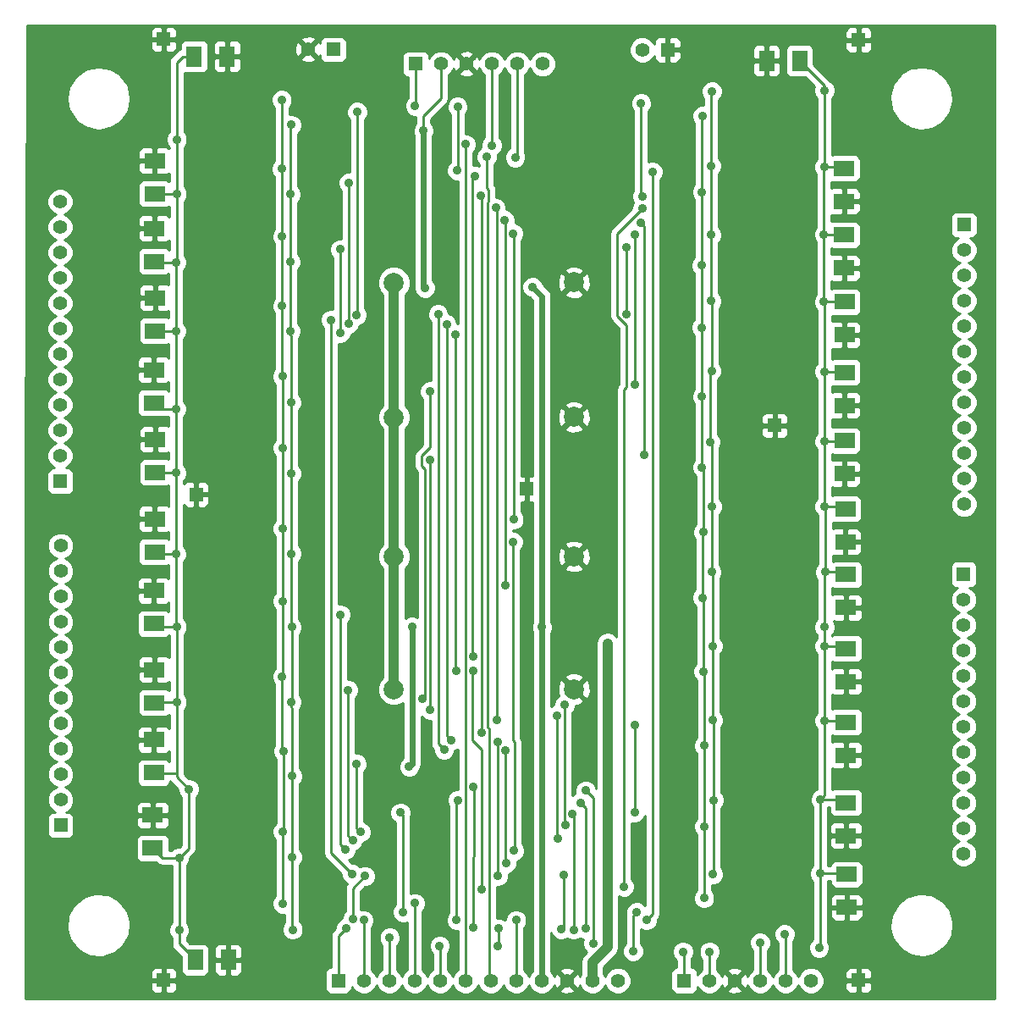
<source format=gbl>
G04 (created by PCBNEW (2013-07-07 BZR 4022)-stable) date 06/03/2017 3:46:56 PM*
%MOIN*%
G04 Gerber Fmt 3.4, Leading zero omitted, Abs format*
%FSLAX34Y34*%
G01*
G70*
G90*
G04 APERTURE LIST*
%ADD10C,0.00590551*%
%ADD11R,0.08X0.06*%
%ADD12R,0.06X0.08*%
%ADD13R,0.055X0.055*%
%ADD14C,0.055*%
%ADD15C,0.0787402*%
%ADD16C,0.035*%
%ADD17C,0.01*%
%ADD18C,0.023622*%
%ADD19C,0.0393701*%
G04 APERTURE END LIST*
G54D10*
G54D11*
X64488Y-59508D03*
X64488Y-58208D03*
X64429Y-65236D03*
X64429Y-63936D03*
X64468Y-62264D03*
X64468Y-60964D03*
X64527Y-50453D03*
X64527Y-49153D03*
X64527Y-44882D03*
X64527Y-43582D03*
X64488Y-42146D03*
X64488Y-40846D03*
G54D12*
X66101Y-69625D03*
X67401Y-69625D03*
X66062Y-34074D03*
X67362Y-34074D03*
G54D11*
X64468Y-56398D03*
X64468Y-55098D03*
X64507Y-53583D03*
X64507Y-52283D03*
X91673Y-46515D03*
X91673Y-47815D03*
X91673Y-49192D03*
X91673Y-50492D03*
X91673Y-43739D03*
X91673Y-45039D03*
X91653Y-41101D03*
X91653Y-42401D03*
X91653Y-38483D03*
X91653Y-39783D03*
G54D12*
X89901Y-34251D03*
X88601Y-34251D03*
G54D11*
X91751Y-66259D03*
X91751Y-67559D03*
X64468Y-47716D03*
X64468Y-46416D03*
X91732Y-63444D03*
X91732Y-64744D03*
X91732Y-57381D03*
X91732Y-58681D03*
X91732Y-60275D03*
X91732Y-61575D03*
X91732Y-54468D03*
X91732Y-55768D03*
X91712Y-51889D03*
X91712Y-53189D03*
X64507Y-39488D03*
X64507Y-38188D03*
G54D13*
X85354Y-70452D03*
G54D14*
X86354Y-70452D03*
X87354Y-70452D03*
X88354Y-70452D03*
X89354Y-70452D03*
X90354Y-70452D03*
G54D13*
X74783Y-34370D03*
G54D14*
X75783Y-34370D03*
X76783Y-34370D03*
X77783Y-34370D03*
X78783Y-34370D03*
X79783Y-34370D03*
G54D13*
X96377Y-40700D03*
G54D14*
X96377Y-41700D03*
X96377Y-42700D03*
X96377Y-43700D03*
X96377Y-44700D03*
X96377Y-45700D03*
X96377Y-46700D03*
X96377Y-47700D03*
X96377Y-48700D03*
X96377Y-49700D03*
X96377Y-50700D03*
X96377Y-51700D03*
G54D13*
X60807Y-64338D03*
G54D14*
X60807Y-63338D03*
X60807Y-62338D03*
X60807Y-61338D03*
X60807Y-60338D03*
X60807Y-59338D03*
X60807Y-58338D03*
X60807Y-57338D03*
X60807Y-56338D03*
X60807Y-55338D03*
X60807Y-54338D03*
X60807Y-53338D03*
G54D13*
X60787Y-50795D03*
G54D14*
X60787Y-49795D03*
X60787Y-48795D03*
X60787Y-47795D03*
X60787Y-46795D03*
X60787Y-45795D03*
X60787Y-44795D03*
X60787Y-43795D03*
X60787Y-42795D03*
X60787Y-41795D03*
X60787Y-40795D03*
X60787Y-39795D03*
G54D13*
X71744Y-70452D03*
G54D14*
X72744Y-70452D03*
X73744Y-70452D03*
X74744Y-70452D03*
X75744Y-70452D03*
X76744Y-70452D03*
X77744Y-70452D03*
X78744Y-70452D03*
X79744Y-70452D03*
X80744Y-70452D03*
X81744Y-70452D03*
X82744Y-70452D03*
G54D13*
X96358Y-54460D03*
G54D14*
X96358Y-55460D03*
X96358Y-56460D03*
X96358Y-57460D03*
X96358Y-58460D03*
X96358Y-59460D03*
X96358Y-60460D03*
X96358Y-61460D03*
X96358Y-62460D03*
X96358Y-63460D03*
X96358Y-64460D03*
X96358Y-65460D03*
G54D15*
X73925Y-42980D03*
X81019Y-42972D03*
X73925Y-58984D03*
X81019Y-58976D03*
X73925Y-48275D03*
X81019Y-48267D03*
X73925Y-53767D03*
X81019Y-53759D03*
G54D13*
X84712Y-33818D03*
G54D14*
X83712Y-33818D03*
G54D13*
X71543Y-33799D03*
G54D14*
X70543Y-33799D03*
G54D13*
X64862Y-70433D03*
X92224Y-70433D03*
X64862Y-33405D03*
X92224Y-33425D03*
X79153Y-51102D03*
X66141Y-51318D03*
X88917Y-48602D03*
G54D16*
X86358Y-69311D03*
X90669Y-69153D03*
X90708Y-66240D03*
X90728Y-63326D03*
X90885Y-60216D03*
X90885Y-57283D03*
X90885Y-35413D03*
X90885Y-38425D03*
X90866Y-41082D03*
X90866Y-43740D03*
X90885Y-46476D03*
X90885Y-49232D03*
X90885Y-51791D03*
X90885Y-56535D03*
X90905Y-54370D03*
X74645Y-56515D03*
X74527Y-62027D03*
X75098Y-37007D03*
X75157Y-43188D03*
X79389Y-43149D03*
X79763Y-56535D03*
X65472Y-68464D03*
X65472Y-65629D03*
X65846Y-62913D03*
X65374Y-59488D03*
X65374Y-56515D03*
X65354Y-53661D03*
X65354Y-50472D03*
X65354Y-47952D03*
X65354Y-44881D03*
X65354Y-42185D03*
X65374Y-39488D03*
X65374Y-37342D03*
X78700Y-38051D03*
X77775Y-37578D03*
X74763Y-36023D03*
X76437Y-36062D03*
X76417Y-38562D03*
X84114Y-38622D03*
X83877Y-68070D03*
X78740Y-68070D03*
X77578Y-38031D03*
X76751Y-37539D03*
X83799Y-49744D03*
X83661Y-40610D03*
X83425Y-46988D03*
X83405Y-41102D03*
X83090Y-44212D03*
X83090Y-41574D03*
X83661Y-35925D03*
X83700Y-39586D03*
X82992Y-66751D03*
X83700Y-40059D03*
X83405Y-63838D03*
X83405Y-60374D03*
X77972Y-60196D03*
X77933Y-40039D03*
X77381Y-60688D03*
X77342Y-39547D03*
X77047Y-57696D03*
X77125Y-38779D03*
X78307Y-54881D03*
X78287Y-40531D03*
X78641Y-52303D03*
X78622Y-41043D03*
X89311Y-68622D03*
X81476Y-68405D03*
X81279Y-63444D03*
X88346Y-68956D03*
X81791Y-68976D03*
X81476Y-62972D03*
X85314Y-69311D03*
X83346Y-69291D03*
X83484Y-67755D03*
X74291Y-67755D03*
X74188Y-63834D03*
X73759Y-68759D03*
X81003Y-68444D03*
X80964Y-63877D03*
X72736Y-68070D03*
X76397Y-68070D03*
X76437Y-63346D03*
X72047Y-68385D03*
X77066Y-68346D03*
X77066Y-62834D03*
X72480Y-36259D03*
X72460Y-44251D03*
X75669Y-44232D03*
X75905Y-61358D03*
X78326Y-61397D03*
X78346Y-65826D03*
X72145Y-39055D03*
X72145Y-44586D03*
X76003Y-44625D03*
X76181Y-61003D03*
X78011Y-61043D03*
X78011Y-66338D03*
X71811Y-41673D03*
X71811Y-44960D03*
X76338Y-45019D03*
X76397Y-58248D03*
X77066Y-58248D03*
X77381Y-66850D03*
X71456Y-44448D03*
X72283Y-66259D03*
X75354Y-47263D03*
X75039Y-59350D03*
X80649Y-59606D03*
X80669Y-64330D03*
X75354Y-49960D03*
X75354Y-59803D03*
X80334Y-60019D03*
X80374Y-64842D03*
X78622Y-53188D03*
X78661Y-65334D03*
X71811Y-56043D03*
X72027Y-65295D03*
X72125Y-59015D03*
X72303Y-64940D03*
X72460Y-61929D03*
X72618Y-64606D03*
X72303Y-68011D03*
X72795Y-66338D03*
X86082Y-36417D03*
X86062Y-39409D03*
X86043Y-42303D03*
X86043Y-44744D03*
X86062Y-47460D03*
X86062Y-50255D03*
X86102Y-52795D03*
X86082Y-55374D03*
X86122Y-58287D03*
X86141Y-61200D03*
X86141Y-64389D03*
X86141Y-67204D03*
X74763Y-67401D03*
X69547Y-67421D03*
X69547Y-64586D03*
X69586Y-61417D03*
X69527Y-58484D03*
X69547Y-55511D03*
X69547Y-52657D03*
X69547Y-49488D03*
X69547Y-46673D03*
X69527Y-43897D03*
X69527Y-41161D03*
X69507Y-38503D03*
X69507Y-35787D03*
X86456Y-35452D03*
X86417Y-38385D03*
X86417Y-41102D03*
X86417Y-43700D03*
X86437Y-46456D03*
X86397Y-49251D03*
X86456Y-51791D03*
X86437Y-54370D03*
X86476Y-57283D03*
X86496Y-60196D03*
X86515Y-63346D03*
X86496Y-66259D03*
X80629Y-66299D03*
X80511Y-68425D03*
X78051Y-68405D03*
X78031Y-69094D03*
X75728Y-69074D03*
X69940Y-68444D03*
X69921Y-65590D03*
X69921Y-62401D03*
X69881Y-59488D03*
X69901Y-56535D03*
X69881Y-53641D03*
X69881Y-50492D03*
X69881Y-47696D03*
X69842Y-44881D03*
X69862Y-42165D03*
X69842Y-39507D03*
X69881Y-36771D03*
X73917Y-57165D03*
X82342Y-57185D03*
G54D17*
X75098Y-37007D02*
X75098Y-36417D01*
X75783Y-35732D02*
X75783Y-34370D01*
X75098Y-36417D02*
X75783Y-35732D01*
X90708Y-66240D02*
X90708Y-69114D01*
X86354Y-69314D02*
X86354Y-70452D01*
X86358Y-69311D02*
X86354Y-69314D01*
X90708Y-69114D02*
X90669Y-69153D01*
X90708Y-66240D02*
X91732Y-66240D01*
X91732Y-66240D02*
X91751Y-66259D01*
X90728Y-63326D02*
X90728Y-66220D01*
X90728Y-66220D02*
X90708Y-66240D01*
X90728Y-63326D02*
X91614Y-63326D01*
X91614Y-63326D02*
X91732Y-63444D01*
X90885Y-60216D02*
X90885Y-63169D01*
X90885Y-63169D02*
X90728Y-63326D01*
X90885Y-60216D02*
X91673Y-60216D01*
X91673Y-60216D02*
X91732Y-60275D01*
X90885Y-57283D02*
X90885Y-60216D01*
X90885Y-57283D02*
X91634Y-57283D01*
X91634Y-57283D02*
X91732Y-57381D01*
X90885Y-56535D02*
X90885Y-57283D01*
X90885Y-35413D02*
X90885Y-35235D01*
X90885Y-35235D02*
X89901Y-34251D01*
X90885Y-38425D02*
X90885Y-35413D01*
X90885Y-38425D02*
X91594Y-38425D01*
X91594Y-38425D02*
X91653Y-38483D01*
X90866Y-41082D02*
X90866Y-38444D01*
X90866Y-38444D02*
X90885Y-38425D01*
X90866Y-41082D02*
X91634Y-41082D01*
X91634Y-41082D02*
X91653Y-41101D01*
X90866Y-43740D02*
X90866Y-41082D01*
X90866Y-43740D02*
X91672Y-43740D01*
X91672Y-43740D02*
X91673Y-43739D01*
X90885Y-46476D02*
X90885Y-43759D01*
X90885Y-43759D02*
X90866Y-43740D01*
X90885Y-46476D02*
X91634Y-46476D01*
X91634Y-46476D02*
X91673Y-46515D01*
X90885Y-49232D02*
X90885Y-46476D01*
X90885Y-49232D02*
X91633Y-49232D01*
X91633Y-49232D02*
X91673Y-49192D01*
X90885Y-51791D02*
X90885Y-49232D01*
X90885Y-51791D02*
X91614Y-51791D01*
X91614Y-51791D02*
X91712Y-51889D01*
X90905Y-54370D02*
X90905Y-51811D01*
X90905Y-51811D02*
X90885Y-51791D01*
X90905Y-54370D02*
X91634Y-54370D01*
X91634Y-54370D02*
X91732Y-54468D01*
X90885Y-56535D02*
X90885Y-54389D01*
X90885Y-54389D02*
X90905Y-54370D01*
G54D18*
X74645Y-61909D02*
X74645Y-56515D01*
X74527Y-62027D02*
X74645Y-61909D01*
X79763Y-56535D02*
X79763Y-43523D01*
X75098Y-43129D02*
X75098Y-37007D01*
X75157Y-43188D02*
X75098Y-43129D01*
X79763Y-43523D02*
X79389Y-43149D01*
X79744Y-70452D02*
X79744Y-56555D01*
X79744Y-56555D02*
X79763Y-56535D01*
G54D17*
X65472Y-68464D02*
X65472Y-68996D01*
X65472Y-68996D02*
X66101Y-69625D01*
X65472Y-65629D02*
X65472Y-68464D01*
X65472Y-65629D02*
X64822Y-65629D01*
X64822Y-65629D02*
X64429Y-65236D01*
X65846Y-62913D02*
X65846Y-65255D01*
X65846Y-65255D02*
X65472Y-65629D01*
X65374Y-62303D02*
X64507Y-62303D01*
X64507Y-62303D02*
X64468Y-62264D01*
X65374Y-59488D02*
X65374Y-62303D01*
X65374Y-62303D02*
X65374Y-62440D01*
X65374Y-62440D02*
X65846Y-62913D01*
X65374Y-59488D02*
X64508Y-59488D01*
X64508Y-59488D02*
X64488Y-59508D01*
X65374Y-56515D02*
X65374Y-59488D01*
X65374Y-56515D02*
X64586Y-56515D01*
X64586Y-56515D02*
X64468Y-56398D01*
X65354Y-53661D02*
X65354Y-56496D01*
X65354Y-56496D02*
X65374Y-56515D01*
X65354Y-53661D02*
X64586Y-53661D01*
X64586Y-53661D02*
X64507Y-53583D01*
X65354Y-50472D02*
X65354Y-53661D01*
X65354Y-50472D02*
X64546Y-50472D01*
X64546Y-50472D02*
X64527Y-50453D01*
X65354Y-47952D02*
X65354Y-50472D01*
X65354Y-47952D02*
X64704Y-47952D01*
X64704Y-47952D02*
X64468Y-47716D01*
X65354Y-44881D02*
X65354Y-47952D01*
X65354Y-44881D02*
X64527Y-44881D01*
X64527Y-44881D02*
X64527Y-44882D01*
X65354Y-42185D02*
X65354Y-44881D01*
X65354Y-42185D02*
X64527Y-42185D01*
X64527Y-42185D02*
X64488Y-42146D01*
X65374Y-39488D02*
X65374Y-42165D01*
X65374Y-42165D02*
X65354Y-42185D01*
X65374Y-39488D02*
X64508Y-39488D01*
X64508Y-39488D02*
X64507Y-39488D01*
X65374Y-37342D02*
X65374Y-39488D01*
X66062Y-34074D02*
X65610Y-34074D01*
X65374Y-34311D02*
X65374Y-37342D01*
X65610Y-34074D02*
X65374Y-34311D01*
X78783Y-37968D02*
X78783Y-34370D01*
X78700Y-38051D02*
X78783Y-37968D01*
X77783Y-37570D02*
X77783Y-34370D01*
X77775Y-37578D02*
X77783Y-37570D01*
X74783Y-36003D02*
X74783Y-34370D01*
X74763Y-36023D02*
X74783Y-36003D01*
X76437Y-38543D02*
X76437Y-36062D01*
X76417Y-38562D02*
X76437Y-38543D01*
X78744Y-70452D02*
X78744Y-68074D01*
X84114Y-67834D02*
X84114Y-38622D01*
X83877Y-68070D02*
X84114Y-67834D01*
X78744Y-68074D02*
X78740Y-68070D01*
X77696Y-70405D02*
X77744Y-70452D01*
X77696Y-60551D02*
X77696Y-70405D01*
X77618Y-60472D02*
X77696Y-60551D01*
X77618Y-39822D02*
X77618Y-60472D01*
X77657Y-39783D02*
X77618Y-39822D01*
X77657Y-39330D02*
X77657Y-39783D01*
X77578Y-39251D02*
X77657Y-39330D01*
X77578Y-38031D02*
X77578Y-39251D01*
X76744Y-38059D02*
X76744Y-38267D01*
X76744Y-38267D02*
X76744Y-70452D01*
X76751Y-37539D02*
X76744Y-38059D01*
X83799Y-40748D02*
X83799Y-49744D01*
X83661Y-40610D02*
X83799Y-40748D01*
X83425Y-41122D02*
X83425Y-46988D01*
X83405Y-41102D02*
X83425Y-41122D01*
X83090Y-41574D02*
X83090Y-44212D01*
X83661Y-39547D02*
X83661Y-35925D01*
X83700Y-39586D02*
X83661Y-39547D01*
X82992Y-47185D02*
X82992Y-66751D01*
X83090Y-47086D02*
X82992Y-47185D01*
X83090Y-44665D02*
X83090Y-47086D01*
X82716Y-44291D02*
X83090Y-44665D01*
X82716Y-41043D02*
X82716Y-44291D01*
X83700Y-40059D02*
X82716Y-41043D01*
X83405Y-60374D02*
X83405Y-63838D01*
X77972Y-40078D02*
X77972Y-60196D01*
X77933Y-40039D02*
X77972Y-40078D01*
X77381Y-39586D02*
X77381Y-60688D01*
X77342Y-39547D02*
X77381Y-39586D01*
X77007Y-57657D02*
X77047Y-57696D01*
X77007Y-38897D02*
X77007Y-57657D01*
X77125Y-38779D02*
X77007Y-38897D01*
X78307Y-40551D02*
X78307Y-54881D01*
X78287Y-40531D02*
X78307Y-40551D01*
X78641Y-41062D02*
X78641Y-52303D01*
X78622Y-41043D02*
X78641Y-41062D01*
X89354Y-68665D02*
X89354Y-70452D01*
X89311Y-68622D02*
X89354Y-68665D01*
X81476Y-63641D02*
X81476Y-68405D01*
X81279Y-63444D02*
X81476Y-63641D01*
X88354Y-68964D02*
X88354Y-70452D01*
X88346Y-68956D02*
X88354Y-68964D01*
X81767Y-63273D02*
X81791Y-68976D01*
X81476Y-62972D02*
X81767Y-63273D01*
X85354Y-69350D02*
X85354Y-70452D01*
X85314Y-69311D02*
X85354Y-69350D01*
X83346Y-67893D02*
X83346Y-69291D01*
X83484Y-67755D02*
X83346Y-67893D01*
X74291Y-63937D02*
X74291Y-67755D01*
X74188Y-63834D02*
X74291Y-63937D01*
X73744Y-68775D02*
X73744Y-70452D01*
X73759Y-68759D02*
X73744Y-68775D01*
X81003Y-63917D02*
X81003Y-68444D01*
X80964Y-63877D02*
X81003Y-63917D01*
X72744Y-68433D02*
X72744Y-70452D01*
X72736Y-68070D02*
X72744Y-68433D01*
X76397Y-63385D02*
X76397Y-68070D01*
X76437Y-63346D02*
X76397Y-63385D01*
X71744Y-68688D02*
X71744Y-70452D01*
X72047Y-68385D02*
X71744Y-68688D01*
X77086Y-62854D02*
X77066Y-68346D01*
X77066Y-62834D02*
X77086Y-62854D01*
X72480Y-44232D02*
X72480Y-36259D01*
X72460Y-44251D02*
X72480Y-44232D01*
X75669Y-61122D02*
X75669Y-44232D01*
X75905Y-61358D02*
X75669Y-61122D01*
X78326Y-65807D02*
X78326Y-61397D01*
X78346Y-65826D02*
X78326Y-65807D01*
X72145Y-44586D02*
X72145Y-39055D01*
X76003Y-60826D02*
X76003Y-44625D01*
X76181Y-61003D02*
X76003Y-60826D01*
X78011Y-66338D02*
X78011Y-61043D01*
X71811Y-44960D02*
X71811Y-41673D01*
X76338Y-58188D02*
X76338Y-45019D01*
X76397Y-58248D02*
X76338Y-58188D01*
X77027Y-58287D02*
X77066Y-58248D01*
X77027Y-61003D02*
X77027Y-58287D01*
X77381Y-61358D02*
X77027Y-61003D01*
X77381Y-66850D02*
X77381Y-61358D01*
X71456Y-65433D02*
X71456Y-44448D01*
X72283Y-66259D02*
X71456Y-65433D01*
X75354Y-49468D02*
X75354Y-47263D01*
X75019Y-49803D02*
X75354Y-49468D01*
X75019Y-50177D02*
X75019Y-49803D01*
X75157Y-50314D02*
X75019Y-50177D01*
X75157Y-59232D02*
X75157Y-50314D01*
X75039Y-59350D02*
X75157Y-59232D01*
X80649Y-64311D02*
X80649Y-59606D01*
X80669Y-64330D02*
X80649Y-64311D01*
X75354Y-59803D02*
X75354Y-49960D01*
X80334Y-64803D02*
X80334Y-60019D01*
X80374Y-64842D02*
X80334Y-64803D01*
X78622Y-61003D02*
X78622Y-53188D01*
X78681Y-61062D02*
X78622Y-61003D01*
X78681Y-65314D02*
X78681Y-61062D01*
X78661Y-65334D02*
X78681Y-65314D01*
X71811Y-65078D02*
X71811Y-56043D01*
X72027Y-65295D02*
X71811Y-65078D01*
X72125Y-64763D02*
X72125Y-59015D01*
X72303Y-64940D02*
X72125Y-64763D01*
X72460Y-64448D02*
X72460Y-61929D01*
X72618Y-64606D02*
X72460Y-64448D01*
X72303Y-66830D02*
X72303Y-68011D01*
X72795Y-66338D02*
X72303Y-66830D01*
X86062Y-39409D02*
X86062Y-36437D01*
X86062Y-36437D02*
X86082Y-36417D01*
X86043Y-42303D02*
X86043Y-39429D01*
X86043Y-39429D02*
X86062Y-39409D01*
X86043Y-44744D02*
X86043Y-42303D01*
X86062Y-47460D02*
X86062Y-44763D01*
X86062Y-44763D02*
X86043Y-44744D01*
X86062Y-50255D02*
X86062Y-47460D01*
X86102Y-52795D02*
X86102Y-50295D01*
X86102Y-50295D02*
X86062Y-50255D01*
X86082Y-55374D02*
X86082Y-52814D01*
X86082Y-52814D02*
X86102Y-52795D01*
X86122Y-58287D02*
X86122Y-55413D01*
X86122Y-55413D02*
X86082Y-55374D01*
X86141Y-61200D02*
X86141Y-58307D01*
X86141Y-58307D02*
X86122Y-58287D01*
X86141Y-64389D02*
X86141Y-61200D01*
X86141Y-67204D02*
X86141Y-64389D01*
X74744Y-67421D02*
X74744Y-70452D01*
X74763Y-67401D02*
X74744Y-67421D01*
X69547Y-64586D02*
X69547Y-67421D01*
X69586Y-61417D02*
X69586Y-64547D01*
X69586Y-64547D02*
X69547Y-64586D01*
X69527Y-58484D02*
X69527Y-61358D01*
X69527Y-61358D02*
X69586Y-61417D01*
X69547Y-55511D02*
X69547Y-58464D01*
X69547Y-58464D02*
X69527Y-58484D01*
X69547Y-52657D02*
X69547Y-55511D01*
X69547Y-49488D02*
X69547Y-52657D01*
X69547Y-46673D02*
X69547Y-49488D01*
X69527Y-43897D02*
X69527Y-46653D01*
X69527Y-46653D02*
X69547Y-46673D01*
X69527Y-41161D02*
X69527Y-43897D01*
X69507Y-38503D02*
X69507Y-41141D01*
X69507Y-41141D02*
X69527Y-41161D01*
X69507Y-35787D02*
X69507Y-38503D01*
X86417Y-38385D02*
X86417Y-35492D01*
X86417Y-35492D02*
X86456Y-35452D01*
X86417Y-41102D02*
X86417Y-38385D01*
X86417Y-43700D02*
X86417Y-41102D01*
X86437Y-46456D02*
X86437Y-43720D01*
X86437Y-43720D02*
X86417Y-43700D01*
X86397Y-49251D02*
X86397Y-46496D01*
X86397Y-46496D02*
X86437Y-46456D01*
X86456Y-51791D02*
X86456Y-49311D01*
X86456Y-49311D02*
X86397Y-49251D01*
X86437Y-54370D02*
X86437Y-51811D01*
X86437Y-51811D02*
X86456Y-51791D01*
X86476Y-57283D02*
X86476Y-54409D01*
X86476Y-54409D02*
X86437Y-54370D01*
X86496Y-60196D02*
X86496Y-57303D01*
X86496Y-57303D02*
X86476Y-57283D01*
X86515Y-63346D02*
X86515Y-60216D01*
X86515Y-60216D02*
X86496Y-60196D01*
X86515Y-66240D02*
X86515Y-63346D01*
X86496Y-66259D02*
X86515Y-66240D01*
X80629Y-68307D02*
X80629Y-66299D01*
X80511Y-68425D02*
X80629Y-68307D01*
X78051Y-69074D02*
X78051Y-68405D01*
X78031Y-69094D02*
X78051Y-69074D01*
X75744Y-69090D02*
X75744Y-70452D01*
X75728Y-69074D02*
X75744Y-69090D01*
X69921Y-65590D02*
X69921Y-68425D01*
X69921Y-68425D02*
X69940Y-68444D01*
X69921Y-62401D02*
X69921Y-65590D01*
X69881Y-59488D02*
X69881Y-59685D01*
X69921Y-59724D02*
X69921Y-62401D01*
X69881Y-59685D02*
X69921Y-59724D01*
X69901Y-56535D02*
X69901Y-59468D01*
X69901Y-59468D02*
X69881Y-59488D01*
X69881Y-53641D02*
X69881Y-56515D01*
X69881Y-56515D02*
X69901Y-56535D01*
X69881Y-50492D02*
X69881Y-53641D01*
X69881Y-47696D02*
X69881Y-50492D01*
X69842Y-44881D02*
X69842Y-45039D01*
X69881Y-45078D02*
X69881Y-47696D01*
X69842Y-45039D02*
X69881Y-45078D01*
X69862Y-42165D02*
X69862Y-44862D01*
X69862Y-44862D02*
X69842Y-44881D01*
X69842Y-39507D02*
X69842Y-42145D01*
X69842Y-42145D02*
X69862Y-42165D01*
X69842Y-36811D02*
X69842Y-39507D01*
X69881Y-36771D02*
X69842Y-36811D01*
G54D19*
X81744Y-70452D02*
X81744Y-69732D01*
X73925Y-57173D02*
X73925Y-58968D01*
X73917Y-57165D02*
X73925Y-57173D01*
X82342Y-69133D02*
X82342Y-57185D01*
X81744Y-69732D02*
X82342Y-69133D01*
X73917Y-57401D02*
X73917Y-58960D01*
X73917Y-58960D02*
X73925Y-58968D01*
X73925Y-53751D02*
X73925Y-57393D01*
X73925Y-57393D02*
X73917Y-57401D01*
X73925Y-48259D02*
X73925Y-53751D01*
X73925Y-48259D02*
X73925Y-42964D01*
G54D10*
G36*
X97584Y-71147D02*
X96903Y-71147D01*
X96903Y-51596D01*
X96823Y-51403D01*
X96675Y-51255D01*
X96542Y-51200D01*
X96674Y-51146D01*
X96822Y-50998D01*
X96902Y-50805D01*
X96903Y-50596D01*
X96823Y-50403D01*
X96675Y-50255D01*
X96542Y-50200D01*
X96674Y-50146D01*
X96822Y-49998D01*
X96902Y-49805D01*
X96903Y-49596D01*
X96823Y-49403D01*
X96675Y-49255D01*
X96542Y-49200D01*
X96674Y-49146D01*
X96822Y-48998D01*
X96902Y-48805D01*
X96903Y-48596D01*
X96823Y-48403D01*
X96675Y-48255D01*
X96542Y-48200D01*
X96674Y-48146D01*
X96822Y-47998D01*
X96902Y-47805D01*
X96903Y-47596D01*
X96823Y-47403D01*
X96675Y-47255D01*
X96542Y-47200D01*
X96674Y-47146D01*
X96822Y-46998D01*
X96902Y-46805D01*
X96903Y-46596D01*
X96823Y-46403D01*
X96675Y-46255D01*
X96542Y-46200D01*
X96674Y-46146D01*
X96822Y-45998D01*
X96902Y-45805D01*
X96903Y-45596D01*
X96823Y-45403D01*
X96675Y-45255D01*
X96542Y-45200D01*
X96674Y-45146D01*
X96822Y-44998D01*
X96902Y-44805D01*
X96903Y-44596D01*
X96823Y-44403D01*
X96675Y-44255D01*
X96542Y-44200D01*
X96674Y-44146D01*
X96822Y-43998D01*
X96902Y-43805D01*
X96903Y-43596D01*
X96823Y-43403D01*
X96675Y-43255D01*
X96542Y-43200D01*
X96674Y-43146D01*
X96822Y-42998D01*
X96902Y-42805D01*
X96903Y-42596D01*
X96823Y-42403D01*
X96675Y-42255D01*
X96542Y-42200D01*
X96674Y-42146D01*
X96822Y-41998D01*
X96902Y-41805D01*
X96903Y-41596D01*
X96823Y-41403D01*
X96675Y-41255D01*
X96603Y-41225D01*
X96702Y-41225D01*
X96794Y-41187D01*
X96864Y-41117D01*
X96902Y-41025D01*
X96902Y-40926D01*
X96902Y-40376D01*
X96865Y-40284D01*
X96794Y-40213D01*
X96702Y-40175D01*
X96603Y-40175D01*
X96053Y-40175D01*
X95961Y-40213D01*
X95955Y-40219D01*
X95955Y-35725D01*
X95895Y-35347D01*
X95895Y-35345D01*
X95859Y-35247D01*
X95659Y-34920D01*
X95658Y-34919D01*
X95587Y-34841D01*
X95277Y-34616D01*
X95276Y-34615D01*
X95180Y-34571D01*
X94808Y-34482D01*
X94807Y-34481D01*
X94701Y-34477D01*
X94323Y-34537D01*
X94322Y-34537D01*
X94223Y-34573D01*
X93896Y-34773D01*
X93895Y-34774D01*
X93818Y-34845D01*
X93592Y-35155D01*
X93592Y-35156D01*
X93547Y-35252D01*
X93458Y-35626D01*
X93454Y-35731D01*
X93514Y-36109D01*
X93513Y-36110D01*
X93550Y-36209D01*
X93750Y-36536D01*
X93750Y-36537D01*
X93822Y-36614D01*
X94132Y-36839D01*
X94133Y-36840D01*
X94228Y-36884D01*
X94601Y-36974D01*
X94602Y-36974D01*
X94707Y-36978D01*
X95085Y-36919D01*
X95087Y-36919D01*
X95185Y-36882D01*
X95512Y-36682D01*
X95513Y-36682D01*
X95591Y-36610D01*
X95816Y-36300D01*
X95817Y-36299D01*
X95861Y-36204D01*
X95950Y-35833D01*
X95951Y-35830D01*
X95955Y-35725D01*
X95955Y-40219D01*
X95891Y-40283D01*
X95852Y-40375D01*
X95852Y-40475D01*
X95852Y-41025D01*
X95890Y-41117D01*
X95961Y-41187D01*
X96053Y-41225D01*
X96152Y-41225D01*
X96152Y-41225D01*
X96080Y-41255D01*
X95933Y-41403D01*
X95853Y-41595D01*
X95852Y-41804D01*
X95932Y-41997D01*
X96080Y-42145D01*
X96213Y-42200D01*
X96080Y-42255D01*
X95933Y-42403D01*
X95853Y-42595D01*
X95852Y-42804D01*
X95932Y-42997D01*
X96080Y-43145D01*
X96213Y-43200D01*
X96080Y-43255D01*
X95933Y-43403D01*
X95853Y-43595D01*
X95852Y-43804D01*
X95932Y-43997D01*
X96080Y-44145D01*
X96213Y-44200D01*
X96080Y-44255D01*
X95933Y-44403D01*
X95853Y-44595D01*
X95852Y-44804D01*
X95932Y-44997D01*
X96080Y-45145D01*
X96213Y-45200D01*
X96080Y-45255D01*
X95933Y-45403D01*
X95853Y-45595D01*
X95852Y-45804D01*
X95932Y-45997D01*
X96080Y-46145D01*
X96213Y-46200D01*
X96080Y-46255D01*
X95933Y-46403D01*
X95853Y-46595D01*
X95852Y-46804D01*
X95932Y-46997D01*
X96080Y-47145D01*
X96213Y-47200D01*
X96080Y-47255D01*
X95933Y-47403D01*
X95853Y-47595D01*
X95852Y-47804D01*
X95932Y-47997D01*
X96080Y-48145D01*
X96213Y-48200D01*
X96080Y-48255D01*
X95933Y-48403D01*
X95853Y-48595D01*
X95852Y-48804D01*
X95932Y-48997D01*
X96080Y-49145D01*
X96213Y-49200D01*
X96080Y-49255D01*
X95933Y-49403D01*
X95853Y-49595D01*
X95852Y-49804D01*
X95932Y-49997D01*
X96080Y-50145D01*
X96213Y-50200D01*
X96080Y-50255D01*
X95933Y-50403D01*
X95853Y-50595D01*
X95852Y-50804D01*
X95932Y-50997D01*
X96080Y-51145D01*
X96213Y-51200D01*
X96080Y-51255D01*
X95933Y-51403D01*
X95853Y-51595D01*
X95852Y-51804D01*
X95932Y-51997D01*
X96080Y-52145D01*
X96273Y-52225D01*
X96481Y-52225D01*
X96674Y-52146D01*
X96822Y-51998D01*
X96902Y-51805D01*
X96903Y-51596D01*
X96903Y-71147D01*
X96883Y-71147D01*
X96883Y-65356D01*
X96803Y-65163D01*
X96656Y-65015D01*
X96523Y-64960D01*
X96655Y-64905D01*
X96803Y-64758D01*
X96883Y-64565D01*
X96883Y-64356D01*
X96803Y-64163D01*
X96656Y-64015D01*
X96523Y-63960D01*
X96655Y-63905D01*
X96803Y-63758D01*
X96883Y-63565D01*
X96883Y-63356D01*
X96803Y-63163D01*
X96656Y-63015D01*
X96523Y-62960D01*
X96655Y-62905D01*
X96803Y-62758D01*
X96883Y-62565D01*
X96883Y-62356D01*
X96803Y-62163D01*
X96656Y-62015D01*
X96523Y-61960D01*
X96655Y-61905D01*
X96803Y-61758D01*
X96883Y-61565D01*
X96883Y-61356D01*
X96803Y-61163D01*
X96656Y-61015D01*
X96523Y-60960D01*
X96655Y-60905D01*
X96803Y-60758D01*
X96883Y-60565D01*
X96883Y-60356D01*
X96803Y-60163D01*
X96656Y-60015D01*
X96523Y-59960D01*
X96655Y-59905D01*
X96803Y-59758D01*
X96883Y-59565D01*
X96883Y-59356D01*
X96803Y-59163D01*
X96656Y-59015D01*
X96523Y-58960D01*
X96655Y-58905D01*
X96803Y-58758D01*
X96883Y-58565D01*
X96883Y-58356D01*
X96803Y-58163D01*
X96656Y-58015D01*
X96523Y-57960D01*
X96655Y-57905D01*
X96803Y-57758D01*
X96883Y-57565D01*
X96883Y-57356D01*
X96803Y-57163D01*
X96656Y-57015D01*
X96523Y-56960D01*
X96655Y-56905D01*
X96803Y-56758D01*
X96883Y-56565D01*
X96883Y-56356D01*
X96803Y-56163D01*
X96656Y-56015D01*
X96523Y-55960D01*
X96655Y-55905D01*
X96803Y-55758D01*
X96883Y-55565D01*
X96883Y-55356D01*
X96803Y-55163D01*
X96656Y-55015D01*
X96583Y-54985D01*
X96682Y-54985D01*
X96774Y-54947D01*
X96845Y-54877D01*
X96883Y-54785D01*
X96883Y-54686D01*
X96883Y-54136D01*
X96845Y-54044D01*
X96775Y-53973D01*
X96683Y-53935D01*
X96583Y-53935D01*
X96033Y-53935D01*
X95941Y-53973D01*
X95871Y-54043D01*
X95833Y-54135D01*
X95833Y-54235D01*
X95833Y-54785D01*
X95871Y-54877D01*
X95941Y-54947D01*
X96033Y-54985D01*
X96132Y-54985D01*
X96132Y-54985D01*
X96061Y-55015D01*
X95913Y-55162D01*
X95833Y-55355D01*
X95833Y-55564D01*
X95912Y-55757D01*
X96060Y-55905D01*
X96193Y-55960D01*
X96061Y-56015D01*
X95913Y-56162D01*
X95833Y-56355D01*
X95833Y-56564D01*
X95912Y-56757D01*
X96060Y-56905D01*
X96193Y-56960D01*
X96061Y-57015D01*
X95913Y-57162D01*
X95833Y-57355D01*
X95833Y-57564D01*
X95912Y-57757D01*
X96060Y-57905D01*
X96193Y-57960D01*
X96061Y-58015D01*
X95913Y-58162D01*
X95833Y-58355D01*
X95833Y-58564D01*
X95912Y-58757D01*
X96060Y-58905D01*
X96193Y-58960D01*
X96061Y-59015D01*
X95913Y-59162D01*
X95833Y-59355D01*
X95833Y-59564D01*
X95912Y-59757D01*
X96060Y-59905D01*
X96193Y-59960D01*
X96061Y-60015D01*
X95913Y-60162D01*
X95833Y-60355D01*
X95833Y-60564D01*
X95912Y-60757D01*
X96060Y-60905D01*
X96193Y-60960D01*
X96061Y-61015D01*
X95913Y-61162D01*
X95833Y-61355D01*
X95833Y-61564D01*
X95912Y-61757D01*
X96060Y-61905D01*
X96193Y-61960D01*
X96061Y-62015D01*
X95913Y-62162D01*
X95833Y-62355D01*
X95833Y-62564D01*
X95912Y-62757D01*
X96060Y-62905D01*
X96193Y-62960D01*
X96061Y-63015D01*
X95913Y-63162D01*
X95833Y-63355D01*
X95833Y-63564D01*
X95912Y-63757D01*
X96060Y-63905D01*
X96193Y-63960D01*
X96061Y-64015D01*
X95913Y-64162D01*
X95833Y-64355D01*
X95833Y-64564D01*
X95912Y-64757D01*
X96060Y-64905D01*
X96193Y-64960D01*
X96061Y-65015D01*
X95913Y-65162D01*
X95833Y-65355D01*
X95833Y-65564D01*
X95912Y-65757D01*
X96060Y-65905D01*
X96253Y-65985D01*
X96462Y-65985D01*
X96655Y-65905D01*
X96803Y-65758D01*
X96883Y-65565D01*
X96883Y-65356D01*
X96883Y-71147D01*
X95956Y-71147D01*
X95956Y-68245D01*
X95949Y-68140D01*
X95852Y-67768D01*
X95852Y-67767D01*
X95806Y-67673D01*
X95574Y-67367D01*
X95573Y-67366D01*
X95495Y-67297D01*
X95163Y-67103D01*
X95162Y-67102D01*
X95063Y-67068D01*
X94682Y-67016D01*
X94682Y-67016D01*
X94577Y-67022D01*
X94205Y-67120D01*
X94205Y-67120D01*
X94110Y-67166D01*
X93804Y-67398D01*
X93803Y-67398D01*
X93734Y-67477D01*
X93540Y-67809D01*
X93539Y-67809D01*
X93505Y-67909D01*
X93453Y-68290D01*
X93459Y-68395D01*
X93557Y-68766D01*
X93557Y-68767D01*
X93603Y-68861D01*
X93835Y-69167D01*
X93835Y-69168D01*
X93914Y-69238D01*
X94246Y-69432D01*
X94246Y-69432D01*
X94346Y-69466D01*
X94726Y-69518D01*
X94727Y-69519D01*
X94832Y-69512D01*
X95203Y-69415D01*
X95204Y-69415D01*
X95298Y-69369D01*
X95604Y-69136D01*
X95605Y-69136D01*
X95675Y-69057D01*
X95869Y-68726D01*
X95869Y-68725D01*
X95903Y-68626D01*
X95955Y-68246D01*
X95956Y-68245D01*
X95956Y-71147D01*
X92749Y-71147D01*
X92749Y-70658D01*
X92749Y-70207D01*
X92749Y-33650D01*
X92749Y-33199D01*
X92749Y-33100D01*
X92711Y-33008D01*
X92640Y-32938D01*
X92548Y-32900D01*
X92336Y-32900D01*
X92274Y-32962D01*
X92274Y-33375D01*
X92686Y-33375D01*
X92749Y-33312D01*
X92749Y-33199D01*
X92749Y-33650D01*
X92749Y-33537D01*
X92686Y-33475D01*
X92274Y-33475D01*
X92274Y-33887D01*
X92336Y-33950D01*
X92548Y-33950D01*
X92640Y-33912D01*
X92711Y-33841D01*
X92749Y-33750D01*
X92749Y-33650D01*
X92749Y-70207D01*
X92749Y-70108D01*
X92711Y-70016D01*
X92640Y-69946D01*
X92548Y-69908D01*
X92402Y-69908D01*
X92402Y-67908D01*
X92402Y-67209D01*
X92402Y-66509D01*
X92402Y-65909D01*
X92382Y-65862D01*
X92382Y-65093D01*
X92382Y-64394D01*
X92344Y-64303D01*
X92274Y-64232D01*
X92182Y-64194D01*
X92082Y-64194D01*
X91844Y-64194D01*
X91782Y-64256D01*
X91782Y-64694D01*
X92319Y-64694D01*
X92382Y-64631D01*
X92382Y-64394D01*
X92382Y-65093D01*
X92382Y-64856D01*
X92319Y-64794D01*
X91782Y-64794D01*
X91782Y-65231D01*
X91844Y-65294D01*
X92082Y-65294D01*
X92182Y-65294D01*
X92274Y-65256D01*
X92344Y-65185D01*
X92382Y-65093D01*
X92382Y-65862D01*
X92364Y-65818D01*
X92293Y-65747D01*
X92201Y-65709D01*
X92102Y-65709D01*
X91682Y-65709D01*
X91682Y-65231D01*
X91682Y-64794D01*
X91682Y-64694D01*
X91682Y-64256D01*
X91619Y-64194D01*
X91381Y-64194D01*
X91282Y-64194D01*
X91190Y-64232D01*
X91120Y-64303D01*
X91082Y-64394D01*
X91082Y-64631D01*
X91144Y-64694D01*
X91682Y-64694D01*
X91682Y-64794D01*
X91144Y-64794D01*
X91082Y-64856D01*
X91082Y-65093D01*
X91120Y-65185D01*
X91190Y-65256D01*
X91282Y-65294D01*
X91381Y-65294D01*
X91619Y-65294D01*
X91682Y-65231D01*
X91682Y-65709D01*
X91302Y-65709D01*
X91210Y-65747D01*
X91140Y-65817D01*
X91102Y-65909D01*
X91101Y-65940D01*
X91028Y-65940D01*
X91028Y-63627D01*
X91029Y-63626D01*
X91082Y-63626D01*
X91082Y-63793D01*
X91120Y-63885D01*
X91190Y-63956D01*
X91282Y-63994D01*
X91381Y-63994D01*
X92181Y-63994D01*
X92273Y-63956D01*
X92344Y-63886D01*
X92382Y-63794D01*
X92382Y-63694D01*
X92382Y-63094D01*
X92382Y-61924D01*
X92382Y-61225D01*
X92344Y-61133D01*
X92274Y-61063D01*
X92182Y-61025D01*
X92082Y-61025D01*
X91844Y-61025D01*
X91782Y-61087D01*
X91782Y-61525D01*
X92319Y-61525D01*
X92382Y-61462D01*
X92382Y-61225D01*
X92382Y-61924D01*
X92382Y-61687D01*
X92319Y-61625D01*
X91782Y-61625D01*
X91782Y-62062D01*
X91844Y-62125D01*
X92082Y-62125D01*
X92182Y-62125D01*
X92274Y-62087D01*
X92344Y-62016D01*
X92382Y-61924D01*
X92382Y-63094D01*
X92344Y-63003D01*
X92274Y-62932D01*
X92182Y-62894D01*
X92082Y-62894D01*
X91282Y-62894D01*
X91190Y-62932D01*
X91185Y-62937D01*
X91185Y-62082D01*
X91190Y-62087D01*
X91282Y-62125D01*
X91381Y-62125D01*
X91619Y-62125D01*
X91682Y-62062D01*
X91682Y-61625D01*
X91674Y-61625D01*
X91674Y-61525D01*
X91682Y-61525D01*
X91682Y-61087D01*
X91619Y-61025D01*
X91381Y-61025D01*
X91282Y-61025D01*
X91190Y-61063D01*
X91185Y-61068D01*
X91185Y-60782D01*
X91190Y-60787D01*
X91282Y-60825D01*
X91381Y-60825D01*
X92181Y-60825D01*
X92273Y-60787D01*
X92344Y-60716D01*
X92382Y-60625D01*
X92382Y-60525D01*
X92382Y-59925D01*
X92382Y-59031D01*
X92382Y-58331D01*
X92344Y-58240D01*
X92274Y-58169D01*
X92182Y-58131D01*
X92082Y-58131D01*
X91844Y-58131D01*
X91782Y-58193D01*
X91782Y-58631D01*
X92319Y-58631D01*
X92382Y-58568D01*
X92382Y-58331D01*
X92382Y-59031D01*
X92382Y-58793D01*
X92319Y-58731D01*
X91782Y-58731D01*
X91782Y-59168D01*
X91844Y-59231D01*
X92082Y-59231D01*
X92182Y-59231D01*
X92274Y-59193D01*
X92344Y-59122D01*
X92382Y-59031D01*
X92382Y-59925D01*
X92344Y-59833D01*
X92274Y-59763D01*
X92182Y-59725D01*
X92082Y-59725D01*
X91282Y-59725D01*
X91190Y-59763D01*
X91185Y-59768D01*
X91185Y-59188D01*
X91190Y-59193D01*
X91282Y-59231D01*
X91381Y-59231D01*
X91619Y-59231D01*
X91682Y-59168D01*
X91682Y-58731D01*
X91674Y-58731D01*
X91674Y-58631D01*
X91682Y-58631D01*
X91682Y-58193D01*
X91619Y-58131D01*
X91381Y-58131D01*
X91282Y-58131D01*
X91190Y-58169D01*
X91185Y-58174D01*
X91185Y-57888D01*
X91190Y-57893D01*
X91282Y-57931D01*
X91381Y-57931D01*
X92181Y-57931D01*
X92273Y-57893D01*
X92344Y-57823D01*
X92382Y-57731D01*
X92382Y-57631D01*
X92382Y-57031D01*
X92382Y-56117D01*
X92382Y-55418D01*
X92344Y-55326D01*
X92274Y-55256D01*
X92182Y-55218D01*
X92082Y-55218D01*
X91844Y-55218D01*
X91782Y-55280D01*
X91782Y-55718D01*
X92319Y-55718D01*
X92382Y-55655D01*
X92382Y-55418D01*
X92382Y-56117D01*
X92382Y-55880D01*
X92319Y-55818D01*
X91782Y-55818D01*
X91782Y-56255D01*
X91844Y-56318D01*
X92082Y-56318D01*
X92182Y-56318D01*
X92274Y-56279D01*
X92344Y-56209D01*
X92382Y-56117D01*
X92382Y-57031D01*
X92344Y-56940D01*
X92274Y-56869D01*
X92182Y-56831D01*
X92082Y-56831D01*
X91282Y-56831D01*
X91190Y-56869D01*
X91185Y-56874D01*
X91185Y-56836D01*
X91245Y-56776D01*
X91310Y-56620D01*
X91310Y-56451D01*
X91250Y-56304D01*
X91282Y-56318D01*
X91381Y-56318D01*
X91619Y-56318D01*
X91682Y-56255D01*
X91682Y-55818D01*
X91674Y-55818D01*
X91674Y-55718D01*
X91682Y-55718D01*
X91682Y-55280D01*
X91619Y-55218D01*
X91381Y-55218D01*
X91282Y-55218D01*
X91190Y-55256D01*
X91185Y-55260D01*
X91185Y-54975D01*
X91190Y-54979D01*
X91282Y-55018D01*
X91381Y-55018D01*
X92181Y-55018D01*
X92273Y-54980D01*
X92344Y-54909D01*
X92382Y-54818D01*
X92382Y-54718D01*
X92382Y-54118D01*
X92362Y-54070D01*
X92362Y-53538D01*
X92362Y-52839D01*
X92324Y-52747D01*
X92254Y-52677D01*
X92162Y-52639D01*
X92063Y-52639D01*
X91825Y-52639D01*
X91762Y-52701D01*
X91762Y-53139D01*
X92300Y-53139D01*
X92362Y-53076D01*
X92362Y-52839D01*
X92362Y-53538D01*
X92362Y-53301D01*
X92300Y-53239D01*
X91762Y-53239D01*
X91762Y-53676D01*
X91825Y-53739D01*
X92063Y-53739D01*
X92162Y-53739D01*
X92254Y-53701D01*
X92324Y-53630D01*
X92362Y-53538D01*
X92362Y-54070D01*
X92344Y-54026D01*
X92274Y-53956D01*
X92182Y-53918D01*
X92082Y-53918D01*
X91282Y-53918D01*
X91205Y-53949D01*
X91205Y-53715D01*
X91262Y-53739D01*
X91362Y-53739D01*
X91600Y-53739D01*
X91662Y-53676D01*
X91662Y-53239D01*
X91654Y-53239D01*
X91654Y-53139D01*
X91662Y-53139D01*
X91662Y-52701D01*
X91600Y-52639D01*
X91362Y-52639D01*
X91262Y-52639D01*
X91205Y-52663D01*
X91205Y-52415D01*
X91262Y-52439D01*
X91362Y-52439D01*
X92162Y-52439D01*
X92254Y-52401D01*
X92324Y-52331D01*
X92362Y-52239D01*
X92362Y-52139D01*
X92362Y-51539D01*
X92324Y-51447D01*
X92323Y-51446D01*
X92323Y-50842D01*
X92323Y-50143D01*
X92285Y-50051D01*
X92215Y-49980D01*
X92123Y-49942D01*
X92023Y-49942D01*
X91785Y-49942D01*
X91723Y-50005D01*
X91723Y-50442D01*
X92260Y-50442D01*
X92323Y-50380D01*
X92323Y-50143D01*
X92323Y-50842D01*
X92323Y-50605D01*
X92260Y-50542D01*
X91723Y-50542D01*
X91723Y-50980D01*
X91785Y-51042D01*
X92023Y-51042D01*
X92123Y-51042D01*
X92215Y-51004D01*
X92285Y-50933D01*
X92323Y-50842D01*
X92323Y-51446D01*
X92254Y-51377D01*
X92162Y-51339D01*
X92063Y-51339D01*
X91263Y-51339D01*
X91185Y-51371D01*
X91185Y-51026D01*
X91223Y-51042D01*
X91322Y-51042D01*
X91560Y-51042D01*
X91623Y-50980D01*
X91623Y-50542D01*
X91615Y-50542D01*
X91615Y-50442D01*
X91623Y-50442D01*
X91623Y-50005D01*
X91560Y-49942D01*
X91322Y-49942D01*
X91223Y-49942D01*
X91185Y-49958D01*
X91185Y-49726D01*
X91223Y-49742D01*
X91322Y-49742D01*
X92122Y-49742D01*
X92214Y-49704D01*
X92285Y-49634D01*
X92323Y-49542D01*
X92323Y-49443D01*
X92323Y-48843D01*
X92323Y-48164D01*
X92323Y-47465D01*
X92285Y-47373D01*
X92215Y-47303D01*
X92123Y-47265D01*
X92023Y-47265D01*
X91785Y-47265D01*
X91723Y-47327D01*
X91723Y-47765D01*
X92260Y-47765D01*
X92323Y-47702D01*
X92323Y-47465D01*
X92323Y-48164D01*
X92323Y-47927D01*
X92260Y-47865D01*
X91723Y-47865D01*
X91723Y-48302D01*
X91785Y-48365D01*
X92023Y-48365D01*
X92123Y-48365D01*
X92215Y-48327D01*
X92285Y-48256D01*
X92323Y-48164D01*
X92323Y-48843D01*
X92285Y-48751D01*
X92215Y-48680D01*
X92123Y-48642D01*
X92023Y-48642D01*
X91223Y-48642D01*
X91185Y-48658D01*
X91185Y-48349D01*
X91223Y-48365D01*
X91322Y-48365D01*
X91560Y-48365D01*
X91623Y-48302D01*
X91623Y-47865D01*
X91615Y-47865D01*
X91615Y-47765D01*
X91623Y-47765D01*
X91623Y-47327D01*
X91560Y-47265D01*
X91322Y-47265D01*
X91223Y-47265D01*
X91185Y-47280D01*
X91185Y-47049D01*
X91223Y-47065D01*
X91322Y-47065D01*
X92122Y-47065D01*
X92214Y-47027D01*
X92285Y-46957D01*
X92323Y-46865D01*
X92323Y-46765D01*
X92323Y-46165D01*
X92323Y-45389D01*
X92323Y-44690D01*
X92285Y-44598D01*
X92215Y-44527D01*
X92123Y-44489D01*
X92023Y-44489D01*
X91785Y-44489D01*
X91723Y-44552D01*
X91723Y-44989D01*
X92260Y-44989D01*
X92323Y-44927D01*
X92323Y-44690D01*
X92323Y-45389D01*
X92323Y-45152D01*
X92260Y-45089D01*
X91723Y-45089D01*
X91723Y-45527D01*
X91785Y-45589D01*
X92023Y-45589D01*
X92123Y-45589D01*
X92215Y-45551D01*
X92285Y-45481D01*
X92323Y-45389D01*
X92323Y-46165D01*
X92285Y-46073D01*
X92215Y-46003D01*
X92123Y-45965D01*
X92023Y-45965D01*
X91223Y-45965D01*
X91185Y-45980D01*
X91185Y-45574D01*
X91223Y-45589D01*
X91322Y-45589D01*
X91560Y-45589D01*
X91623Y-45527D01*
X91623Y-45089D01*
X91615Y-45089D01*
X91615Y-44989D01*
X91623Y-44989D01*
X91623Y-44552D01*
X91560Y-44489D01*
X91322Y-44489D01*
X91223Y-44489D01*
X91185Y-44505D01*
X91185Y-44274D01*
X91223Y-44289D01*
X91322Y-44289D01*
X92122Y-44289D01*
X92214Y-44251D01*
X92285Y-44181D01*
X92323Y-44089D01*
X92323Y-43990D01*
X92323Y-43390D01*
X92303Y-43342D01*
X92303Y-42751D01*
X92303Y-42052D01*
X92265Y-41960D01*
X92195Y-41890D01*
X92103Y-41852D01*
X92004Y-41851D01*
X91766Y-41851D01*
X91703Y-41914D01*
X91703Y-42351D01*
X92241Y-42351D01*
X92303Y-42289D01*
X92303Y-42052D01*
X92303Y-42751D01*
X92303Y-42514D01*
X92241Y-42451D01*
X91703Y-42451D01*
X91703Y-42889D01*
X91766Y-42951D01*
X92004Y-42952D01*
X92103Y-42951D01*
X92195Y-42913D01*
X92265Y-42843D01*
X92303Y-42751D01*
X92303Y-43342D01*
X92285Y-43298D01*
X92215Y-43227D01*
X92123Y-43189D01*
X92023Y-43189D01*
X91223Y-43189D01*
X91166Y-43213D01*
X91166Y-42936D01*
X91203Y-42951D01*
X91303Y-42952D01*
X91541Y-42951D01*
X91603Y-42889D01*
X91603Y-42451D01*
X91595Y-42451D01*
X91595Y-42351D01*
X91603Y-42351D01*
X91603Y-41914D01*
X91541Y-41851D01*
X91303Y-41851D01*
X91203Y-41852D01*
X91166Y-41867D01*
X91166Y-41636D01*
X91203Y-41651D01*
X91303Y-41652D01*
X92103Y-41652D01*
X92194Y-41614D01*
X92265Y-41543D01*
X92303Y-41451D01*
X92303Y-41352D01*
X92303Y-40752D01*
X92303Y-40133D01*
X92303Y-39434D01*
X92265Y-39342D01*
X92195Y-39272D01*
X92103Y-39233D01*
X92004Y-39233D01*
X91766Y-39233D01*
X91703Y-39296D01*
X91703Y-39733D01*
X92241Y-39733D01*
X92303Y-39671D01*
X92303Y-39434D01*
X92303Y-40133D01*
X92303Y-39896D01*
X92241Y-39833D01*
X91703Y-39833D01*
X91703Y-40271D01*
X91766Y-40333D01*
X92004Y-40333D01*
X92103Y-40333D01*
X92195Y-40295D01*
X92265Y-40225D01*
X92303Y-40133D01*
X92303Y-40752D01*
X92265Y-40660D01*
X92195Y-40590D01*
X92103Y-40552D01*
X92004Y-40551D01*
X91204Y-40551D01*
X91166Y-40567D01*
X91166Y-40318D01*
X91203Y-40333D01*
X91303Y-40333D01*
X91541Y-40333D01*
X91603Y-40271D01*
X91603Y-39833D01*
X91595Y-39833D01*
X91595Y-39733D01*
X91603Y-39733D01*
X91603Y-39296D01*
X91541Y-39233D01*
X91303Y-39233D01*
X91203Y-39233D01*
X91166Y-39249D01*
X91166Y-39018D01*
X91203Y-39033D01*
X91303Y-39033D01*
X92103Y-39033D01*
X92194Y-38995D01*
X92265Y-38925D01*
X92303Y-38833D01*
X92303Y-38734D01*
X92303Y-38134D01*
X92265Y-38042D01*
X92195Y-37972D01*
X92174Y-37963D01*
X92174Y-33887D01*
X92174Y-33475D01*
X92174Y-33375D01*
X92174Y-32962D01*
X92111Y-32900D01*
X91899Y-32900D01*
X91807Y-32938D01*
X91737Y-33008D01*
X91699Y-33100D01*
X91699Y-33199D01*
X91699Y-33312D01*
X91761Y-33375D01*
X92174Y-33375D01*
X92174Y-33475D01*
X91761Y-33475D01*
X91699Y-33537D01*
X91699Y-33650D01*
X91699Y-33750D01*
X91737Y-33841D01*
X91807Y-33912D01*
X91899Y-33950D01*
X92111Y-33950D01*
X92174Y-33887D01*
X92174Y-37963D01*
X92103Y-37933D01*
X92004Y-37933D01*
X91204Y-37933D01*
X91185Y-37941D01*
X91185Y-35714D01*
X91245Y-35654D01*
X91310Y-35498D01*
X91310Y-35329D01*
X91246Y-35172D01*
X91126Y-35053D01*
X91114Y-35048D01*
X91114Y-35048D01*
X91097Y-35023D01*
X91097Y-35023D01*
X90452Y-34377D01*
X90452Y-33802D01*
X90414Y-33710D01*
X90343Y-33640D01*
X90251Y-33602D01*
X90152Y-33601D01*
X89552Y-33601D01*
X89460Y-33639D01*
X89390Y-33710D01*
X89352Y-33802D01*
X89351Y-33901D01*
X89351Y-34701D01*
X89389Y-34793D01*
X89460Y-34863D01*
X89552Y-34901D01*
X89651Y-34902D01*
X90127Y-34902D01*
X90488Y-35262D01*
X90460Y-35328D01*
X90460Y-35497D01*
X90525Y-35653D01*
X90585Y-35714D01*
X90585Y-38124D01*
X90525Y-38184D01*
X90460Y-38340D01*
X90460Y-38509D01*
X90525Y-38665D01*
X90566Y-38706D01*
X90566Y-40781D01*
X90506Y-40841D01*
X90441Y-40997D01*
X90441Y-41166D01*
X90505Y-41323D01*
X90566Y-41383D01*
X90566Y-43439D01*
X90506Y-43499D01*
X90441Y-43655D01*
X90441Y-43824D01*
X90505Y-43980D01*
X90585Y-44060D01*
X90585Y-46175D01*
X90525Y-46235D01*
X90460Y-46391D01*
X90460Y-46560D01*
X90525Y-46716D01*
X90585Y-46777D01*
X90585Y-48931D01*
X90525Y-48991D01*
X90460Y-49147D01*
X90460Y-49316D01*
X90525Y-49472D01*
X90585Y-49533D01*
X90585Y-51490D01*
X90525Y-51550D01*
X90460Y-51706D01*
X90460Y-51875D01*
X90525Y-52031D01*
X90605Y-52112D01*
X90605Y-54069D01*
X90545Y-54129D01*
X90480Y-54285D01*
X90480Y-54454D01*
X90545Y-54610D01*
X90585Y-54651D01*
X90585Y-56234D01*
X90525Y-56294D01*
X90460Y-56450D01*
X90460Y-56619D01*
X90525Y-56775D01*
X90585Y-56836D01*
X90585Y-56982D01*
X90525Y-57042D01*
X90460Y-57198D01*
X90460Y-57367D01*
X90525Y-57523D01*
X90585Y-57584D01*
X90585Y-59915D01*
X90525Y-59975D01*
X90460Y-60131D01*
X90460Y-60300D01*
X90525Y-60456D01*
X90585Y-60517D01*
X90585Y-62925D01*
X90487Y-62966D01*
X90368Y-63085D01*
X90303Y-63241D01*
X90303Y-63410D01*
X90367Y-63567D01*
X90428Y-63627D01*
X90428Y-65919D01*
X90348Y-65999D01*
X90283Y-66155D01*
X90283Y-66324D01*
X90348Y-66480D01*
X90408Y-66541D01*
X90408Y-68813D01*
X90309Y-68912D01*
X90244Y-69068D01*
X90244Y-69237D01*
X90308Y-69393D01*
X90428Y-69513D01*
X90584Y-69578D01*
X90753Y-69578D01*
X90909Y-69514D01*
X91029Y-69394D01*
X91094Y-69238D01*
X91094Y-69069D01*
X91029Y-68913D01*
X91008Y-68891D01*
X91008Y-66541D01*
X91009Y-66540D01*
X91101Y-66540D01*
X91101Y-66608D01*
X91139Y-66700D01*
X91210Y-66771D01*
X91302Y-66809D01*
X91401Y-66809D01*
X92201Y-66809D01*
X92293Y-66771D01*
X92363Y-66701D01*
X92401Y-66609D01*
X92402Y-66509D01*
X92402Y-67209D01*
X92364Y-67118D01*
X92293Y-67047D01*
X92201Y-67009D01*
X92102Y-67009D01*
X91864Y-67009D01*
X91801Y-67071D01*
X91801Y-67509D01*
X92339Y-67509D01*
X92401Y-67446D01*
X92402Y-67209D01*
X92402Y-67908D01*
X92401Y-67671D01*
X92339Y-67609D01*
X91801Y-67609D01*
X91801Y-68046D01*
X91864Y-68109D01*
X92102Y-68109D01*
X92201Y-68109D01*
X92293Y-68071D01*
X92364Y-68000D01*
X92402Y-67908D01*
X92402Y-69908D01*
X92336Y-69908D01*
X92274Y-69970D01*
X92274Y-70383D01*
X92686Y-70383D01*
X92749Y-70320D01*
X92749Y-70207D01*
X92749Y-70658D01*
X92749Y-70545D01*
X92686Y-70483D01*
X92274Y-70483D01*
X92274Y-70895D01*
X92336Y-70958D01*
X92548Y-70958D01*
X92640Y-70920D01*
X92711Y-70849D01*
X92749Y-70758D01*
X92749Y-70658D01*
X92749Y-71147D01*
X92174Y-71147D01*
X92174Y-70895D01*
X92174Y-70483D01*
X92174Y-70383D01*
X92174Y-69970D01*
X92111Y-69908D01*
X91899Y-69908D01*
X91807Y-69946D01*
X91737Y-70016D01*
X91701Y-70102D01*
X91701Y-68046D01*
X91701Y-67609D01*
X91701Y-67509D01*
X91701Y-67071D01*
X91639Y-67009D01*
X91401Y-67009D01*
X91302Y-67009D01*
X91210Y-67047D01*
X91139Y-67118D01*
X91101Y-67209D01*
X91101Y-67446D01*
X91164Y-67509D01*
X91701Y-67509D01*
X91701Y-67609D01*
X91164Y-67609D01*
X91101Y-67671D01*
X91101Y-67908D01*
X91139Y-68000D01*
X91210Y-68071D01*
X91302Y-68109D01*
X91401Y-68109D01*
X91639Y-68109D01*
X91701Y-68046D01*
X91701Y-70102D01*
X91699Y-70108D01*
X91699Y-70207D01*
X91699Y-70320D01*
X91761Y-70383D01*
X92174Y-70383D01*
X92174Y-70483D01*
X91761Y-70483D01*
X91699Y-70545D01*
X91699Y-70658D01*
X91699Y-70758D01*
X91737Y-70849D01*
X91807Y-70920D01*
X91899Y-70958D01*
X92111Y-70958D01*
X92174Y-70895D01*
X92174Y-71147D01*
X90879Y-71147D01*
X90879Y-70348D01*
X90799Y-70155D01*
X90652Y-70007D01*
X90459Y-69927D01*
X90250Y-69927D01*
X90057Y-70007D01*
X89909Y-70154D01*
X89854Y-70287D01*
X89799Y-70155D01*
X89654Y-70010D01*
X89654Y-68879D01*
X89671Y-68863D01*
X89735Y-68706D01*
X89736Y-68537D01*
X89671Y-68381D01*
X89552Y-68261D01*
X89442Y-68216D01*
X89442Y-48827D01*
X89442Y-48376D01*
X89442Y-48277D01*
X89404Y-48185D01*
X89333Y-48115D01*
X89241Y-48077D01*
X89152Y-48077D01*
X89152Y-34602D01*
X89152Y-33901D01*
X89151Y-33802D01*
X89113Y-33710D01*
X89043Y-33639D01*
X88951Y-33601D01*
X88714Y-33601D01*
X88651Y-33664D01*
X88651Y-34201D01*
X89089Y-34201D01*
X89151Y-34139D01*
X89152Y-33901D01*
X89152Y-34602D01*
X89151Y-34364D01*
X89089Y-34301D01*
X88651Y-34301D01*
X88651Y-34839D01*
X88714Y-34901D01*
X88951Y-34902D01*
X89043Y-34864D01*
X89113Y-34793D01*
X89151Y-34701D01*
X89152Y-34602D01*
X89152Y-48077D01*
X89029Y-48077D01*
X88967Y-48139D01*
X88967Y-48552D01*
X89379Y-48552D01*
X89442Y-48489D01*
X89442Y-48376D01*
X89442Y-48827D01*
X89442Y-48714D01*
X89379Y-48652D01*
X88967Y-48652D01*
X88967Y-49064D01*
X89029Y-49127D01*
X89241Y-49127D01*
X89333Y-49089D01*
X89404Y-49019D01*
X89442Y-48927D01*
X89442Y-48827D01*
X89442Y-68216D01*
X89395Y-68197D01*
X89226Y-68196D01*
X89070Y-68261D01*
X88950Y-68380D01*
X88886Y-68537D01*
X88885Y-68706D01*
X88950Y-68862D01*
X89054Y-68966D01*
X89054Y-70010D01*
X88909Y-70154D01*
X88867Y-70256D01*
X88867Y-49064D01*
X88867Y-48652D01*
X88867Y-48552D01*
X88867Y-48139D01*
X88804Y-48077D01*
X88592Y-48077D01*
X88551Y-48094D01*
X88551Y-34839D01*
X88551Y-34301D01*
X88551Y-34201D01*
X88551Y-33664D01*
X88489Y-33601D01*
X88252Y-33601D01*
X88160Y-33639D01*
X88090Y-33710D01*
X88052Y-33802D01*
X88051Y-33901D01*
X88051Y-34139D01*
X88114Y-34201D01*
X88551Y-34201D01*
X88551Y-34301D01*
X88114Y-34301D01*
X88051Y-34364D01*
X88051Y-34602D01*
X88052Y-34701D01*
X88090Y-34793D01*
X88160Y-34864D01*
X88252Y-34902D01*
X88489Y-34901D01*
X88551Y-34839D01*
X88551Y-48094D01*
X88500Y-48115D01*
X88430Y-48185D01*
X88392Y-48277D01*
X88392Y-48376D01*
X88392Y-48489D01*
X88454Y-48552D01*
X88867Y-48552D01*
X88867Y-48652D01*
X88454Y-48652D01*
X88392Y-48714D01*
X88392Y-48827D01*
X88392Y-48927D01*
X88430Y-49019D01*
X88500Y-49089D01*
X88592Y-49127D01*
X88804Y-49127D01*
X88867Y-49064D01*
X88867Y-70256D01*
X88854Y-70287D01*
X88799Y-70155D01*
X88654Y-70010D01*
X88654Y-69249D01*
X88706Y-69197D01*
X88771Y-69041D01*
X88771Y-68872D01*
X88706Y-68716D01*
X88587Y-68596D01*
X88431Y-68531D01*
X88262Y-68531D01*
X88106Y-68596D01*
X87986Y-68715D01*
X87921Y-68871D01*
X87921Y-69040D01*
X87985Y-69197D01*
X88054Y-69265D01*
X88054Y-70010D01*
X87909Y-70154D01*
X87856Y-70281D01*
X87814Y-70179D01*
X87722Y-70155D01*
X87651Y-70226D01*
X87651Y-70084D01*
X87627Y-69992D01*
X87430Y-69922D01*
X87221Y-69934D01*
X87081Y-69992D01*
X87057Y-70084D01*
X87354Y-70382D01*
X87651Y-70084D01*
X87651Y-70226D01*
X87425Y-70452D01*
X87722Y-70749D01*
X87814Y-70725D01*
X87853Y-70615D01*
X87908Y-70749D01*
X88056Y-70897D01*
X88249Y-70977D01*
X88458Y-70977D01*
X88651Y-70898D01*
X88799Y-70750D01*
X88854Y-70617D01*
X88908Y-70749D01*
X89056Y-70897D01*
X89249Y-70977D01*
X89458Y-70977D01*
X89651Y-70898D01*
X89799Y-70750D01*
X89854Y-70617D01*
X89908Y-70749D01*
X90056Y-70897D01*
X90249Y-70977D01*
X90458Y-70977D01*
X90651Y-70898D01*
X90799Y-70750D01*
X90879Y-70557D01*
X90879Y-70348D01*
X90879Y-71147D01*
X87651Y-71147D01*
X87651Y-70820D01*
X87354Y-70523D01*
X87283Y-70594D01*
X87283Y-70452D01*
X86986Y-70155D01*
X86940Y-70167D01*
X86940Y-63262D01*
X86876Y-63106D01*
X86815Y-63045D01*
X86815Y-60478D01*
X86856Y-60437D01*
X86920Y-60281D01*
X86921Y-60112D01*
X86856Y-59956D01*
X86796Y-59895D01*
X86796Y-57564D01*
X86836Y-57524D01*
X86901Y-57368D01*
X86901Y-57199D01*
X86836Y-57043D01*
X86776Y-56982D01*
X86776Y-54631D01*
X86797Y-54611D01*
X86861Y-54454D01*
X86862Y-54285D01*
X86797Y-54129D01*
X86737Y-54069D01*
X86737Y-52112D01*
X86816Y-52032D01*
X86881Y-51876D01*
X86881Y-51707D01*
X86817Y-51550D01*
X86756Y-51490D01*
X86756Y-49494D01*
X86757Y-49493D01*
X86822Y-49336D01*
X86822Y-49167D01*
X86758Y-49011D01*
X86697Y-48950D01*
X86697Y-46797D01*
X86797Y-46697D01*
X86861Y-46541D01*
X86862Y-46372D01*
X86797Y-46216D01*
X86737Y-46155D01*
X86737Y-43982D01*
X86777Y-43941D01*
X86842Y-43785D01*
X86842Y-43616D01*
X86777Y-43460D01*
X86717Y-43399D01*
X86717Y-41403D01*
X86777Y-41343D01*
X86842Y-41187D01*
X86842Y-41018D01*
X86777Y-40861D01*
X86717Y-40801D01*
X86717Y-38686D01*
X86777Y-38626D01*
X86842Y-38470D01*
X86842Y-38301D01*
X86777Y-38145D01*
X86717Y-38084D01*
X86717Y-35793D01*
X86816Y-35693D01*
X86881Y-35537D01*
X86881Y-35368D01*
X86817Y-35212D01*
X86697Y-35092D01*
X86541Y-35027D01*
X86372Y-35027D01*
X86216Y-35092D01*
X86096Y-35211D01*
X86031Y-35367D01*
X86031Y-35536D01*
X86096Y-35693D01*
X86117Y-35714D01*
X86117Y-35992D01*
X85998Y-35992D01*
X85842Y-36056D01*
X85722Y-36176D01*
X85657Y-36332D01*
X85657Y-36501D01*
X85722Y-36657D01*
X85762Y-36698D01*
X85762Y-39108D01*
X85702Y-39168D01*
X85638Y-39324D01*
X85637Y-39493D01*
X85702Y-39649D01*
X85743Y-39690D01*
X85743Y-42002D01*
X85683Y-42062D01*
X85618Y-42218D01*
X85618Y-42387D01*
X85682Y-42543D01*
X85743Y-42604D01*
X85743Y-44443D01*
X85683Y-44503D01*
X85618Y-44659D01*
X85618Y-44828D01*
X85682Y-44984D01*
X85762Y-45064D01*
X85762Y-47159D01*
X85702Y-47219D01*
X85638Y-47375D01*
X85637Y-47544D01*
X85702Y-47701D01*
X85762Y-47761D01*
X85762Y-49954D01*
X85702Y-50014D01*
X85638Y-50170D01*
X85637Y-50340D01*
X85702Y-50496D01*
X85802Y-50596D01*
X85802Y-52494D01*
X85742Y-52554D01*
X85677Y-52710D01*
X85677Y-52879D01*
X85741Y-53035D01*
X85782Y-53076D01*
X85782Y-55072D01*
X85722Y-55132D01*
X85657Y-55289D01*
X85657Y-55458D01*
X85722Y-55614D01*
X85822Y-55714D01*
X85822Y-57986D01*
X85761Y-58046D01*
X85697Y-58202D01*
X85696Y-58371D01*
X85761Y-58527D01*
X85841Y-58608D01*
X85841Y-60899D01*
X85781Y-60959D01*
X85716Y-61115D01*
X85716Y-61284D01*
X85781Y-61441D01*
X85841Y-61501D01*
X85841Y-64088D01*
X85781Y-64148D01*
X85716Y-64304D01*
X85716Y-64473D01*
X85781Y-64630D01*
X85841Y-64690D01*
X85841Y-66903D01*
X85781Y-66963D01*
X85716Y-67119D01*
X85716Y-67288D01*
X85781Y-67445D01*
X85900Y-67564D01*
X86056Y-67629D01*
X86225Y-67629D01*
X86382Y-67565D01*
X86501Y-67445D01*
X86566Y-67289D01*
X86566Y-67120D01*
X86502Y-66964D01*
X86441Y-66903D01*
X86441Y-66684D01*
X86580Y-66684D01*
X86736Y-66620D01*
X86856Y-66500D01*
X86920Y-66344D01*
X86921Y-66175D01*
X86856Y-66019D01*
X86815Y-65978D01*
X86815Y-63647D01*
X86875Y-63587D01*
X86940Y-63431D01*
X86940Y-63262D01*
X86940Y-70167D01*
X86893Y-70179D01*
X86855Y-70289D01*
X86799Y-70155D01*
X86654Y-70010D01*
X86654Y-69615D01*
X86718Y-69552D01*
X86783Y-69395D01*
X86783Y-69226D01*
X86718Y-69070D01*
X86599Y-68950D01*
X86443Y-68886D01*
X86274Y-68885D01*
X86117Y-68950D01*
X85998Y-69069D01*
X85933Y-69226D01*
X85933Y-69395D01*
X85997Y-69551D01*
X86054Y-69608D01*
X86054Y-70010D01*
X85909Y-70154D01*
X85879Y-70227D01*
X85879Y-70128D01*
X85841Y-70036D01*
X85771Y-69965D01*
X85679Y-69927D01*
X85654Y-69927D01*
X85654Y-69572D01*
X85675Y-69552D01*
X85739Y-69395D01*
X85740Y-69226D01*
X85675Y-69070D01*
X85556Y-68950D01*
X85399Y-68886D01*
X85237Y-68885D01*
X85237Y-34044D01*
X85237Y-33593D01*
X85237Y-33493D01*
X85199Y-33402D01*
X85129Y-33331D01*
X85037Y-33293D01*
X84825Y-33293D01*
X84762Y-33356D01*
X84762Y-33768D01*
X85175Y-33768D01*
X85237Y-33706D01*
X85237Y-33593D01*
X85237Y-34044D01*
X85237Y-33931D01*
X85175Y-33868D01*
X84762Y-33868D01*
X84762Y-34281D01*
X84825Y-34343D01*
X85037Y-34343D01*
X85129Y-34305D01*
X85199Y-34235D01*
X85237Y-34143D01*
X85237Y-34044D01*
X85237Y-68885D01*
X85230Y-68885D01*
X85074Y-68950D01*
X84954Y-69069D01*
X84890Y-69226D01*
X84889Y-69395D01*
X84954Y-69551D01*
X85054Y-69651D01*
X85054Y-69927D01*
X85029Y-69927D01*
X84937Y-69965D01*
X84867Y-70035D01*
X84829Y-70127D01*
X84829Y-70227D01*
X84829Y-70777D01*
X84867Y-70869D01*
X84937Y-70939D01*
X85029Y-70977D01*
X85128Y-70977D01*
X85678Y-70977D01*
X85770Y-70939D01*
X85841Y-70869D01*
X85879Y-70777D01*
X85879Y-70678D01*
X85879Y-70678D01*
X85908Y-70749D01*
X86056Y-70897D01*
X86249Y-70977D01*
X86458Y-70977D01*
X86651Y-70898D01*
X86799Y-70750D01*
X86851Y-70623D01*
X86893Y-70725D01*
X86986Y-70749D01*
X87283Y-70452D01*
X87283Y-70594D01*
X87057Y-70820D01*
X87081Y-70913D01*
X87278Y-70982D01*
X87487Y-70971D01*
X87627Y-70913D01*
X87651Y-70820D01*
X87651Y-71147D01*
X84662Y-71147D01*
X84662Y-34281D01*
X84662Y-33868D01*
X84654Y-33868D01*
X84654Y-33768D01*
X84662Y-33768D01*
X84662Y-33356D01*
X84600Y-33293D01*
X84388Y-33293D01*
X84296Y-33331D01*
X84225Y-33402D01*
X84187Y-33493D01*
X84187Y-33593D01*
X84187Y-33593D01*
X84157Y-33521D01*
X84010Y-33374D01*
X83817Y-33293D01*
X83608Y-33293D01*
X83415Y-33373D01*
X83267Y-33521D01*
X83187Y-33714D01*
X83187Y-33922D01*
X83267Y-34115D01*
X83414Y-34263D01*
X83607Y-34343D01*
X83816Y-34343D01*
X84009Y-34264D01*
X84157Y-34116D01*
X84187Y-34044D01*
X84187Y-34044D01*
X84187Y-34143D01*
X84225Y-34235D01*
X84296Y-34305D01*
X84388Y-34343D01*
X84600Y-34343D01*
X84662Y-34281D01*
X84662Y-71147D01*
X84539Y-71147D01*
X84539Y-38537D01*
X84474Y-38381D01*
X84355Y-38261D01*
X84199Y-38197D01*
X84030Y-38196D01*
X83961Y-38225D01*
X83961Y-36226D01*
X84021Y-36166D01*
X84086Y-36010D01*
X84086Y-35841D01*
X84021Y-35684D01*
X83902Y-35565D01*
X83746Y-35500D01*
X83577Y-35500D01*
X83420Y-35564D01*
X83301Y-35684D01*
X83236Y-35840D01*
X83236Y-36009D01*
X83300Y-36165D01*
X83361Y-36226D01*
X83361Y-39324D01*
X83340Y-39345D01*
X83275Y-39501D01*
X83275Y-39670D01*
X83338Y-39823D01*
X83275Y-39974D01*
X83275Y-40059D01*
X82504Y-40831D01*
X82439Y-40928D01*
X82416Y-41043D01*
X82416Y-44291D01*
X82439Y-44406D01*
X82504Y-44503D01*
X82790Y-44789D01*
X82790Y-46962D01*
X82779Y-46972D01*
X82714Y-47070D01*
X82692Y-47185D01*
X82692Y-56919D01*
X82658Y-56869D01*
X82513Y-56772D01*
X82342Y-56738D01*
X82171Y-56772D01*
X82026Y-56869D01*
X81929Y-57014D01*
X81895Y-57185D01*
X81895Y-62874D01*
X81836Y-62732D01*
X81717Y-62612D01*
X81667Y-62591D01*
X81667Y-59080D01*
X81667Y-53863D01*
X81667Y-48371D01*
X81667Y-43076D01*
X81658Y-42820D01*
X81578Y-42628D01*
X81473Y-42589D01*
X81402Y-42660D01*
X81402Y-42518D01*
X81363Y-42413D01*
X81123Y-42324D01*
X80867Y-42333D01*
X80675Y-42413D01*
X80636Y-42518D01*
X81019Y-42901D01*
X81402Y-42518D01*
X81402Y-42660D01*
X81090Y-42972D01*
X81473Y-43355D01*
X81578Y-43316D01*
X81667Y-43076D01*
X81667Y-48371D01*
X81658Y-48115D01*
X81578Y-47923D01*
X81473Y-47884D01*
X81402Y-47955D01*
X81402Y-47813D01*
X81402Y-43426D01*
X81019Y-43043D01*
X80948Y-43113D01*
X80948Y-42972D01*
X80565Y-42589D01*
X80460Y-42628D01*
X80371Y-42868D01*
X80381Y-43124D01*
X80460Y-43316D01*
X80565Y-43355D01*
X80948Y-42972D01*
X80948Y-43113D01*
X80636Y-43426D01*
X80675Y-43531D01*
X80915Y-43620D01*
X81171Y-43610D01*
X81363Y-43531D01*
X81402Y-43426D01*
X81402Y-47813D01*
X81363Y-47708D01*
X81123Y-47619D01*
X80867Y-47629D01*
X80675Y-47708D01*
X80636Y-47813D01*
X81019Y-48197D01*
X81402Y-47813D01*
X81402Y-47955D01*
X81090Y-48267D01*
X81473Y-48650D01*
X81578Y-48611D01*
X81667Y-48371D01*
X81667Y-53863D01*
X81658Y-53608D01*
X81578Y-53415D01*
X81473Y-53376D01*
X81402Y-53447D01*
X81402Y-53306D01*
X81402Y-48721D01*
X81019Y-48338D01*
X80948Y-48409D01*
X80948Y-48267D01*
X80565Y-47884D01*
X80460Y-47923D01*
X80371Y-48163D01*
X80381Y-48419D01*
X80460Y-48611D01*
X80565Y-48650D01*
X80948Y-48267D01*
X80948Y-48409D01*
X80636Y-48721D01*
X80675Y-48826D01*
X80915Y-48915D01*
X81171Y-48906D01*
X81363Y-48826D01*
X81402Y-48721D01*
X81402Y-53306D01*
X81363Y-53201D01*
X81123Y-53111D01*
X80867Y-53121D01*
X80675Y-53201D01*
X80636Y-53306D01*
X81019Y-53689D01*
X81402Y-53306D01*
X81402Y-53447D01*
X81090Y-53759D01*
X81473Y-54142D01*
X81578Y-54104D01*
X81667Y-53863D01*
X81667Y-59080D01*
X81658Y-58824D01*
X81578Y-58632D01*
X81473Y-58593D01*
X81402Y-58664D01*
X81402Y-58522D01*
X81402Y-54213D01*
X81019Y-53830D01*
X80948Y-53901D01*
X80948Y-53759D01*
X80565Y-53376D01*
X80460Y-53415D01*
X80371Y-53655D01*
X80381Y-53911D01*
X80460Y-54104D01*
X80565Y-54142D01*
X80948Y-53759D01*
X80948Y-53901D01*
X80636Y-54213D01*
X80675Y-54318D01*
X80915Y-54407D01*
X81171Y-54398D01*
X81363Y-54318D01*
X81402Y-54213D01*
X81402Y-58522D01*
X81363Y-58417D01*
X81123Y-58328D01*
X80867Y-58337D01*
X80675Y-58417D01*
X80636Y-58522D01*
X81019Y-58905D01*
X81402Y-58522D01*
X81402Y-58664D01*
X81090Y-58976D01*
X81473Y-59359D01*
X81578Y-59320D01*
X81667Y-59080D01*
X81667Y-62591D01*
X81561Y-62547D01*
X81392Y-62547D01*
X81235Y-62611D01*
X81116Y-62731D01*
X81051Y-62887D01*
X81051Y-63056D01*
X81059Y-63076D01*
X81039Y-63084D01*
X80949Y-63173D01*
X80949Y-59907D01*
X81009Y-59847D01*
X81074Y-59691D01*
X81074Y-59618D01*
X81171Y-59614D01*
X81363Y-59535D01*
X81402Y-59430D01*
X81019Y-59047D01*
X81014Y-59052D01*
X80943Y-58981D01*
X80948Y-58976D01*
X80565Y-58593D01*
X80460Y-58632D01*
X80371Y-58872D01*
X80381Y-59128D01*
X80426Y-59238D01*
X80409Y-59245D01*
X80289Y-59365D01*
X80224Y-59521D01*
X80224Y-59605D01*
X80112Y-59651D01*
X80112Y-56788D01*
X80123Y-56776D01*
X80188Y-56620D01*
X80188Y-56451D01*
X80131Y-56313D01*
X80131Y-43523D01*
X80131Y-43523D01*
X80131Y-43523D01*
X80127Y-43500D01*
X80103Y-43382D01*
X80024Y-43263D01*
X80024Y-43263D01*
X79806Y-43046D01*
X79750Y-42909D01*
X79630Y-42789D01*
X79474Y-42724D01*
X79305Y-42724D01*
X79149Y-42789D01*
X79029Y-42908D01*
X78964Y-43064D01*
X78964Y-43233D01*
X79029Y-43390D01*
X79148Y-43509D01*
X79286Y-43566D01*
X79395Y-43676D01*
X79395Y-50577D01*
X79266Y-50577D01*
X79203Y-50639D01*
X79203Y-51052D01*
X79211Y-51052D01*
X79211Y-51152D01*
X79203Y-51152D01*
X79203Y-51564D01*
X79266Y-51627D01*
X79395Y-51627D01*
X79395Y-56313D01*
X79338Y-56450D01*
X79338Y-56619D01*
X79375Y-56709D01*
X79375Y-70078D01*
X79299Y-70154D01*
X79244Y-70287D01*
X79189Y-70155D01*
X79044Y-70010D01*
X79044Y-68367D01*
X79100Y-68311D01*
X79165Y-68155D01*
X79165Y-67986D01*
X79100Y-67830D01*
X78981Y-67710D01*
X78825Y-67645D01*
X78655Y-67645D01*
X78499Y-67710D01*
X78380Y-67829D01*
X78315Y-67985D01*
X78315Y-68068D01*
X78292Y-68045D01*
X78136Y-67980D01*
X77996Y-67980D01*
X77996Y-66763D01*
X78095Y-66763D01*
X78252Y-66699D01*
X78371Y-66579D01*
X78436Y-66423D01*
X78436Y-66254D01*
X78435Y-66250D01*
X78586Y-66187D01*
X78706Y-66067D01*
X78771Y-65911D01*
X78771Y-65749D01*
X78901Y-65695D01*
X79021Y-65575D01*
X79086Y-65419D01*
X79086Y-65250D01*
X79021Y-65094D01*
X78981Y-65053D01*
X78981Y-61062D01*
X78958Y-60948D01*
X78958Y-60948D01*
X78922Y-60893D01*
X78922Y-60893D01*
X78922Y-53490D01*
X78982Y-53430D01*
X79046Y-53273D01*
X79047Y-53104D01*
X78982Y-52948D01*
X78863Y-52828D01*
X78706Y-52764D01*
X78607Y-52763D01*
X78607Y-52728D01*
X78725Y-52728D01*
X78882Y-52663D01*
X79001Y-52544D01*
X79066Y-52388D01*
X79066Y-52218D01*
X79002Y-52062D01*
X78941Y-52002D01*
X78941Y-51627D01*
X79041Y-51627D01*
X79103Y-51564D01*
X79103Y-51152D01*
X79095Y-51152D01*
X79095Y-51052D01*
X79103Y-51052D01*
X79103Y-50639D01*
X79041Y-50577D01*
X78941Y-50577D01*
X78941Y-41324D01*
X78982Y-41284D01*
X79046Y-41128D01*
X79047Y-40959D01*
X78982Y-40802D01*
X78863Y-40683D01*
X78710Y-40619D01*
X78712Y-40616D01*
X78712Y-40447D01*
X78647Y-40291D01*
X78528Y-40171D01*
X78372Y-40106D01*
X78358Y-40106D01*
X78358Y-39955D01*
X78293Y-39798D01*
X78174Y-39679D01*
X78017Y-39614D01*
X77957Y-39614D01*
X77957Y-39330D01*
X77957Y-39330D01*
X77934Y-39215D01*
X77878Y-39132D01*
X77878Y-39132D01*
X77878Y-38332D01*
X77938Y-38272D01*
X78003Y-38116D01*
X78003Y-37947D01*
X78002Y-37944D01*
X78016Y-37939D01*
X78135Y-37819D01*
X78200Y-37663D01*
X78200Y-37494D01*
X78136Y-37338D01*
X78083Y-37285D01*
X78083Y-34812D01*
X78228Y-34667D01*
X78283Y-34534D01*
X78338Y-34667D01*
X78483Y-34812D01*
X78483Y-37681D01*
X78460Y-37690D01*
X78340Y-37810D01*
X78275Y-37966D01*
X78275Y-38135D01*
X78340Y-38291D01*
X78459Y-38411D01*
X78615Y-38476D01*
X78784Y-38476D01*
X78941Y-38411D01*
X79060Y-38292D01*
X79125Y-38136D01*
X79125Y-37967D01*
X79083Y-37864D01*
X79083Y-34812D01*
X79228Y-34667D01*
X79283Y-34534D01*
X79338Y-34667D01*
X79485Y-34814D01*
X79678Y-34894D01*
X79887Y-34895D01*
X80080Y-34815D01*
X80228Y-34667D01*
X80308Y-34474D01*
X80308Y-34266D01*
X80228Y-34073D01*
X80081Y-33925D01*
X79888Y-33845D01*
X79679Y-33844D01*
X79486Y-33924D01*
X79338Y-34072D01*
X79283Y-34205D01*
X79228Y-34073D01*
X79081Y-33925D01*
X78888Y-33845D01*
X78679Y-33844D01*
X78486Y-33924D01*
X78338Y-34072D01*
X78283Y-34205D01*
X78228Y-34073D01*
X78081Y-33925D01*
X77888Y-33845D01*
X77679Y-33844D01*
X77486Y-33924D01*
X77338Y-34072D01*
X77286Y-34198D01*
X77244Y-34097D01*
X77151Y-34072D01*
X77080Y-34143D01*
X77080Y-34002D01*
X77056Y-33909D01*
X76859Y-33840D01*
X76650Y-33851D01*
X76510Y-33909D01*
X76486Y-34002D01*
X76783Y-34299D01*
X77080Y-34002D01*
X77080Y-34143D01*
X76854Y-34370D01*
X77151Y-34667D01*
X77244Y-34642D01*
X77282Y-34532D01*
X77338Y-34667D01*
X77483Y-34812D01*
X77483Y-37269D01*
X77415Y-37337D01*
X77350Y-37493D01*
X77350Y-37662D01*
X77351Y-37665D01*
X77338Y-37670D01*
X77218Y-37790D01*
X77153Y-37946D01*
X77153Y-38115D01*
X77218Y-38271D01*
X77278Y-38332D01*
X77278Y-38382D01*
X77210Y-38354D01*
X77044Y-38354D01*
X77044Y-38267D01*
X77044Y-38061D01*
X77047Y-37844D01*
X77112Y-37780D01*
X77176Y-37624D01*
X77177Y-37455D01*
X77112Y-37298D01*
X77080Y-37266D01*
X77080Y-34737D01*
X76783Y-34440D01*
X76712Y-34511D01*
X76712Y-34370D01*
X76415Y-34072D01*
X76322Y-34097D01*
X76284Y-34207D01*
X76228Y-34073D01*
X76081Y-33925D01*
X75888Y-33845D01*
X75679Y-33844D01*
X75486Y-33924D01*
X75338Y-34072D01*
X75308Y-34144D01*
X75308Y-34045D01*
X75270Y-33953D01*
X75200Y-33883D01*
X75108Y-33845D01*
X75008Y-33845D01*
X74458Y-33845D01*
X74367Y-33883D01*
X74296Y-33953D01*
X74258Y-34045D01*
X74258Y-34144D01*
X74258Y-34694D01*
X74296Y-34786D01*
X74366Y-34856D01*
X74458Y-34895D01*
X74483Y-34895D01*
X74483Y-35702D01*
X74403Y-35782D01*
X74338Y-35938D01*
X74338Y-36107D01*
X74403Y-36264D01*
X74522Y-36383D01*
X74678Y-36448D01*
X74798Y-36448D01*
X74798Y-36706D01*
X74738Y-36766D01*
X74673Y-36922D01*
X74673Y-37092D01*
X74730Y-37229D01*
X74730Y-43129D01*
X74732Y-43141D01*
X74732Y-43273D01*
X74796Y-43429D01*
X74916Y-43549D01*
X75072Y-43613D01*
X75241Y-43614D01*
X75397Y-43549D01*
X75517Y-43430D01*
X75582Y-43273D01*
X75582Y-43104D01*
X75517Y-42948D01*
X75466Y-42897D01*
X75466Y-37229D01*
X75523Y-37092D01*
X75523Y-36923D01*
X75458Y-36767D01*
X75398Y-36706D01*
X75398Y-36541D01*
X75995Y-35944D01*
X75995Y-35944D01*
X76060Y-35847D01*
X76083Y-35732D01*
X76083Y-35732D01*
X76083Y-34812D01*
X76228Y-34667D01*
X76280Y-34541D01*
X76322Y-34642D01*
X76415Y-34667D01*
X76712Y-34370D01*
X76712Y-34511D01*
X76486Y-34737D01*
X76510Y-34830D01*
X76707Y-34899D01*
X76916Y-34888D01*
X77056Y-34830D01*
X77080Y-34737D01*
X77080Y-37266D01*
X76993Y-37179D01*
X76836Y-37114D01*
X76737Y-37114D01*
X76737Y-36364D01*
X76797Y-36304D01*
X76861Y-36147D01*
X76862Y-35978D01*
X76797Y-35822D01*
X76678Y-35702D01*
X76521Y-35638D01*
X76352Y-35637D01*
X76196Y-35702D01*
X76076Y-35821D01*
X76012Y-35978D01*
X76011Y-36147D01*
X76076Y-36303D01*
X76137Y-36364D01*
X76137Y-38242D01*
X76057Y-38321D01*
X75992Y-38478D01*
X75992Y-38647D01*
X76056Y-38803D01*
X76176Y-38923D01*
X76332Y-38987D01*
X76444Y-38988D01*
X76444Y-44603D01*
X76428Y-44597D01*
X76429Y-44541D01*
X76364Y-44385D01*
X76244Y-44265D01*
X76094Y-44203D01*
X76094Y-44148D01*
X76029Y-43991D01*
X75910Y-43872D01*
X75754Y-43807D01*
X75585Y-43807D01*
X75428Y-43871D01*
X75309Y-43991D01*
X75244Y-44147D01*
X75244Y-44316D01*
X75308Y-44472D01*
X75369Y-44533D01*
X75369Y-46838D01*
X75270Y-46838D01*
X75113Y-46903D01*
X74994Y-47022D01*
X74929Y-47178D01*
X74929Y-47347D01*
X74993Y-47504D01*
X75054Y-47564D01*
X75054Y-49344D01*
X74807Y-49591D01*
X74742Y-49688D01*
X74719Y-49803D01*
X74719Y-50177D01*
X74742Y-50291D01*
X74807Y-50389D01*
X74857Y-50439D01*
X74857Y-56143D01*
X74730Y-56090D01*
X74561Y-56090D01*
X74405Y-56155D01*
X74372Y-56188D01*
X74372Y-54231D01*
X74470Y-54132D01*
X74568Y-53896D01*
X74569Y-53640D01*
X74471Y-53403D01*
X74372Y-53304D01*
X74372Y-48739D01*
X74470Y-48640D01*
X74568Y-48404D01*
X74569Y-48148D01*
X74471Y-47911D01*
X74372Y-47812D01*
X74372Y-43443D01*
X74470Y-43345D01*
X74568Y-43108D01*
X74569Y-42852D01*
X74471Y-42616D01*
X74290Y-42434D01*
X74053Y-42336D01*
X73797Y-42336D01*
X73561Y-42434D01*
X73379Y-42615D01*
X73281Y-42851D01*
X73281Y-43107D01*
X73379Y-43344D01*
X73478Y-43443D01*
X73478Y-47812D01*
X73379Y-47910D01*
X73281Y-48146D01*
X73281Y-48403D01*
X73379Y-48639D01*
X73478Y-48739D01*
X73478Y-53304D01*
X73379Y-53402D01*
X73281Y-53639D01*
X73281Y-53895D01*
X73379Y-54131D01*
X73478Y-54231D01*
X73478Y-57125D01*
X73470Y-57165D01*
X73478Y-57204D01*
X73478Y-57361D01*
X73470Y-57401D01*
X73470Y-58528D01*
X73379Y-58619D01*
X73281Y-58855D01*
X73281Y-59111D01*
X73379Y-59348D01*
X73560Y-59529D01*
X73796Y-59627D01*
X74052Y-59628D01*
X74277Y-59535D01*
X74277Y-61676D01*
X74167Y-61786D01*
X74102Y-61942D01*
X74102Y-62111D01*
X74167Y-62267D01*
X74286Y-62387D01*
X74442Y-62452D01*
X74611Y-62452D01*
X74767Y-62388D01*
X74887Y-62268D01*
X74952Y-62112D01*
X74952Y-62100D01*
X74985Y-62050D01*
X75013Y-61909D01*
X75013Y-60063D01*
X75113Y-60163D01*
X75269Y-60228D01*
X75369Y-60228D01*
X75369Y-61122D01*
X75392Y-61236D01*
X75457Y-61334D01*
X75480Y-61357D01*
X75480Y-61442D01*
X75545Y-61598D01*
X75664Y-61718D01*
X75820Y-61783D01*
X75989Y-61783D01*
X76145Y-61718D01*
X76265Y-61599D01*
X76330Y-61443D01*
X76330Y-61402D01*
X76421Y-61364D01*
X76444Y-61341D01*
X76444Y-62921D01*
X76352Y-62921D01*
X76196Y-62985D01*
X76076Y-63105D01*
X76012Y-63261D01*
X76011Y-63430D01*
X76076Y-63586D01*
X76097Y-63608D01*
X76097Y-67769D01*
X76037Y-67829D01*
X75972Y-67985D01*
X75972Y-68155D01*
X76037Y-68311D01*
X76156Y-68430D01*
X76312Y-68495D01*
X76444Y-68495D01*
X76444Y-70010D01*
X76299Y-70154D01*
X76244Y-70287D01*
X76189Y-70155D01*
X76044Y-70010D01*
X76044Y-69360D01*
X76088Y-69315D01*
X76153Y-69159D01*
X76153Y-68990D01*
X76088Y-68834D01*
X75969Y-68714D01*
X75813Y-68649D01*
X75644Y-68649D01*
X75487Y-68714D01*
X75368Y-68833D01*
X75303Y-68989D01*
X75303Y-69158D01*
X75367Y-69315D01*
X75444Y-69391D01*
X75444Y-70010D01*
X75299Y-70154D01*
X75244Y-70287D01*
X75189Y-70155D01*
X75044Y-70010D01*
X75044Y-67722D01*
X75123Y-67642D01*
X75188Y-67486D01*
X75188Y-67317D01*
X75124Y-67161D01*
X75004Y-67041D01*
X74848Y-66976D01*
X74679Y-66976D01*
X74591Y-67012D01*
X74591Y-63973D01*
X74613Y-63919D01*
X74614Y-63750D01*
X74549Y-63594D01*
X74430Y-63474D01*
X74273Y-63409D01*
X74104Y-63409D01*
X73948Y-63474D01*
X73828Y-63593D01*
X73764Y-63749D01*
X73763Y-63918D01*
X73828Y-64075D01*
X73947Y-64194D01*
X73991Y-64212D01*
X73991Y-67454D01*
X73931Y-67514D01*
X73866Y-67670D01*
X73866Y-67840D01*
X73930Y-67996D01*
X74050Y-68115D01*
X74206Y-68180D01*
X74375Y-68180D01*
X74444Y-68152D01*
X74444Y-70010D01*
X74299Y-70154D01*
X74244Y-70287D01*
X74189Y-70155D01*
X74044Y-70010D01*
X74044Y-69076D01*
X74119Y-69000D01*
X74184Y-68844D01*
X74184Y-68675D01*
X74120Y-68519D01*
X74000Y-68399D01*
X73844Y-68334D01*
X73675Y-68334D01*
X73519Y-68399D01*
X73399Y-68518D01*
X73334Y-68674D01*
X73334Y-68844D01*
X73399Y-69000D01*
X73444Y-69045D01*
X73444Y-70010D01*
X73299Y-70154D01*
X73244Y-70287D01*
X73189Y-70155D01*
X73044Y-70010D01*
X73044Y-68433D01*
X73043Y-68429D01*
X73043Y-68426D01*
X73042Y-68365D01*
X73096Y-68311D01*
X73161Y-68155D01*
X73161Y-67986D01*
X73096Y-67830D01*
X72977Y-67710D01*
X72821Y-67645D01*
X72652Y-67645D01*
X72603Y-67665D01*
X72603Y-66954D01*
X72794Y-66763D01*
X72879Y-66763D01*
X73035Y-66699D01*
X73155Y-66579D01*
X73220Y-66423D01*
X73220Y-66254D01*
X73155Y-66098D01*
X73036Y-65978D01*
X72880Y-65913D01*
X72711Y-65913D01*
X72588Y-65964D01*
X72524Y-65899D01*
X72368Y-65834D01*
X72282Y-65834D01*
X72151Y-65703D01*
X72267Y-65655D01*
X72387Y-65536D01*
X72452Y-65380D01*
X72452Y-65339D01*
X72543Y-65301D01*
X72663Y-65182D01*
X72728Y-65025D01*
X72728Y-65020D01*
X72858Y-64966D01*
X72978Y-64847D01*
X73043Y-64691D01*
X73043Y-64522D01*
X72978Y-64365D01*
X72859Y-64246D01*
X72760Y-64205D01*
X72760Y-62230D01*
X72820Y-62170D01*
X72885Y-62014D01*
X72885Y-61844D01*
X72821Y-61688D01*
X72701Y-61569D01*
X72545Y-61504D01*
X72425Y-61504D01*
X72425Y-59316D01*
X72486Y-59256D01*
X72550Y-59100D01*
X72551Y-58931D01*
X72486Y-58775D01*
X72367Y-58655D01*
X72210Y-58590D01*
X72111Y-58590D01*
X72111Y-56344D01*
X72171Y-56284D01*
X72235Y-56128D01*
X72236Y-55959D01*
X72171Y-55802D01*
X72052Y-55683D01*
X71895Y-55618D01*
X71756Y-55618D01*
X71756Y-45385D01*
X71895Y-45385D01*
X72051Y-45321D01*
X72171Y-45201D01*
X72235Y-45045D01*
X72235Y-45009D01*
X72386Y-44947D01*
X72505Y-44827D01*
X72570Y-44671D01*
X72570Y-44666D01*
X72701Y-44612D01*
X72820Y-44493D01*
X72885Y-44336D01*
X72885Y-44167D01*
X72821Y-44011D01*
X72780Y-43970D01*
X72780Y-36560D01*
X72840Y-36500D01*
X72905Y-36344D01*
X72905Y-36175D01*
X72840Y-36019D01*
X72721Y-35899D01*
X72565Y-35834D01*
X72396Y-35834D01*
X72239Y-35899D01*
X72120Y-36018D01*
X72068Y-36143D01*
X72068Y-34024D01*
X72068Y-33474D01*
X72030Y-33382D01*
X71960Y-33312D01*
X71868Y-33274D01*
X71768Y-33274D01*
X71218Y-33274D01*
X71126Y-33312D01*
X71056Y-33382D01*
X71018Y-33474D01*
X71018Y-33561D01*
X71003Y-33526D01*
X70911Y-33502D01*
X70840Y-33572D01*
X70840Y-33431D01*
X70816Y-33338D01*
X70619Y-33269D01*
X70410Y-33280D01*
X70270Y-33338D01*
X70246Y-33431D01*
X70543Y-33728D01*
X70840Y-33431D01*
X70840Y-33572D01*
X70614Y-33799D01*
X70911Y-34096D01*
X71003Y-34072D01*
X71018Y-34031D01*
X71018Y-34123D01*
X71056Y-34215D01*
X71126Y-34286D01*
X71218Y-34324D01*
X71317Y-34324D01*
X71867Y-34324D01*
X71959Y-34286D01*
X72030Y-34216D01*
X72068Y-34124D01*
X72068Y-34024D01*
X72068Y-36143D01*
X72055Y-36174D01*
X72055Y-36344D01*
X72119Y-36500D01*
X72180Y-36560D01*
X72180Y-38630D01*
X72061Y-38630D01*
X71905Y-38694D01*
X71785Y-38814D01*
X71720Y-38970D01*
X71720Y-39139D01*
X71785Y-39295D01*
X71845Y-39356D01*
X71845Y-41248D01*
X71726Y-41248D01*
X71570Y-41312D01*
X71450Y-41432D01*
X71386Y-41588D01*
X71385Y-41757D01*
X71450Y-41913D01*
X71511Y-41974D01*
X71511Y-44023D01*
X71372Y-44023D01*
X71216Y-44088D01*
X71096Y-44207D01*
X71031Y-44363D01*
X71031Y-44532D01*
X71096Y-44689D01*
X71156Y-44749D01*
X71156Y-65433D01*
X71179Y-65547D01*
X71244Y-65645D01*
X71858Y-66259D01*
X71858Y-66344D01*
X71922Y-66500D01*
X72042Y-66619D01*
X72079Y-66635D01*
X72025Y-66715D01*
X72003Y-66830D01*
X72003Y-67710D01*
X71943Y-67770D01*
X71878Y-67926D01*
X71878Y-67995D01*
X71806Y-68025D01*
X71687Y-68144D01*
X71622Y-68300D01*
X71622Y-68386D01*
X71531Y-68476D01*
X71466Y-68574D01*
X71444Y-68688D01*
X71444Y-69927D01*
X71419Y-69927D01*
X71327Y-69965D01*
X71257Y-70035D01*
X71219Y-70127D01*
X71219Y-70227D01*
X71219Y-70777D01*
X71257Y-70869D01*
X71327Y-70939D01*
X71419Y-70977D01*
X71518Y-70977D01*
X72068Y-70977D01*
X72160Y-70939D01*
X72230Y-70869D01*
X72269Y-70777D01*
X72269Y-70678D01*
X72269Y-70678D01*
X72298Y-70749D01*
X72446Y-70897D01*
X72639Y-70977D01*
X72848Y-70977D01*
X73041Y-70898D01*
X73188Y-70750D01*
X73244Y-70617D01*
X73298Y-70749D01*
X73446Y-70897D01*
X73639Y-70977D01*
X73848Y-70977D01*
X74041Y-70898D01*
X74188Y-70750D01*
X74244Y-70617D01*
X74298Y-70749D01*
X74446Y-70897D01*
X74639Y-70977D01*
X74848Y-70977D01*
X75041Y-70898D01*
X75188Y-70750D01*
X75244Y-70617D01*
X75298Y-70749D01*
X75446Y-70897D01*
X75639Y-70977D01*
X75848Y-70977D01*
X76041Y-70898D01*
X76188Y-70750D01*
X76244Y-70617D01*
X76298Y-70749D01*
X76446Y-70897D01*
X76639Y-70977D01*
X76848Y-70977D01*
X77041Y-70898D01*
X77188Y-70750D01*
X77244Y-70617D01*
X77298Y-70749D01*
X77446Y-70897D01*
X77639Y-70977D01*
X77848Y-70977D01*
X78041Y-70898D01*
X78188Y-70750D01*
X78244Y-70617D01*
X78298Y-70749D01*
X78446Y-70897D01*
X78639Y-70977D01*
X78848Y-70977D01*
X79041Y-70898D01*
X79188Y-70750D01*
X79244Y-70617D01*
X79298Y-70749D01*
X79446Y-70897D01*
X79639Y-70977D01*
X79848Y-70977D01*
X80041Y-70898D01*
X80188Y-70750D01*
X80241Y-70623D01*
X80283Y-70725D01*
X80376Y-70749D01*
X80673Y-70452D01*
X80376Y-70155D01*
X80283Y-70179D01*
X80244Y-70289D01*
X80189Y-70155D01*
X80112Y-70078D01*
X80112Y-68570D01*
X80151Y-68665D01*
X80270Y-68785D01*
X80426Y-68850D01*
X80595Y-68850D01*
X80746Y-68788D01*
X80762Y-68804D01*
X80919Y-68869D01*
X81088Y-68869D01*
X81244Y-68805D01*
X81269Y-68779D01*
X81391Y-68830D01*
X81391Y-68830D01*
X81366Y-68891D01*
X81366Y-69060D01*
X81430Y-69216D01*
X81529Y-69315D01*
X81428Y-69416D01*
X81331Y-69561D01*
X81297Y-69732D01*
X81297Y-70159D01*
X81246Y-70281D01*
X81204Y-70179D01*
X81111Y-70155D01*
X81041Y-70226D01*
X81041Y-70084D01*
X81016Y-69992D01*
X80819Y-69922D01*
X80611Y-69934D01*
X80471Y-69992D01*
X80447Y-70084D01*
X80744Y-70382D01*
X81041Y-70084D01*
X81041Y-70226D01*
X80814Y-70452D01*
X81111Y-70749D01*
X81204Y-70725D01*
X81243Y-70615D01*
X81298Y-70749D01*
X81446Y-70897D01*
X81639Y-70977D01*
X81848Y-70977D01*
X82041Y-70898D01*
X82188Y-70750D01*
X82244Y-70617D01*
X82298Y-70749D01*
X82446Y-70897D01*
X82639Y-70977D01*
X82848Y-70977D01*
X83041Y-70898D01*
X83188Y-70750D01*
X83269Y-70557D01*
X83269Y-70348D01*
X83189Y-70155D01*
X83041Y-70007D01*
X82848Y-69927D01*
X82640Y-69927D01*
X82447Y-70007D01*
X82299Y-70154D01*
X82244Y-70287D01*
X82190Y-70159D01*
X82190Y-69917D01*
X82658Y-69449D01*
X82658Y-69449D01*
X82755Y-69304D01*
X82789Y-69133D01*
X82789Y-69133D01*
X82789Y-67127D01*
X82907Y-67176D01*
X83076Y-67177D01*
X83232Y-67112D01*
X83352Y-66993D01*
X83417Y-66836D01*
X83417Y-66667D01*
X83352Y-66511D01*
X83292Y-66450D01*
X83292Y-64251D01*
X83320Y-64263D01*
X83489Y-64263D01*
X83645Y-64199D01*
X83765Y-64079D01*
X83814Y-63962D01*
X83814Y-67484D01*
X83725Y-67395D01*
X83569Y-67330D01*
X83400Y-67330D01*
X83243Y-67395D01*
X83124Y-67514D01*
X83059Y-67670D01*
X83059Y-67829D01*
X83059Y-67829D01*
X83046Y-67893D01*
X83046Y-68990D01*
X82986Y-69050D01*
X82921Y-69206D01*
X82921Y-69375D01*
X82985Y-69531D01*
X83105Y-69651D01*
X83261Y-69716D01*
X83430Y-69716D01*
X83586Y-69651D01*
X83706Y-69532D01*
X83771Y-69376D01*
X83771Y-69207D01*
X83706Y-69050D01*
X83646Y-68990D01*
X83646Y-68434D01*
X83793Y-68495D01*
X83962Y-68495D01*
X84118Y-68431D01*
X84238Y-68311D01*
X84302Y-68155D01*
X84302Y-68070D01*
X84326Y-68046D01*
X84391Y-67949D01*
X84414Y-67834D01*
X84414Y-67834D01*
X84414Y-38923D01*
X84474Y-38863D01*
X84539Y-38706D01*
X84539Y-38537D01*
X84539Y-71147D01*
X81041Y-71147D01*
X81041Y-70820D01*
X80744Y-70523D01*
X80447Y-70820D01*
X80471Y-70913D01*
X80668Y-70982D01*
X80876Y-70971D01*
X81016Y-70913D01*
X81041Y-70820D01*
X81041Y-71147D01*
X70840Y-71147D01*
X70840Y-34167D01*
X70543Y-33869D01*
X70472Y-33940D01*
X70472Y-33799D01*
X70175Y-33502D01*
X70082Y-33526D01*
X70013Y-33723D01*
X70024Y-33931D01*
X70082Y-34072D01*
X70175Y-34096D01*
X70472Y-33799D01*
X70472Y-33940D01*
X70246Y-34167D01*
X70270Y-34259D01*
X70467Y-34329D01*
X70676Y-34317D01*
X70816Y-34259D01*
X70840Y-34167D01*
X70840Y-71147D01*
X70366Y-71147D01*
X70366Y-68360D01*
X70301Y-68204D01*
X70221Y-68124D01*
X70221Y-65891D01*
X70281Y-65831D01*
X70346Y-65675D01*
X70346Y-65506D01*
X70281Y-65350D01*
X70221Y-65289D01*
X70221Y-62702D01*
X70281Y-62642D01*
X70346Y-62486D01*
X70346Y-62317D01*
X70281Y-62161D01*
X70221Y-62100D01*
X70221Y-59749D01*
X70241Y-59729D01*
X70306Y-59573D01*
X70306Y-59404D01*
X70242Y-59247D01*
X70201Y-59206D01*
X70201Y-56836D01*
X70261Y-56776D01*
X70326Y-56620D01*
X70326Y-56451D01*
X70262Y-56295D01*
X70181Y-56214D01*
X70181Y-53942D01*
X70241Y-53882D01*
X70306Y-53726D01*
X70306Y-53557D01*
X70242Y-53401D01*
X70181Y-53340D01*
X70181Y-50793D01*
X70241Y-50733D01*
X70306Y-50577D01*
X70306Y-50407D01*
X70242Y-50251D01*
X70181Y-50191D01*
X70181Y-47997D01*
X70241Y-47937D01*
X70306Y-47781D01*
X70306Y-47612D01*
X70242Y-47456D01*
X70181Y-47395D01*
X70181Y-45143D01*
X70202Y-45122D01*
X70267Y-44966D01*
X70267Y-44797D01*
X70203Y-44641D01*
X70162Y-44600D01*
X70162Y-42466D01*
X70222Y-42406D01*
X70287Y-42250D01*
X70287Y-42081D01*
X70222Y-41924D01*
X70142Y-41844D01*
X70142Y-39808D01*
X70202Y-39748D01*
X70267Y-39592D01*
X70267Y-39423D01*
X70203Y-39267D01*
X70142Y-39206D01*
X70142Y-37111D01*
X70241Y-37012D01*
X70306Y-36856D01*
X70306Y-36687D01*
X70242Y-36531D01*
X70122Y-36411D01*
X69966Y-36346D01*
X69807Y-36346D01*
X69807Y-36088D01*
X69867Y-36028D01*
X69932Y-35872D01*
X69932Y-35703D01*
X69868Y-35546D01*
X69748Y-35427D01*
X69592Y-35362D01*
X69423Y-35362D01*
X69267Y-35426D01*
X69147Y-35546D01*
X69082Y-35702D01*
X69082Y-35871D01*
X69147Y-36027D01*
X69207Y-36088D01*
X69207Y-38202D01*
X69147Y-38262D01*
X69082Y-38419D01*
X69082Y-38588D01*
X69147Y-38744D01*
X69207Y-38804D01*
X69207Y-40880D01*
X69167Y-40920D01*
X69102Y-41076D01*
X69102Y-41245D01*
X69167Y-41401D01*
X69227Y-41462D01*
X69227Y-43596D01*
X69167Y-43656D01*
X69102Y-43812D01*
X69102Y-43981D01*
X69167Y-44138D01*
X69227Y-44198D01*
X69227Y-46391D01*
X69187Y-46432D01*
X69122Y-46588D01*
X69122Y-46757D01*
X69186Y-46913D01*
X69247Y-46974D01*
X69247Y-49187D01*
X69187Y-49247D01*
X69122Y-49403D01*
X69122Y-49572D01*
X69186Y-49728D01*
X69247Y-49789D01*
X69247Y-52356D01*
X69187Y-52416D01*
X69122Y-52572D01*
X69122Y-52741D01*
X69186Y-52897D01*
X69247Y-52958D01*
X69247Y-55210D01*
X69187Y-55270D01*
X69122Y-55426D01*
X69122Y-55595D01*
X69186Y-55752D01*
X69247Y-55812D01*
X69247Y-58163D01*
X69167Y-58243D01*
X69102Y-58399D01*
X69102Y-58568D01*
X69167Y-58724D01*
X69227Y-58785D01*
X69227Y-61175D01*
X69226Y-61176D01*
X69161Y-61332D01*
X69161Y-61501D01*
X69226Y-61657D01*
X69286Y-61718D01*
X69286Y-64246D01*
X69187Y-64345D01*
X69122Y-64501D01*
X69122Y-64670D01*
X69186Y-64827D01*
X69247Y-64887D01*
X69247Y-67120D01*
X69187Y-67180D01*
X69122Y-67336D01*
X69122Y-67505D01*
X69186Y-67661D01*
X69306Y-67781D01*
X69462Y-67846D01*
X69621Y-67846D01*
X69621Y-68163D01*
X69580Y-68203D01*
X69516Y-68359D01*
X69515Y-68529D01*
X69580Y-68685D01*
X69699Y-68804D01*
X69856Y-68869D01*
X70025Y-68869D01*
X70181Y-68805D01*
X70301Y-68685D01*
X70365Y-68529D01*
X70366Y-68360D01*
X70366Y-71147D01*
X67952Y-71147D01*
X67952Y-69976D01*
X67952Y-69275D01*
X67951Y-69176D01*
X67913Y-69084D01*
X67912Y-69083D01*
X67912Y-34425D01*
X67912Y-33724D01*
X67912Y-33624D01*
X67874Y-33533D01*
X67804Y-33462D01*
X67712Y-33424D01*
X67475Y-33424D01*
X67412Y-33487D01*
X67412Y-34024D01*
X67850Y-34024D01*
X67912Y-33962D01*
X67912Y-33724D01*
X67912Y-34425D01*
X67912Y-34187D01*
X67850Y-34124D01*
X67412Y-34124D01*
X67412Y-34662D01*
X67475Y-34724D01*
X67712Y-34724D01*
X67804Y-34686D01*
X67874Y-34616D01*
X67912Y-34524D01*
X67912Y-34425D01*
X67912Y-69083D01*
X67843Y-69013D01*
X67751Y-68975D01*
X67514Y-68975D01*
X67451Y-69038D01*
X67451Y-69575D01*
X67889Y-69575D01*
X67951Y-69513D01*
X67952Y-69275D01*
X67952Y-69976D01*
X67951Y-69738D01*
X67889Y-69675D01*
X67451Y-69675D01*
X67451Y-70213D01*
X67514Y-70275D01*
X67751Y-70276D01*
X67843Y-70238D01*
X67913Y-70167D01*
X67951Y-70075D01*
X67952Y-69976D01*
X67952Y-71147D01*
X67351Y-71147D01*
X67351Y-70213D01*
X67351Y-69675D01*
X67351Y-69575D01*
X67351Y-69038D01*
X67312Y-68999D01*
X67312Y-34662D01*
X67312Y-34124D01*
X67312Y-34024D01*
X67312Y-33487D01*
X67250Y-33424D01*
X67013Y-33424D01*
X66921Y-33462D01*
X66850Y-33533D01*
X66812Y-33624D01*
X66812Y-33724D01*
X66812Y-33962D01*
X66875Y-34024D01*
X67312Y-34024D01*
X67312Y-34124D01*
X66875Y-34124D01*
X66812Y-34187D01*
X66812Y-34425D01*
X66812Y-34524D01*
X66850Y-34616D01*
X66921Y-34686D01*
X67013Y-34724D01*
X67250Y-34724D01*
X67312Y-34662D01*
X67312Y-68999D01*
X67289Y-68975D01*
X67052Y-68975D01*
X66960Y-69013D01*
X66890Y-69084D01*
X66852Y-69176D01*
X66851Y-69275D01*
X66851Y-69513D01*
X66914Y-69575D01*
X67351Y-69575D01*
X67351Y-69675D01*
X66914Y-69675D01*
X66851Y-69738D01*
X66851Y-69976D01*
X66852Y-70075D01*
X66890Y-70167D01*
X66960Y-70238D01*
X67052Y-70276D01*
X67289Y-70275D01*
X67351Y-70213D01*
X67351Y-71147D01*
X66666Y-71147D01*
X66666Y-51544D01*
X66666Y-51093D01*
X66666Y-50993D01*
X66628Y-50902D01*
X66558Y-50831D01*
X66466Y-50793D01*
X66254Y-50793D01*
X66191Y-50856D01*
X66191Y-51268D01*
X66604Y-51268D01*
X66666Y-51206D01*
X66666Y-51093D01*
X66666Y-51544D01*
X66666Y-51431D01*
X66604Y-51368D01*
X66191Y-51368D01*
X66191Y-51781D01*
X66254Y-51843D01*
X66466Y-51843D01*
X66558Y-51805D01*
X66628Y-51735D01*
X66666Y-51643D01*
X66666Y-51544D01*
X66666Y-71147D01*
X66652Y-71147D01*
X66652Y-69976D01*
X66652Y-69176D01*
X66614Y-69084D01*
X66543Y-69014D01*
X66451Y-68976D01*
X66352Y-68975D01*
X65876Y-68975D01*
X65772Y-68872D01*
X65772Y-68765D01*
X65832Y-68705D01*
X65897Y-68549D01*
X65897Y-68380D01*
X65832Y-68224D01*
X65772Y-68163D01*
X65772Y-65930D01*
X65832Y-65870D01*
X65897Y-65714D01*
X65897Y-65629D01*
X66058Y-65468D01*
X66058Y-65468D01*
X66123Y-65370D01*
X66146Y-65255D01*
X66146Y-65255D01*
X66146Y-63214D01*
X66206Y-63154D01*
X66271Y-62998D01*
X66271Y-62829D01*
X66206Y-62672D01*
X66087Y-62553D01*
X65931Y-62488D01*
X65845Y-62488D01*
X65674Y-62316D01*
X65674Y-62303D01*
X65674Y-59789D01*
X65734Y-59729D01*
X65798Y-59573D01*
X65799Y-59404D01*
X65734Y-59247D01*
X65674Y-59187D01*
X65674Y-56816D01*
X65734Y-56756D01*
X65798Y-56600D01*
X65799Y-56431D01*
X65734Y-56275D01*
X65654Y-56194D01*
X65654Y-53962D01*
X65714Y-53902D01*
X65779Y-53746D01*
X65779Y-53577D01*
X65714Y-53420D01*
X65654Y-53360D01*
X65654Y-51734D01*
X65654Y-51735D01*
X65725Y-51805D01*
X65817Y-51843D01*
X66029Y-51843D01*
X66091Y-51781D01*
X66091Y-51368D01*
X66083Y-51368D01*
X66083Y-51268D01*
X66091Y-51268D01*
X66091Y-50856D01*
X66029Y-50793D01*
X65817Y-50793D01*
X65725Y-50831D01*
X65654Y-50902D01*
X65654Y-50903D01*
X65654Y-50773D01*
X65714Y-50713D01*
X65779Y-50557D01*
X65779Y-50388D01*
X65714Y-50232D01*
X65654Y-50171D01*
X65654Y-48253D01*
X65714Y-48193D01*
X65779Y-48037D01*
X65779Y-47868D01*
X65714Y-47712D01*
X65654Y-47651D01*
X65654Y-45182D01*
X65714Y-45122D01*
X65779Y-44966D01*
X65779Y-44797D01*
X65714Y-44641D01*
X65654Y-44580D01*
X65654Y-42486D01*
X65714Y-42426D01*
X65779Y-42269D01*
X65779Y-42100D01*
X65714Y-41944D01*
X65674Y-41903D01*
X65674Y-39789D01*
X65734Y-39729D01*
X65798Y-39573D01*
X65799Y-39404D01*
X65734Y-39247D01*
X65674Y-39187D01*
X65674Y-37643D01*
X65734Y-37583D01*
X65798Y-37427D01*
X65799Y-37258D01*
X65734Y-37102D01*
X65674Y-37041D01*
X65674Y-34708D01*
X65712Y-34724D01*
X65812Y-34724D01*
X66412Y-34724D01*
X66504Y-34686D01*
X66574Y-34616D01*
X66612Y-34524D01*
X66612Y-34425D01*
X66612Y-33625D01*
X66574Y-33533D01*
X66504Y-33462D01*
X66412Y-33424D01*
X66313Y-33424D01*
X65713Y-33424D01*
X65621Y-33462D01*
X65550Y-33533D01*
X65512Y-33624D01*
X65512Y-33724D01*
X65512Y-33794D01*
X65495Y-33797D01*
X65398Y-33862D01*
X65387Y-33873D01*
X65387Y-33631D01*
X65387Y-33180D01*
X65387Y-33080D01*
X65349Y-32988D01*
X65278Y-32918D01*
X65186Y-32880D01*
X64974Y-32880D01*
X64912Y-32943D01*
X64912Y-33355D01*
X65324Y-33355D01*
X65387Y-33293D01*
X65387Y-33180D01*
X65387Y-33631D01*
X65387Y-33518D01*
X65324Y-33455D01*
X64912Y-33455D01*
X64912Y-33868D01*
X64974Y-33930D01*
X65186Y-33930D01*
X65278Y-33892D01*
X65349Y-33822D01*
X65387Y-33730D01*
X65387Y-33631D01*
X65387Y-33873D01*
X65161Y-34098D01*
X65096Y-34196D01*
X65074Y-34311D01*
X65074Y-37041D01*
X65013Y-37101D01*
X64949Y-37257D01*
X64948Y-37426D01*
X65013Y-37582D01*
X65074Y-37643D01*
X65074Y-37701D01*
X65049Y-37676D01*
X64957Y-37638D01*
X64858Y-37638D01*
X64812Y-37638D01*
X64812Y-33868D01*
X64812Y-33455D01*
X64812Y-33355D01*
X64812Y-32943D01*
X64749Y-32880D01*
X64537Y-32880D01*
X64445Y-32918D01*
X64375Y-32988D01*
X64337Y-33080D01*
X64337Y-33180D01*
X64337Y-33293D01*
X64399Y-33355D01*
X64812Y-33355D01*
X64812Y-33455D01*
X64399Y-33455D01*
X64337Y-33518D01*
X64337Y-33631D01*
X64337Y-33730D01*
X64375Y-33822D01*
X64445Y-33892D01*
X64537Y-33930D01*
X64749Y-33930D01*
X64812Y-33868D01*
X64812Y-37638D01*
X64620Y-37638D01*
X64557Y-37701D01*
X64557Y-38138D01*
X64565Y-38138D01*
X64565Y-38238D01*
X64557Y-38238D01*
X64557Y-38676D01*
X64620Y-38738D01*
X64858Y-38738D01*
X64957Y-38738D01*
X65049Y-38700D01*
X65074Y-38676D01*
X65074Y-39001D01*
X65049Y-38976D01*
X64957Y-38938D01*
X64858Y-38938D01*
X64457Y-38938D01*
X64457Y-38676D01*
X64457Y-38238D01*
X64457Y-38138D01*
X64457Y-37701D01*
X64395Y-37638D01*
X64157Y-37638D01*
X64057Y-37638D01*
X63966Y-37676D01*
X63895Y-37747D01*
X63857Y-37839D01*
X63857Y-38076D01*
X63920Y-38138D01*
X64457Y-38138D01*
X64457Y-38238D01*
X63920Y-38238D01*
X63857Y-38301D01*
X63857Y-38538D01*
X63895Y-38630D01*
X63966Y-38700D01*
X64057Y-38738D01*
X64157Y-38738D01*
X64395Y-38738D01*
X64457Y-38676D01*
X64457Y-38938D01*
X64058Y-38938D01*
X63966Y-38976D01*
X63896Y-39046D01*
X63857Y-39138D01*
X63857Y-39238D01*
X63857Y-39838D01*
X63895Y-39930D01*
X63966Y-40000D01*
X64057Y-40038D01*
X64157Y-40038D01*
X64957Y-40038D01*
X65049Y-40000D01*
X65074Y-39975D01*
X65074Y-40378D01*
X65029Y-40334D01*
X64938Y-40296D01*
X64838Y-40296D01*
X64600Y-40296D01*
X64538Y-40358D01*
X64538Y-40796D01*
X64546Y-40796D01*
X64546Y-40896D01*
X64538Y-40896D01*
X64538Y-41333D01*
X64600Y-41396D01*
X64838Y-41396D01*
X64938Y-41396D01*
X65029Y-41357D01*
X65074Y-41313D01*
X65074Y-41678D01*
X65029Y-41634D01*
X64938Y-41596D01*
X64838Y-41596D01*
X64438Y-41596D01*
X64438Y-41333D01*
X64438Y-40896D01*
X64438Y-40796D01*
X64438Y-40358D01*
X64375Y-40296D01*
X64137Y-40296D01*
X64038Y-40296D01*
X63946Y-40334D01*
X63876Y-40404D01*
X63838Y-40496D01*
X63838Y-40733D01*
X63900Y-40796D01*
X64438Y-40796D01*
X64438Y-40896D01*
X63900Y-40896D01*
X63838Y-40958D01*
X63838Y-41195D01*
X63876Y-41287D01*
X63946Y-41357D01*
X64038Y-41396D01*
X64137Y-41396D01*
X64375Y-41396D01*
X64438Y-41333D01*
X64438Y-41596D01*
X64038Y-41596D01*
X63946Y-41633D01*
X63876Y-41704D01*
X63838Y-41796D01*
X63838Y-41895D01*
X63838Y-42495D01*
X63876Y-42587D01*
X63946Y-42657D01*
X64038Y-42696D01*
X64137Y-42696D01*
X64937Y-42696D01*
X65029Y-42658D01*
X65054Y-42633D01*
X65054Y-43064D01*
X64977Y-43032D01*
X64878Y-43032D01*
X64640Y-43032D01*
X64577Y-43094D01*
X64577Y-43532D01*
X64585Y-43532D01*
X64585Y-43632D01*
X64577Y-43632D01*
X64577Y-44069D01*
X64640Y-44132D01*
X64878Y-44132D01*
X64977Y-44132D01*
X65054Y-44100D01*
X65054Y-44364D01*
X64977Y-44332D01*
X64878Y-44332D01*
X64477Y-44332D01*
X64477Y-44069D01*
X64477Y-43632D01*
X64477Y-43532D01*
X64477Y-43094D01*
X64415Y-43032D01*
X64177Y-43032D01*
X64077Y-43032D01*
X63985Y-43070D01*
X63915Y-43140D01*
X63877Y-43232D01*
X63877Y-43469D01*
X63940Y-43532D01*
X64477Y-43532D01*
X64477Y-43632D01*
X63940Y-43632D01*
X63877Y-43694D01*
X63877Y-43931D01*
X63915Y-44023D01*
X63985Y-44094D01*
X64077Y-44132D01*
X64177Y-44132D01*
X64415Y-44132D01*
X64477Y-44069D01*
X64477Y-44332D01*
X64078Y-44332D01*
X63986Y-44370D01*
X63915Y-44440D01*
X63877Y-44532D01*
X63877Y-44631D01*
X63877Y-45231D01*
X63915Y-45323D01*
X63985Y-45394D01*
X64077Y-45432D01*
X64177Y-45432D01*
X64977Y-45432D01*
X65054Y-45400D01*
X65054Y-45949D01*
X65010Y-45905D01*
X64918Y-45866D01*
X64818Y-45866D01*
X64581Y-45866D01*
X64518Y-45929D01*
X64518Y-46366D01*
X64526Y-46366D01*
X64526Y-46466D01*
X64518Y-46466D01*
X64518Y-46904D01*
X64581Y-46966D01*
X64818Y-46966D01*
X64918Y-46966D01*
X65010Y-46928D01*
X65054Y-46884D01*
X65054Y-47249D01*
X65010Y-47205D01*
X64918Y-47166D01*
X64818Y-47166D01*
X64418Y-47166D01*
X64418Y-46904D01*
X64418Y-46466D01*
X64418Y-46366D01*
X64418Y-45929D01*
X64356Y-45866D01*
X64118Y-45866D01*
X64018Y-45866D01*
X63926Y-45905D01*
X63856Y-45975D01*
X63818Y-46067D01*
X63818Y-46304D01*
X63881Y-46366D01*
X64418Y-46366D01*
X64418Y-46466D01*
X63881Y-46466D01*
X63818Y-46529D01*
X63818Y-46766D01*
X63856Y-46858D01*
X63926Y-46928D01*
X64018Y-46966D01*
X64118Y-46966D01*
X64356Y-46966D01*
X64418Y-46904D01*
X64418Y-47166D01*
X64018Y-47166D01*
X63927Y-47204D01*
X63856Y-47275D01*
X63818Y-47366D01*
X63818Y-47466D01*
X63818Y-48066D01*
X63856Y-48158D01*
X63926Y-48228D01*
X64018Y-48266D01*
X64118Y-48266D01*
X64918Y-48266D01*
X64952Y-48252D01*
X65053Y-48252D01*
X65054Y-48253D01*
X65054Y-48635D01*
X64977Y-48603D01*
X64878Y-48603D01*
X64640Y-48603D01*
X64577Y-48665D01*
X64577Y-49103D01*
X64585Y-49103D01*
X64585Y-49203D01*
X64577Y-49203D01*
X64577Y-49640D01*
X64640Y-49703D01*
X64878Y-49703D01*
X64977Y-49703D01*
X65054Y-49671D01*
X65054Y-49935D01*
X64977Y-49903D01*
X64878Y-49903D01*
X64477Y-49903D01*
X64477Y-49640D01*
X64477Y-49203D01*
X64477Y-49103D01*
X64477Y-48665D01*
X64415Y-48603D01*
X64177Y-48603D01*
X64077Y-48603D01*
X63985Y-48641D01*
X63915Y-48711D01*
X63877Y-48803D01*
X63877Y-49040D01*
X63940Y-49103D01*
X64477Y-49103D01*
X64477Y-49203D01*
X63940Y-49203D01*
X63877Y-49265D01*
X63877Y-49502D01*
X63915Y-49594D01*
X63985Y-49664D01*
X64077Y-49703D01*
X64177Y-49703D01*
X64415Y-49703D01*
X64477Y-49640D01*
X64477Y-49903D01*
X64078Y-49903D01*
X63986Y-49941D01*
X63915Y-50011D01*
X63877Y-50103D01*
X63877Y-50202D01*
X63877Y-50802D01*
X63915Y-50894D01*
X63985Y-50964D01*
X64077Y-51003D01*
X64177Y-51003D01*
X64977Y-51003D01*
X65054Y-50971D01*
X65054Y-51775D01*
X65049Y-51771D01*
X64957Y-51733D01*
X64858Y-51733D01*
X64620Y-51733D01*
X64557Y-51795D01*
X64557Y-52233D01*
X64565Y-52233D01*
X64565Y-52333D01*
X64557Y-52333D01*
X64557Y-52770D01*
X64620Y-52833D01*
X64858Y-52833D01*
X64957Y-52833D01*
X65049Y-52794D01*
X65054Y-52790D01*
X65054Y-53075D01*
X65049Y-53071D01*
X64957Y-53033D01*
X64858Y-53033D01*
X64457Y-53033D01*
X64457Y-52770D01*
X64457Y-52333D01*
X64457Y-52233D01*
X64457Y-51795D01*
X64395Y-51733D01*
X64157Y-51733D01*
X64057Y-51733D01*
X63966Y-51771D01*
X63895Y-51841D01*
X63857Y-51933D01*
X63857Y-52170D01*
X63920Y-52233D01*
X64457Y-52233D01*
X64457Y-52333D01*
X63920Y-52333D01*
X63857Y-52395D01*
X63857Y-52632D01*
X63895Y-52724D01*
X63966Y-52794D01*
X64057Y-52833D01*
X64157Y-52833D01*
X64395Y-52833D01*
X64457Y-52770D01*
X64457Y-53033D01*
X64058Y-53033D01*
X63966Y-53071D01*
X63896Y-53141D01*
X63857Y-53233D01*
X63857Y-53332D01*
X63857Y-53932D01*
X63895Y-54024D01*
X63966Y-54094D01*
X64057Y-54133D01*
X64157Y-54133D01*
X64957Y-54133D01*
X65049Y-54095D01*
X65054Y-54090D01*
X65054Y-54630D01*
X65010Y-54586D01*
X64918Y-54548D01*
X64818Y-54547D01*
X64581Y-54548D01*
X64518Y-54610D01*
X64518Y-55048D01*
X64526Y-55048D01*
X64526Y-55148D01*
X64518Y-55148D01*
X64518Y-55585D01*
X64581Y-55648D01*
X64818Y-55648D01*
X64918Y-55647D01*
X65010Y-55609D01*
X65054Y-55565D01*
X65054Y-55930D01*
X65010Y-55886D01*
X64918Y-55848D01*
X64818Y-55847D01*
X64418Y-55847D01*
X64418Y-55585D01*
X64418Y-55148D01*
X64418Y-55048D01*
X64418Y-54610D01*
X64356Y-54548D01*
X64118Y-54547D01*
X64018Y-54548D01*
X63926Y-54586D01*
X63856Y-54656D01*
X63818Y-54748D01*
X63818Y-54985D01*
X63881Y-55048D01*
X64418Y-55048D01*
X64418Y-55148D01*
X63881Y-55148D01*
X63818Y-55210D01*
X63818Y-55447D01*
X63856Y-55539D01*
X63926Y-55609D01*
X64018Y-55647D01*
X64118Y-55648D01*
X64356Y-55648D01*
X64418Y-55585D01*
X64418Y-55847D01*
X64018Y-55847D01*
X63927Y-55885D01*
X63856Y-55956D01*
X63818Y-56048D01*
X63818Y-56147D01*
X63818Y-56747D01*
X63856Y-56839D01*
X63926Y-56909D01*
X64018Y-56947D01*
X64118Y-56948D01*
X64918Y-56948D01*
X65009Y-56910D01*
X65074Y-56846D01*
X65074Y-57740D01*
X65029Y-57696D01*
X64938Y-57658D01*
X64838Y-57658D01*
X64600Y-57658D01*
X64538Y-57720D01*
X64538Y-58158D01*
X64546Y-58158D01*
X64546Y-58258D01*
X64538Y-58258D01*
X64538Y-58695D01*
X64600Y-58758D01*
X64838Y-58758D01*
X64938Y-58758D01*
X65029Y-58720D01*
X65074Y-58675D01*
X65074Y-59040D01*
X65029Y-58996D01*
X64938Y-58958D01*
X64838Y-58958D01*
X64438Y-58958D01*
X64438Y-58695D01*
X64438Y-58258D01*
X64438Y-58158D01*
X64438Y-57720D01*
X64375Y-57658D01*
X64137Y-57658D01*
X64038Y-57658D01*
X63946Y-57696D01*
X63876Y-57766D01*
X63838Y-57858D01*
X63838Y-58095D01*
X63900Y-58158D01*
X64438Y-58158D01*
X64438Y-58258D01*
X63900Y-58258D01*
X63838Y-58320D01*
X63838Y-58557D01*
X63876Y-58649D01*
X63946Y-58720D01*
X64038Y-58758D01*
X64137Y-58758D01*
X64375Y-58758D01*
X64438Y-58695D01*
X64438Y-58958D01*
X64038Y-58958D01*
X63946Y-58996D01*
X63876Y-59066D01*
X63838Y-59158D01*
X63838Y-59257D01*
X63838Y-59857D01*
X63876Y-59949D01*
X63946Y-60020D01*
X64038Y-60058D01*
X64137Y-60058D01*
X64937Y-60058D01*
X65029Y-60020D01*
X65074Y-59976D01*
X65074Y-60516D01*
X65010Y-60452D01*
X64918Y-60414D01*
X64818Y-60414D01*
X64581Y-60414D01*
X64518Y-60476D01*
X64518Y-60914D01*
X64526Y-60914D01*
X64526Y-61014D01*
X64518Y-61014D01*
X64518Y-61451D01*
X64581Y-61514D01*
X64818Y-61514D01*
X64918Y-61514D01*
X65010Y-61475D01*
X65074Y-61412D01*
X65074Y-61816D01*
X65010Y-61752D01*
X64918Y-61714D01*
X64818Y-61714D01*
X64418Y-61714D01*
X64418Y-61451D01*
X64418Y-61014D01*
X64418Y-60914D01*
X64418Y-60476D01*
X64356Y-60414D01*
X64118Y-60414D01*
X64018Y-60414D01*
X63926Y-60452D01*
X63856Y-60522D01*
X63818Y-60614D01*
X63818Y-60851D01*
X63881Y-60914D01*
X64418Y-60914D01*
X64418Y-61014D01*
X63881Y-61014D01*
X63818Y-61076D01*
X63818Y-61313D01*
X63856Y-61405D01*
X63926Y-61475D01*
X64018Y-61514D01*
X64118Y-61514D01*
X64356Y-61514D01*
X64418Y-61451D01*
X64418Y-61714D01*
X64018Y-61714D01*
X63927Y-61752D01*
X63856Y-61822D01*
X63818Y-61914D01*
X63818Y-62013D01*
X63818Y-62613D01*
X63856Y-62705D01*
X63926Y-62775D01*
X64018Y-62814D01*
X64118Y-62814D01*
X64918Y-62814D01*
X65009Y-62776D01*
X65080Y-62705D01*
X65118Y-62614D01*
X65118Y-62603D01*
X65128Y-62603D01*
X65161Y-62653D01*
X65421Y-62912D01*
X65421Y-62997D01*
X65485Y-63153D01*
X65546Y-63214D01*
X65546Y-65131D01*
X65473Y-65204D01*
X65388Y-65204D01*
X65232Y-65269D01*
X65171Y-65329D01*
X65079Y-65329D01*
X65079Y-64887D01*
X65079Y-64286D01*
X65079Y-63587D01*
X65041Y-63495D01*
X64970Y-63424D01*
X64879Y-63386D01*
X64779Y-63386D01*
X64541Y-63386D01*
X64479Y-63449D01*
X64479Y-63886D01*
X65016Y-63886D01*
X65079Y-63824D01*
X65079Y-63587D01*
X65079Y-64286D01*
X65079Y-64049D01*
X65016Y-63986D01*
X64479Y-63986D01*
X64479Y-64424D01*
X64541Y-64486D01*
X64779Y-64486D01*
X64879Y-64486D01*
X64970Y-64448D01*
X65041Y-64378D01*
X65079Y-64286D01*
X65079Y-64887D01*
X65041Y-64795D01*
X64970Y-64724D01*
X64879Y-64686D01*
X64779Y-64686D01*
X64379Y-64686D01*
X64379Y-64424D01*
X64379Y-63986D01*
X64379Y-63886D01*
X64379Y-63449D01*
X64316Y-63386D01*
X64078Y-63386D01*
X63979Y-63386D01*
X63887Y-63424D01*
X63817Y-63495D01*
X63779Y-63587D01*
X63779Y-63824D01*
X63841Y-63886D01*
X64379Y-63886D01*
X64379Y-63986D01*
X63841Y-63986D01*
X63779Y-64049D01*
X63779Y-64286D01*
X63817Y-64378D01*
X63887Y-64448D01*
X63979Y-64486D01*
X64078Y-64486D01*
X64316Y-64486D01*
X64379Y-64424D01*
X64379Y-64686D01*
X63979Y-64686D01*
X63887Y-64724D01*
X63817Y-64794D01*
X63779Y-64886D01*
X63779Y-64986D01*
X63779Y-65586D01*
X63817Y-65678D01*
X63887Y-65748D01*
X63979Y-65786D01*
X64078Y-65786D01*
X64554Y-65786D01*
X64610Y-65842D01*
X64610Y-65842D01*
X64707Y-65907D01*
X64822Y-65929D01*
X65171Y-65929D01*
X65172Y-65930D01*
X65172Y-68163D01*
X65112Y-68223D01*
X65047Y-68379D01*
X65047Y-68548D01*
X65111Y-68704D01*
X65172Y-68765D01*
X65172Y-68996D01*
X65195Y-69111D01*
X65260Y-69208D01*
X65551Y-69500D01*
X65551Y-70075D01*
X65589Y-70167D01*
X65660Y-70237D01*
X65752Y-70275D01*
X65851Y-70276D01*
X66451Y-70276D01*
X66543Y-70238D01*
X66613Y-70167D01*
X66651Y-70075D01*
X66652Y-69976D01*
X66652Y-71147D01*
X65387Y-71147D01*
X65387Y-70658D01*
X65387Y-70207D01*
X65387Y-70108D01*
X65349Y-70016D01*
X65278Y-69946D01*
X65186Y-69908D01*
X64974Y-69908D01*
X64912Y-69970D01*
X64912Y-70383D01*
X65324Y-70383D01*
X65387Y-70320D01*
X65387Y-70207D01*
X65387Y-70658D01*
X65387Y-70545D01*
X65324Y-70483D01*
X64912Y-70483D01*
X64912Y-70895D01*
X64974Y-70958D01*
X65186Y-70958D01*
X65278Y-70920D01*
X65349Y-70849D01*
X65387Y-70758D01*
X65387Y-70658D01*
X65387Y-71147D01*
X64812Y-71147D01*
X64812Y-70895D01*
X64812Y-70483D01*
X64812Y-70383D01*
X64812Y-69970D01*
X64749Y-69908D01*
X64537Y-69908D01*
X64445Y-69946D01*
X64375Y-70016D01*
X64337Y-70108D01*
X64337Y-70207D01*
X64337Y-70320D01*
X64399Y-70383D01*
X64812Y-70383D01*
X64812Y-70483D01*
X64399Y-70483D01*
X64337Y-70545D01*
X64337Y-70658D01*
X64337Y-70758D01*
X64375Y-70849D01*
X64445Y-70920D01*
X64537Y-70958D01*
X64749Y-70958D01*
X64812Y-70895D01*
X64812Y-71147D01*
X63555Y-71147D01*
X63555Y-68220D01*
X63551Y-68172D01*
X63551Y-35780D01*
X63551Y-35728D01*
X63551Y-35676D01*
X63551Y-35675D01*
X63551Y-35675D01*
X63551Y-35675D01*
X63477Y-35300D01*
X63477Y-35298D01*
X63436Y-35201D01*
X63223Y-34882D01*
X63148Y-34808D01*
X63147Y-34807D01*
X62830Y-34595D01*
X62829Y-34594D01*
X62732Y-34554D01*
X62355Y-34479D01*
X62250Y-34479D01*
X62248Y-34480D01*
X61875Y-34554D01*
X61873Y-34554D01*
X61776Y-34594D01*
X61457Y-34808D01*
X61382Y-34882D01*
X61382Y-34884D01*
X61170Y-35200D01*
X61169Y-35201D01*
X61128Y-35299D01*
X61054Y-35675D01*
X61054Y-35728D01*
X61054Y-35780D01*
X61128Y-36157D01*
X61169Y-36254D01*
X61170Y-36255D01*
X61382Y-36572D01*
X61382Y-36573D01*
X61457Y-36648D01*
X61776Y-36862D01*
X61873Y-36902D01*
X61875Y-36902D01*
X62248Y-36976D01*
X62250Y-36977D01*
X62355Y-36977D01*
X62732Y-36902D01*
X62829Y-36862D01*
X62830Y-36861D01*
X63147Y-36649D01*
X63148Y-36648D01*
X63223Y-36574D01*
X63436Y-36255D01*
X63477Y-36158D01*
X63477Y-36156D01*
X63551Y-35781D01*
X63551Y-35781D01*
X63551Y-35781D01*
X63551Y-35780D01*
X63551Y-68172D01*
X63547Y-68115D01*
X63546Y-68114D01*
X63441Y-67744D01*
X63393Y-67651D01*
X63393Y-67650D01*
X63155Y-67348D01*
X63075Y-67280D01*
X63074Y-67280D01*
X62738Y-67092D01*
X62638Y-67060D01*
X62637Y-67060D01*
X62255Y-67015D01*
X62150Y-67023D01*
X62150Y-67024D01*
X61780Y-67129D01*
X61686Y-67176D01*
X61686Y-67177D01*
X61384Y-67415D01*
X61332Y-67476D01*
X61332Y-63234D01*
X61252Y-63041D01*
X61104Y-62893D01*
X60971Y-62838D01*
X61104Y-62783D01*
X61251Y-62636D01*
X61331Y-62443D01*
X61332Y-62234D01*
X61252Y-62041D01*
X61104Y-61893D01*
X60971Y-61838D01*
X61104Y-61783D01*
X61251Y-61636D01*
X61331Y-61443D01*
X61332Y-61234D01*
X61252Y-61041D01*
X61104Y-60893D01*
X60971Y-60838D01*
X61104Y-60783D01*
X61251Y-60636D01*
X61331Y-60443D01*
X61332Y-60234D01*
X61252Y-60041D01*
X61104Y-59893D01*
X60971Y-59838D01*
X61104Y-59783D01*
X61251Y-59636D01*
X61331Y-59443D01*
X61332Y-59234D01*
X61252Y-59041D01*
X61104Y-58893D01*
X60971Y-58838D01*
X61104Y-58783D01*
X61251Y-58636D01*
X61331Y-58443D01*
X61332Y-58234D01*
X61252Y-58041D01*
X61104Y-57893D01*
X60971Y-57838D01*
X61104Y-57783D01*
X61251Y-57636D01*
X61331Y-57443D01*
X61332Y-57234D01*
X61252Y-57041D01*
X61104Y-56893D01*
X60971Y-56838D01*
X61104Y-56783D01*
X61251Y-56636D01*
X61331Y-56443D01*
X61332Y-56234D01*
X61252Y-56041D01*
X61104Y-55893D01*
X60971Y-55838D01*
X61104Y-55783D01*
X61251Y-55636D01*
X61331Y-55443D01*
X61332Y-55234D01*
X61252Y-55041D01*
X61104Y-54893D01*
X60971Y-54838D01*
X61104Y-54783D01*
X61251Y-54636D01*
X61331Y-54443D01*
X61332Y-54234D01*
X61252Y-54041D01*
X61104Y-53893D01*
X60971Y-53838D01*
X61104Y-53783D01*
X61251Y-53636D01*
X61331Y-53443D01*
X61332Y-53234D01*
X61312Y-53186D01*
X61312Y-49691D01*
X61232Y-49498D01*
X61085Y-49350D01*
X60952Y-49295D01*
X61084Y-49240D01*
X61232Y-49093D01*
X61312Y-48900D01*
X61312Y-48691D01*
X61232Y-48498D01*
X61085Y-48350D01*
X60952Y-48295D01*
X61084Y-48240D01*
X61232Y-48093D01*
X61312Y-47900D01*
X61312Y-47691D01*
X61232Y-47498D01*
X61085Y-47350D01*
X60952Y-47295D01*
X61084Y-47240D01*
X61232Y-47093D01*
X61312Y-46900D01*
X61312Y-46691D01*
X61232Y-46498D01*
X61085Y-46350D01*
X60952Y-46295D01*
X61084Y-46240D01*
X61232Y-46093D01*
X61312Y-45900D01*
X61312Y-45691D01*
X61232Y-45498D01*
X61085Y-45350D01*
X60952Y-45295D01*
X61084Y-45240D01*
X61232Y-45093D01*
X61312Y-44900D01*
X61312Y-44691D01*
X61232Y-44498D01*
X61085Y-44350D01*
X60952Y-44295D01*
X61084Y-44240D01*
X61232Y-44093D01*
X61312Y-43900D01*
X61312Y-43691D01*
X61232Y-43498D01*
X61085Y-43350D01*
X60952Y-43295D01*
X61084Y-43240D01*
X61232Y-43093D01*
X61312Y-42900D01*
X61312Y-42691D01*
X61232Y-42498D01*
X61085Y-42350D01*
X60952Y-42295D01*
X61084Y-42240D01*
X61232Y-42093D01*
X61312Y-41900D01*
X61312Y-41691D01*
X61232Y-41498D01*
X61085Y-41350D01*
X60952Y-41295D01*
X61084Y-41240D01*
X61232Y-41093D01*
X61312Y-40900D01*
X61312Y-40691D01*
X61232Y-40498D01*
X61085Y-40350D01*
X60952Y-40295D01*
X61084Y-40240D01*
X61232Y-40093D01*
X61312Y-39900D01*
X61312Y-39691D01*
X61232Y-39498D01*
X61085Y-39350D01*
X60892Y-39270D01*
X60683Y-39270D01*
X60490Y-39349D01*
X60342Y-39497D01*
X60262Y-39690D01*
X60262Y-39899D01*
X60342Y-40092D01*
X60489Y-40240D01*
X60622Y-40295D01*
X60490Y-40349D01*
X60342Y-40497D01*
X60262Y-40690D01*
X60262Y-40899D01*
X60342Y-41092D01*
X60489Y-41240D01*
X60622Y-41295D01*
X60490Y-41349D01*
X60342Y-41497D01*
X60262Y-41690D01*
X60262Y-41899D01*
X60342Y-42092D01*
X60489Y-42240D01*
X60622Y-42295D01*
X60490Y-42349D01*
X60342Y-42497D01*
X60262Y-42690D01*
X60262Y-42899D01*
X60342Y-43092D01*
X60489Y-43240D01*
X60622Y-43295D01*
X60490Y-43349D01*
X60342Y-43497D01*
X60262Y-43690D01*
X60262Y-43899D01*
X60342Y-44092D01*
X60489Y-44240D01*
X60622Y-44295D01*
X60490Y-44349D01*
X60342Y-44497D01*
X60262Y-44690D01*
X60262Y-44899D01*
X60342Y-45092D01*
X60489Y-45240D01*
X60622Y-45295D01*
X60490Y-45349D01*
X60342Y-45497D01*
X60262Y-45690D01*
X60262Y-45899D01*
X60342Y-46092D01*
X60489Y-46240D01*
X60622Y-46295D01*
X60490Y-46349D01*
X60342Y-46497D01*
X60262Y-46690D01*
X60262Y-46899D01*
X60342Y-47092D01*
X60489Y-47240D01*
X60622Y-47295D01*
X60490Y-47349D01*
X60342Y-47497D01*
X60262Y-47690D01*
X60262Y-47899D01*
X60342Y-48092D01*
X60489Y-48240D01*
X60622Y-48295D01*
X60490Y-48349D01*
X60342Y-48497D01*
X60262Y-48690D01*
X60262Y-48899D01*
X60342Y-49092D01*
X60489Y-49240D01*
X60622Y-49295D01*
X60490Y-49349D01*
X60342Y-49497D01*
X60262Y-49690D01*
X60262Y-49899D01*
X60342Y-50092D01*
X60489Y-50240D01*
X60562Y-50270D01*
X60462Y-50270D01*
X60370Y-50308D01*
X60300Y-50378D01*
X60262Y-50470D01*
X60262Y-50569D01*
X60262Y-51119D01*
X60300Y-51211D01*
X60370Y-51282D01*
X60462Y-51320D01*
X60561Y-51320D01*
X61111Y-51320D01*
X61203Y-51282D01*
X61274Y-51212D01*
X61312Y-51120D01*
X61312Y-51020D01*
X61312Y-50470D01*
X61274Y-50378D01*
X61204Y-50308D01*
X61112Y-50270D01*
X61012Y-50270D01*
X61012Y-50270D01*
X61084Y-50240D01*
X61232Y-50093D01*
X61312Y-49900D01*
X61312Y-49691D01*
X61312Y-53186D01*
X61252Y-53041D01*
X61104Y-52893D01*
X60911Y-52813D01*
X60703Y-52813D01*
X60510Y-52893D01*
X60362Y-53040D01*
X60282Y-53233D01*
X60281Y-53442D01*
X60361Y-53635D01*
X60509Y-53783D01*
X60642Y-53838D01*
X60510Y-53893D01*
X60362Y-54040D01*
X60282Y-54233D01*
X60281Y-54442D01*
X60361Y-54635D01*
X60509Y-54783D01*
X60642Y-54838D01*
X60510Y-54893D01*
X60362Y-55040D01*
X60282Y-55233D01*
X60281Y-55442D01*
X60361Y-55635D01*
X60509Y-55783D01*
X60642Y-55838D01*
X60510Y-55893D01*
X60362Y-56040D01*
X60282Y-56233D01*
X60281Y-56442D01*
X60361Y-56635D01*
X60509Y-56783D01*
X60642Y-56838D01*
X60510Y-56893D01*
X60362Y-57040D01*
X60282Y-57233D01*
X60281Y-57442D01*
X60361Y-57635D01*
X60509Y-57783D01*
X60642Y-57838D01*
X60510Y-57893D01*
X60362Y-58040D01*
X60282Y-58233D01*
X60281Y-58442D01*
X60361Y-58635D01*
X60509Y-58783D01*
X60642Y-58838D01*
X60510Y-58893D01*
X60362Y-59040D01*
X60282Y-59233D01*
X60281Y-59442D01*
X60361Y-59635D01*
X60509Y-59783D01*
X60642Y-59838D01*
X60510Y-59893D01*
X60362Y-60040D01*
X60282Y-60233D01*
X60281Y-60442D01*
X60361Y-60635D01*
X60509Y-60783D01*
X60642Y-60838D01*
X60510Y-60893D01*
X60362Y-61040D01*
X60282Y-61233D01*
X60281Y-61442D01*
X60361Y-61635D01*
X60509Y-61783D01*
X60642Y-61838D01*
X60510Y-61893D01*
X60362Y-62040D01*
X60282Y-62233D01*
X60281Y-62442D01*
X60361Y-62635D01*
X60509Y-62783D01*
X60642Y-62838D01*
X60510Y-62893D01*
X60362Y-63040D01*
X60282Y-63233D01*
X60281Y-63442D01*
X60361Y-63635D01*
X60509Y-63783D01*
X60581Y-63813D01*
X60482Y-63813D01*
X60390Y-63851D01*
X60320Y-63921D01*
X60282Y-64013D01*
X60282Y-64113D01*
X60282Y-64663D01*
X60320Y-64755D01*
X60390Y-64825D01*
X60482Y-64863D01*
X60581Y-64863D01*
X61131Y-64863D01*
X61223Y-64825D01*
X61293Y-64755D01*
X61332Y-64663D01*
X61332Y-64564D01*
X61332Y-64014D01*
X61294Y-63922D01*
X61223Y-63851D01*
X61132Y-63813D01*
X61032Y-63813D01*
X61032Y-63813D01*
X61104Y-63783D01*
X61251Y-63636D01*
X61331Y-63443D01*
X61332Y-63234D01*
X61332Y-67476D01*
X61316Y-67495D01*
X61315Y-67496D01*
X61128Y-67832D01*
X61095Y-67932D01*
X61095Y-67933D01*
X61051Y-68314D01*
X61059Y-68419D01*
X61164Y-68790D01*
X61212Y-68884D01*
X61212Y-68884D01*
X61451Y-69186D01*
X61531Y-69254D01*
X61531Y-69255D01*
X61867Y-69442D01*
X61967Y-69475D01*
X61968Y-69475D01*
X62350Y-69519D01*
X62455Y-69511D01*
X62455Y-69511D01*
X62826Y-69406D01*
X62919Y-69358D01*
X62920Y-69358D01*
X63222Y-69119D01*
X63290Y-69039D01*
X63290Y-69038D01*
X63478Y-68703D01*
X63510Y-68603D01*
X63510Y-68602D01*
X63555Y-68220D01*
X63555Y-71147D01*
X59423Y-71147D01*
X59423Y-51309D01*
X59498Y-32893D01*
X59498Y-32848D01*
X97584Y-32848D01*
X97584Y-71147D01*
X97584Y-71147D01*
G37*
G54D17*
X97584Y-71147D02*
X96903Y-71147D01*
X96903Y-51596D01*
X96823Y-51403D01*
X96675Y-51255D01*
X96542Y-51200D01*
X96674Y-51146D01*
X96822Y-50998D01*
X96902Y-50805D01*
X96903Y-50596D01*
X96823Y-50403D01*
X96675Y-50255D01*
X96542Y-50200D01*
X96674Y-50146D01*
X96822Y-49998D01*
X96902Y-49805D01*
X96903Y-49596D01*
X96823Y-49403D01*
X96675Y-49255D01*
X96542Y-49200D01*
X96674Y-49146D01*
X96822Y-48998D01*
X96902Y-48805D01*
X96903Y-48596D01*
X96823Y-48403D01*
X96675Y-48255D01*
X96542Y-48200D01*
X96674Y-48146D01*
X96822Y-47998D01*
X96902Y-47805D01*
X96903Y-47596D01*
X96823Y-47403D01*
X96675Y-47255D01*
X96542Y-47200D01*
X96674Y-47146D01*
X96822Y-46998D01*
X96902Y-46805D01*
X96903Y-46596D01*
X96823Y-46403D01*
X96675Y-46255D01*
X96542Y-46200D01*
X96674Y-46146D01*
X96822Y-45998D01*
X96902Y-45805D01*
X96903Y-45596D01*
X96823Y-45403D01*
X96675Y-45255D01*
X96542Y-45200D01*
X96674Y-45146D01*
X96822Y-44998D01*
X96902Y-44805D01*
X96903Y-44596D01*
X96823Y-44403D01*
X96675Y-44255D01*
X96542Y-44200D01*
X96674Y-44146D01*
X96822Y-43998D01*
X96902Y-43805D01*
X96903Y-43596D01*
X96823Y-43403D01*
X96675Y-43255D01*
X96542Y-43200D01*
X96674Y-43146D01*
X96822Y-42998D01*
X96902Y-42805D01*
X96903Y-42596D01*
X96823Y-42403D01*
X96675Y-42255D01*
X96542Y-42200D01*
X96674Y-42146D01*
X96822Y-41998D01*
X96902Y-41805D01*
X96903Y-41596D01*
X96823Y-41403D01*
X96675Y-41255D01*
X96603Y-41225D01*
X96702Y-41225D01*
X96794Y-41187D01*
X96864Y-41117D01*
X96902Y-41025D01*
X96902Y-40926D01*
X96902Y-40376D01*
X96865Y-40284D01*
X96794Y-40213D01*
X96702Y-40175D01*
X96603Y-40175D01*
X96053Y-40175D01*
X95961Y-40213D01*
X95955Y-40219D01*
X95955Y-35725D01*
X95895Y-35347D01*
X95895Y-35345D01*
X95859Y-35247D01*
X95659Y-34920D01*
X95658Y-34919D01*
X95587Y-34841D01*
X95277Y-34616D01*
X95276Y-34615D01*
X95180Y-34571D01*
X94808Y-34482D01*
X94807Y-34481D01*
X94701Y-34477D01*
X94323Y-34537D01*
X94322Y-34537D01*
X94223Y-34573D01*
X93896Y-34773D01*
X93895Y-34774D01*
X93818Y-34845D01*
X93592Y-35155D01*
X93592Y-35156D01*
X93547Y-35252D01*
X93458Y-35626D01*
X93454Y-35731D01*
X93514Y-36109D01*
X93513Y-36110D01*
X93550Y-36209D01*
X93750Y-36536D01*
X93750Y-36537D01*
X93822Y-36614D01*
X94132Y-36839D01*
X94133Y-36840D01*
X94228Y-36884D01*
X94601Y-36974D01*
X94602Y-36974D01*
X94707Y-36978D01*
X95085Y-36919D01*
X95087Y-36919D01*
X95185Y-36882D01*
X95512Y-36682D01*
X95513Y-36682D01*
X95591Y-36610D01*
X95816Y-36300D01*
X95817Y-36299D01*
X95861Y-36204D01*
X95950Y-35833D01*
X95951Y-35830D01*
X95955Y-35725D01*
X95955Y-40219D01*
X95891Y-40283D01*
X95852Y-40375D01*
X95852Y-40475D01*
X95852Y-41025D01*
X95890Y-41117D01*
X95961Y-41187D01*
X96053Y-41225D01*
X96152Y-41225D01*
X96152Y-41225D01*
X96080Y-41255D01*
X95933Y-41403D01*
X95853Y-41595D01*
X95852Y-41804D01*
X95932Y-41997D01*
X96080Y-42145D01*
X96213Y-42200D01*
X96080Y-42255D01*
X95933Y-42403D01*
X95853Y-42595D01*
X95852Y-42804D01*
X95932Y-42997D01*
X96080Y-43145D01*
X96213Y-43200D01*
X96080Y-43255D01*
X95933Y-43403D01*
X95853Y-43595D01*
X95852Y-43804D01*
X95932Y-43997D01*
X96080Y-44145D01*
X96213Y-44200D01*
X96080Y-44255D01*
X95933Y-44403D01*
X95853Y-44595D01*
X95852Y-44804D01*
X95932Y-44997D01*
X96080Y-45145D01*
X96213Y-45200D01*
X96080Y-45255D01*
X95933Y-45403D01*
X95853Y-45595D01*
X95852Y-45804D01*
X95932Y-45997D01*
X96080Y-46145D01*
X96213Y-46200D01*
X96080Y-46255D01*
X95933Y-46403D01*
X95853Y-46595D01*
X95852Y-46804D01*
X95932Y-46997D01*
X96080Y-47145D01*
X96213Y-47200D01*
X96080Y-47255D01*
X95933Y-47403D01*
X95853Y-47595D01*
X95852Y-47804D01*
X95932Y-47997D01*
X96080Y-48145D01*
X96213Y-48200D01*
X96080Y-48255D01*
X95933Y-48403D01*
X95853Y-48595D01*
X95852Y-48804D01*
X95932Y-48997D01*
X96080Y-49145D01*
X96213Y-49200D01*
X96080Y-49255D01*
X95933Y-49403D01*
X95853Y-49595D01*
X95852Y-49804D01*
X95932Y-49997D01*
X96080Y-50145D01*
X96213Y-50200D01*
X96080Y-50255D01*
X95933Y-50403D01*
X95853Y-50595D01*
X95852Y-50804D01*
X95932Y-50997D01*
X96080Y-51145D01*
X96213Y-51200D01*
X96080Y-51255D01*
X95933Y-51403D01*
X95853Y-51595D01*
X95852Y-51804D01*
X95932Y-51997D01*
X96080Y-52145D01*
X96273Y-52225D01*
X96481Y-52225D01*
X96674Y-52146D01*
X96822Y-51998D01*
X96902Y-51805D01*
X96903Y-51596D01*
X96903Y-71147D01*
X96883Y-71147D01*
X96883Y-65356D01*
X96803Y-65163D01*
X96656Y-65015D01*
X96523Y-64960D01*
X96655Y-64905D01*
X96803Y-64758D01*
X96883Y-64565D01*
X96883Y-64356D01*
X96803Y-64163D01*
X96656Y-64015D01*
X96523Y-63960D01*
X96655Y-63905D01*
X96803Y-63758D01*
X96883Y-63565D01*
X96883Y-63356D01*
X96803Y-63163D01*
X96656Y-63015D01*
X96523Y-62960D01*
X96655Y-62905D01*
X96803Y-62758D01*
X96883Y-62565D01*
X96883Y-62356D01*
X96803Y-62163D01*
X96656Y-62015D01*
X96523Y-61960D01*
X96655Y-61905D01*
X96803Y-61758D01*
X96883Y-61565D01*
X96883Y-61356D01*
X96803Y-61163D01*
X96656Y-61015D01*
X96523Y-60960D01*
X96655Y-60905D01*
X96803Y-60758D01*
X96883Y-60565D01*
X96883Y-60356D01*
X96803Y-60163D01*
X96656Y-60015D01*
X96523Y-59960D01*
X96655Y-59905D01*
X96803Y-59758D01*
X96883Y-59565D01*
X96883Y-59356D01*
X96803Y-59163D01*
X96656Y-59015D01*
X96523Y-58960D01*
X96655Y-58905D01*
X96803Y-58758D01*
X96883Y-58565D01*
X96883Y-58356D01*
X96803Y-58163D01*
X96656Y-58015D01*
X96523Y-57960D01*
X96655Y-57905D01*
X96803Y-57758D01*
X96883Y-57565D01*
X96883Y-57356D01*
X96803Y-57163D01*
X96656Y-57015D01*
X96523Y-56960D01*
X96655Y-56905D01*
X96803Y-56758D01*
X96883Y-56565D01*
X96883Y-56356D01*
X96803Y-56163D01*
X96656Y-56015D01*
X96523Y-55960D01*
X96655Y-55905D01*
X96803Y-55758D01*
X96883Y-55565D01*
X96883Y-55356D01*
X96803Y-55163D01*
X96656Y-55015D01*
X96583Y-54985D01*
X96682Y-54985D01*
X96774Y-54947D01*
X96845Y-54877D01*
X96883Y-54785D01*
X96883Y-54686D01*
X96883Y-54136D01*
X96845Y-54044D01*
X96775Y-53973D01*
X96683Y-53935D01*
X96583Y-53935D01*
X96033Y-53935D01*
X95941Y-53973D01*
X95871Y-54043D01*
X95833Y-54135D01*
X95833Y-54235D01*
X95833Y-54785D01*
X95871Y-54877D01*
X95941Y-54947D01*
X96033Y-54985D01*
X96132Y-54985D01*
X96132Y-54985D01*
X96061Y-55015D01*
X95913Y-55162D01*
X95833Y-55355D01*
X95833Y-55564D01*
X95912Y-55757D01*
X96060Y-55905D01*
X96193Y-55960D01*
X96061Y-56015D01*
X95913Y-56162D01*
X95833Y-56355D01*
X95833Y-56564D01*
X95912Y-56757D01*
X96060Y-56905D01*
X96193Y-56960D01*
X96061Y-57015D01*
X95913Y-57162D01*
X95833Y-57355D01*
X95833Y-57564D01*
X95912Y-57757D01*
X96060Y-57905D01*
X96193Y-57960D01*
X96061Y-58015D01*
X95913Y-58162D01*
X95833Y-58355D01*
X95833Y-58564D01*
X95912Y-58757D01*
X96060Y-58905D01*
X96193Y-58960D01*
X96061Y-59015D01*
X95913Y-59162D01*
X95833Y-59355D01*
X95833Y-59564D01*
X95912Y-59757D01*
X96060Y-59905D01*
X96193Y-59960D01*
X96061Y-60015D01*
X95913Y-60162D01*
X95833Y-60355D01*
X95833Y-60564D01*
X95912Y-60757D01*
X96060Y-60905D01*
X96193Y-60960D01*
X96061Y-61015D01*
X95913Y-61162D01*
X95833Y-61355D01*
X95833Y-61564D01*
X95912Y-61757D01*
X96060Y-61905D01*
X96193Y-61960D01*
X96061Y-62015D01*
X95913Y-62162D01*
X95833Y-62355D01*
X95833Y-62564D01*
X95912Y-62757D01*
X96060Y-62905D01*
X96193Y-62960D01*
X96061Y-63015D01*
X95913Y-63162D01*
X95833Y-63355D01*
X95833Y-63564D01*
X95912Y-63757D01*
X96060Y-63905D01*
X96193Y-63960D01*
X96061Y-64015D01*
X95913Y-64162D01*
X95833Y-64355D01*
X95833Y-64564D01*
X95912Y-64757D01*
X96060Y-64905D01*
X96193Y-64960D01*
X96061Y-65015D01*
X95913Y-65162D01*
X95833Y-65355D01*
X95833Y-65564D01*
X95912Y-65757D01*
X96060Y-65905D01*
X96253Y-65985D01*
X96462Y-65985D01*
X96655Y-65905D01*
X96803Y-65758D01*
X96883Y-65565D01*
X96883Y-65356D01*
X96883Y-71147D01*
X95956Y-71147D01*
X95956Y-68245D01*
X95949Y-68140D01*
X95852Y-67768D01*
X95852Y-67767D01*
X95806Y-67673D01*
X95574Y-67367D01*
X95573Y-67366D01*
X95495Y-67297D01*
X95163Y-67103D01*
X95162Y-67102D01*
X95063Y-67068D01*
X94682Y-67016D01*
X94682Y-67016D01*
X94577Y-67022D01*
X94205Y-67120D01*
X94205Y-67120D01*
X94110Y-67166D01*
X93804Y-67398D01*
X93803Y-67398D01*
X93734Y-67477D01*
X93540Y-67809D01*
X93539Y-67809D01*
X93505Y-67909D01*
X93453Y-68290D01*
X93459Y-68395D01*
X93557Y-68766D01*
X93557Y-68767D01*
X93603Y-68861D01*
X93835Y-69167D01*
X93835Y-69168D01*
X93914Y-69238D01*
X94246Y-69432D01*
X94246Y-69432D01*
X94346Y-69466D01*
X94726Y-69518D01*
X94727Y-69519D01*
X94832Y-69512D01*
X95203Y-69415D01*
X95204Y-69415D01*
X95298Y-69369D01*
X95604Y-69136D01*
X95605Y-69136D01*
X95675Y-69057D01*
X95869Y-68726D01*
X95869Y-68725D01*
X95903Y-68626D01*
X95955Y-68246D01*
X95956Y-68245D01*
X95956Y-71147D01*
X92749Y-71147D01*
X92749Y-70658D01*
X92749Y-70207D01*
X92749Y-33650D01*
X92749Y-33199D01*
X92749Y-33100D01*
X92711Y-33008D01*
X92640Y-32938D01*
X92548Y-32900D01*
X92336Y-32900D01*
X92274Y-32962D01*
X92274Y-33375D01*
X92686Y-33375D01*
X92749Y-33312D01*
X92749Y-33199D01*
X92749Y-33650D01*
X92749Y-33537D01*
X92686Y-33475D01*
X92274Y-33475D01*
X92274Y-33887D01*
X92336Y-33950D01*
X92548Y-33950D01*
X92640Y-33912D01*
X92711Y-33841D01*
X92749Y-33750D01*
X92749Y-33650D01*
X92749Y-70207D01*
X92749Y-70108D01*
X92711Y-70016D01*
X92640Y-69946D01*
X92548Y-69908D01*
X92402Y-69908D01*
X92402Y-67908D01*
X92402Y-67209D01*
X92402Y-66509D01*
X92402Y-65909D01*
X92382Y-65862D01*
X92382Y-65093D01*
X92382Y-64394D01*
X92344Y-64303D01*
X92274Y-64232D01*
X92182Y-64194D01*
X92082Y-64194D01*
X91844Y-64194D01*
X91782Y-64256D01*
X91782Y-64694D01*
X92319Y-64694D01*
X92382Y-64631D01*
X92382Y-64394D01*
X92382Y-65093D01*
X92382Y-64856D01*
X92319Y-64794D01*
X91782Y-64794D01*
X91782Y-65231D01*
X91844Y-65294D01*
X92082Y-65294D01*
X92182Y-65294D01*
X92274Y-65256D01*
X92344Y-65185D01*
X92382Y-65093D01*
X92382Y-65862D01*
X92364Y-65818D01*
X92293Y-65747D01*
X92201Y-65709D01*
X92102Y-65709D01*
X91682Y-65709D01*
X91682Y-65231D01*
X91682Y-64794D01*
X91682Y-64694D01*
X91682Y-64256D01*
X91619Y-64194D01*
X91381Y-64194D01*
X91282Y-64194D01*
X91190Y-64232D01*
X91120Y-64303D01*
X91082Y-64394D01*
X91082Y-64631D01*
X91144Y-64694D01*
X91682Y-64694D01*
X91682Y-64794D01*
X91144Y-64794D01*
X91082Y-64856D01*
X91082Y-65093D01*
X91120Y-65185D01*
X91190Y-65256D01*
X91282Y-65294D01*
X91381Y-65294D01*
X91619Y-65294D01*
X91682Y-65231D01*
X91682Y-65709D01*
X91302Y-65709D01*
X91210Y-65747D01*
X91140Y-65817D01*
X91102Y-65909D01*
X91101Y-65940D01*
X91028Y-65940D01*
X91028Y-63627D01*
X91029Y-63626D01*
X91082Y-63626D01*
X91082Y-63793D01*
X91120Y-63885D01*
X91190Y-63956D01*
X91282Y-63994D01*
X91381Y-63994D01*
X92181Y-63994D01*
X92273Y-63956D01*
X92344Y-63886D01*
X92382Y-63794D01*
X92382Y-63694D01*
X92382Y-63094D01*
X92382Y-61924D01*
X92382Y-61225D01*
X92344Y-61133D01*
X92274Y-61063D01*
X92182Y-61025D01*
X92082Y-61025D01*
X91844Y-61025D01*
X91782Y-61087D01*
X91782Y-61525D01*
X92319Y-61525D01*
X92382Y-61462D01*
X92382Y-61225D01*
X92382Y-61924D01*
X92382Y-61687D01*
X92319Y-61625D01*
X91782Y-61625D01*
X91782Y-62062D01*
X91844Y-62125D01*
X92082Y-62125D01*
X92182Y-62125D01*
X92274Y-62087D01*
X92344Y-62016D01*
X92382Y-61924D01*
X92382Y-63094D01*
X92344Y-63003D01*
X92274Y-62932D01*
X92182Y-62894D01*
X92082Y-62894D01*
X91282Y-62894D01*
X91190Y-62932D01*
X91185Y-62937D01*
X91185Y-62082D01*
X91190Y-62087D01*
X91282Y-62125D01*
X91381Y-62125D01*
X91619Y-62125D01*
X91682Y-62062D01*
X91682Y-61625D01*
X91674Y-61625D01*
X91674Y-61525D01*
X91682Y-61525D01*
X91682Y-61087D01*
X91619Y-61025D01*
X91381Y-61025D01*
X91282Y-61025D01*
X91190Y-61063D01*
X91185Y-61068D01*
X91185Y-60782D01*
X91190Y-60787D01*
X91282Y-60825D01*
X91381Y-60825D01*
X92181Y-60825D01*
X92273Y-60787D01*
X92344Y-60716D01*
X92382Y-60625D01*
X92382Y-60525D01*
X92382Y-59925D01*
X92382Y-59031D01*
X92382Y-58331D01*
X92344Y-58240D01*
X92274Y-58169D01*
X92182Y-58131D01*
X92082Y-58131D01*
X91844Y-58131D01*
X91782Y-58193D01*
X91782Y-58631D01*
X92319Y-58631D01*
X92382Y-58568D01*
X92382Y-58331D01*
X92382Y-59031D01*
X92382Y-58793D01*
X92319Y-58731D01*
X91782Y-58731D01*
X91782Y-59168D01*
X91844Y-59231D01*
X92082Y-59231D01*
X92182Y-59231D01*
X92274Y-59193D01*
X92344Y-59122D01*
X92382Y-59031D01*
X92382Y-59925D01*
X92344Y-59833D01*
X92274Y-59763D01*
X92182Y-59725D01*
X92082Y-59725D01*
X91282Y-59725D01*
X91190Y-59763D01*
X91185Y-59768D01*
X91185Y-59188D01*
X91190Y-59193D01*
X91282Y-59231D01*
X91381Y-59231D01*
X91619Y-59231D01*
X91682Y-59168D01*
X91682Y-58731D01*
X91674Y-58731D01*
X91674Y-58631D01*
X91682Y-58631D01*
X91682Y-58193D01*
X91619Y-58131D01*
X91381Y-58131D01*
X91282Y-58131D01*
X91190Y-58169D01*
X91185Y-58174D01*
X91185Y-57888D01*
X91190Y-57893D01*
X91282Y-57931D01*
X91381Y-57931D01*
X92181Y-57931D01*
X92273Y-57893D01*
X92344Y-57823D01*
X92382Y-57731D01*
X92382Y-57631D01*
X92382Y-57031D01*
X92382Y-56117D01*
X92382Y-55418D01*
X92344Y-55326D01*
X92274Y-55256D01*
X92182Y-55218D01*
X92082Y-55218D01*
X91844Y-55218D01*
X91782Y-55280D01*
X91782Y-55718D01*
X92319Y-55718D01*
X92382Y-55655D01*
X92382Y-55418D01*
X92382Y-56117D01*
X92382Y-55880D01*
X92319Y-55818D01*
X91782Y-55818D01*
X91782Y-56255D01*
X91844Y-56318D01*
X92082Y-56318D01*
X92182Y-56318D01*
X92274Y-56279D01*
X92344Y-56209D01*
X92382Y-56117D01*
X92382Y-57031D01*
X92344Y-56940D01*
X92274Y-56869D01*
X92182Y-56831D01*
X92082Y-56831D01*
X91282Y-56831D01*
X91190Y-56869D01*
X91185Y-56874D01*
X91185Y-56836D01*
X91245Y-56776D01*
X91310Y-56620D01*
X91310Y-56451D01*
X91250Y-56304D01*
X91282Y-56318D01*
X91381Y-56318D01*
X91619Y-56318D01*
X91682Y-56255D01*
X91682Y-55818D01*
X91674Y-55818D01*
X91674Y-55718D01*
X91682Y-55718D01*
X91682Y-55280D01*
X91619Y-55218D01*
X91381Y-55218D01*
X91282Y-55218D01*
X91190Y-55256D01*
X91185Y-55260D01*
X91185Y-54975D01*
X91190Y-54979D01*
X91282Y-55018D01*
X91381Y-55018D01*
X92181Y-55018D01*
X92273Y-54980D01*
X92344Y-54909D01*
X92382Y-54818D01*
X92382Y-54718D01*
X92382Y-54118D01*
X92362Y-54070D01*
X92362Y-53538D01*
X92362Y-52839D01*
X92324Y-52747D01*
X92254Y-52677D01*
X92162Y-52639D01*
X92063Y-52639D01*
X91825Y-52639D01*
X91762Y-52701D01*
X91762Y-53139D01*
X92300Y-53139D01*
X92362Y-53076D01*
X92362Y-52839D01*
X92362Y-53538D01*
X92362Y-53301D01*
X92300Y-53239D01*
X91762Y-53239D01*
X91762Y-53676D01*
X91825Y-53739D01*
X92063Y-53739D01*
X92162Y-53739D01*
X92254Y-53701D01*
X92324Y-53630D01*
X92362Y-53538D01*
X92362Y-54070D01*
X92344Y-54026D01*
X92274Y-53956D01*
X92182Y-53918D01*
X92082Y-53918D01*
X91282Y-53918D01*
X91205Y-53949D01*
X91205Y-53715D01*
X91262Y-53739D01*
X91362Y-53739D01*
X91600Y-53739D01*
X91662Y-53676D01*
X91662Y-53239D01*
X91654Y-53239D01*
X91654Y-53139D01*
X91662Y-53139D01*
X91662Y-52701D01*
X91600Y-52639D01*
X91362Y-52639D01*
X91262Y-52639D01*
X91205Y-52663D01*
X91205Y-52415D01*
X91262Y-52439D01*
X91362Y-52439D01*
X92162Y-52439D01*
X92254Y-52401D01*
X92324Y-52331D01*
X92362Y-52239D01*
X92362Y-52139D01*
X92362Y-51539D01*
X92324Y-51447D01*
X92323Y-51446D01*
X92323Y-50842D01*
X92323Y-50143D01*
X92285Y-50051D01*
X92215Y-49980D01*
X92123Y-49942D01*
X92023Y-49942D01*
X91785Y-49942D01*
X91723Y-50005D01*
X91723Y-50442D01*
X92260Y-50442D01*
X92323Y-50380D01*
X92323Y-50143D01*
X92323Y-50842D01*
X92323Y-50605D01*
X92260Y-50542D01*
X91723Y-50542D01*
X91723Y-50980D01*
X91785Y-51042D01*
X92023Y-51042D01*
X92123Y-51042D01*
X92215Y-51004D01*
X92285Y-50933D01*
X92323Y-50842D01*
X92323Y-51446D01*
X92254Y-51377D01*
X92162Y-51339D01*
X92063Y-51339D01*
X91263Y-51339D01*
X91185Y-51371D01*
X91185Y-51026D01*
X91223Y-51042D01*
X91322Y-51042D01*
X91560Y-51042D01*
X91623Y-50980D01*
X91623Y-50542D01*
X91615Y-50542D01*
X91615Y-50442D01*
X91623Y-50442D01*
X91623Y-50005D01*
X91560Y-49942D01*
X91322Y-49942D01*
X91223Y-49942D01*
X91185Y-49958D01*
X91185Y-49726D01*
X91223Y-49742D01*
X91322Y-49742D01*
X92122Y-49742D01*
X92214Y-49704D01*
X92285Y-49634D01*
X92323Y-49542D01*
X92323Y-49443D01*
X92323Y-48843D01*
X92323Y-48164D01*
X92323Y-47465D01*
X92285Y-47373D01*
X92215Y-47303D01*
X92123Y-47265D01*
X92023Y-47265D01*
X91785Y-47265D01*
X91723Y-47327D01*
X91723Y-47765D01*
X92260Y-47765D01*
X92323Y-47702D01*
X92323Y-47465D01*
X92323Y-48164D01*
X92323Y-47927D01*
X92260Y-47865D01*
X91723Y-47865D01*
X91723Y-48302D01*
X91785Y-48365D01*
X92023Y-48365D01*
X92123Y-48365D01*
X92215Y-48327D01*
X92285Y-48256D01*
X92323Y-48164D01*
X92323Y-48843D01*
X92285Y-48751D01*
X92215Y-48680D01*
X92123Y-48642D01*
X92023Y-48642D01*
X91223Y-48642D01*
X91185Y-48658D01*
X91185Y-48349D01*
X91223Y-48365D01*
X91322Y-48365D01*
X91560Y-48365D01*
X91623Y-48302D01*
X91623Y-47865D01*
X91615Y-47865D01*
X91615Y-47765D01*
X91623Y-47765D01*
X91623Y-47327D01*
X91560Y-47265D01*
X91322Y-47265D01*
X91223Y-47265D01*
X91185Y-47280D01*
X91185Y-47049D01*
X91223Y-47065D01*
X91322Y-47065D01*
X92122Y-47065D01*
X92214Y-47027D01*
X92285Y-46957D01*
X92323Y-46865D01*
X92323Y-46765D01*
X92323Y-46165D01*
X92323Y-45389D01*
X92323Y-44690D01*
X92285Y-44598D01*
X92215Y-44527D01*
X92123Y-44489D01*
X92023Y-44489D01*
X91785Y-44489D01*
X91723Y-44552D01*
X91723Y-44989D01*
X92260Y-44989D01*
X92323Y-44927D01*
X92323Y-44690D01*
X92323Y-45389D01*
X92323Y-45152D01*
X92260Y-45089D01*
X91723Y-45089D01*
X91723Y-45527D01*
X91785Y-45589D01*
X92023Y-45589D01*
X92123Y-45589D01*
X92215Y-45551D01*
X92285Y-45481D01*
X92323Y-45389D01*
X92323Y-46165D01*
X92285Y-46073D01*
X92215Y-46003D01*
X92123Y-45965D01*
X92023Y-45965D01*
X91223Y-45965D01*
X91185Y-45980D01*
X91185Y-45574D01*
X91223Y-45589D01*
X91322Y-45589D01*
X91560Y-45589D01*
X91623Y-45527D01*
X91623Y-45089D01*
X91615Y-45089D01*
X91615Y-44989D01*
X91623Y-44989D01*
X91623Y-44552D01*
X91560Y-44489D01*
X91322Y-44489D01*
X91223Y-44489D01*
X91185Y-44505D01*
X91185Y-44274D01*
X91223Y-44289D01*
X91322Y-44289D01*
X92122Y-44289D01*
X92214Y-44251D01*
X92285Y-44181D01*
X92323Y-44089D01*
X92323Y-43990D01*
X92323Y-43390D01*
X92303Y-43342D01*
X92303Y-42751D01*
X92303Y-42052D01*
X92265Y-41960D01*
X92195Y-41890D01*
X92103Y-41852D01*
X92004Y-41851D01*
X91766Y-41851D01*
X91703Y-41914D01*
X91703Y-42351D01*
X92241Y-42351D01*
X92303Y-42289D01*
X92303Y-42052D01*
X92303Y-42751D01*
X92303Y-42514D01*
X92241Y-42451D01*
X91703Y-42451D01*
X91703Y-42889D01*
X91766Y-42951D01*
X92004Y-42952D01*
X92103Y-42951D01*
X92195Y-42913D01*
X92265Y-42843D01*
X92303Y-42751D01*
X92303Y-43342D01*
X92285Y-43298D01*
X92215Y-43227D01*
X92123Y-43189D01*
X92023Y-43189D01*
X91223Y-43189D01*
X91166Y-43213D01*
X91166Y-42936D01*
X91203Y-42951D01*
X91303Y-42952D01*
X91541Y-42951D01*
X91603Y-42889D01*
X91603Y-42451D01*
X91595Y-42451D01*
X91595Y-42351D01*
X91603Y-42351D01*
X91603Y-41914D01*
X91541Y-41851D01*
X91303Y-41851D01*
X91203Y-41852D01*
X91166Y-41867D01*
X91166Y-41636D01*
X91203Y-41651D01*
X91303Y-41652D01*
X92103Y-41652D01*
X92194Y-41614D01*
X92265Y-41543D01*
X92303Y-41451D01*
X92303Y-41352D01*
X92303Y-40752D01*
X92303Y-40133D01*
X92303Y-39434D01*
X92265Y-39342D01*
X92195Y-39272D01*
X92103Y-39233D01*
X92004Y-39233D01*
X91766Y-39233D01*
X91703Y-39296D01*
X91703Y-39733D01*
X92241Y-39733D01*
X92303Y-39671D01*
X92303Y-39434D01*
X92303Y-40133D01*
X92303Y-39896D01*
X92241Y-39833D01*
X91703Y-39833D01*
X91703Y-40271D01*
X91766Y-40333D01*
X92004Y-40333D01*
X92103Y-40333D01*
X92195Y-40295D01*
X92265Y-40225D01*
X92303Y-40133D01*
X92303Y-40752D01*
X92265Y-40660D01*
X92195Y-40590D01*
X92103Y-40552D01*
X92004Y-40551D01*
X91204Y-40551D01*
X91166Y-40567D01*
X91166Y-40318D01*
X91203Y-40333D01*
X91303Y-40333D01*
X91541Y-40333D01*
X91603Y-40271D01*
X91603Y-39833D01*
X91595Y-39833D01*
X91595Y-39733D01*
X91603Y-39733D01*
X91603Y-39296D01*
X91541Y-39233D01*
X91303Y-39233D01*
X91203Y-39233D01*
X91166Y-39249D01*
X91166Y-39018D01*
X91203Y-39033D01*
X91303Y-39033D01*
X92103Y-39033D01*
X92194Y-38995D01*
X92265Y-38925D01*
X92303Y-38833D01*
X92303Y-38734D01*
X92303Y-38134D01*
X92265Y-38042D01*
X92195Y-37972D01*
X92174Y-37963D01*
X92174Y-33887D01*
X92174Y-33475D01*
X92174Y-33375D01*
X92174Y-32962D01*
X92111Y-32900D01*
X91899Y-32900D01*
X91807Y-32938D01*
X91737Y-33008D01*
X91699Y-33100D01*
X91699Y-33199D01*
X91699Y-33312D01*
X91761Y-33375D01*
X92174Y-33375D01*
X92174Y-33475D01*
X91761Y-33475D01*
X91699Y-33537D01*
X91699Y-33650D01*
X91699Y-33750D01*
X91737Y-33841D01*
X91807Y-33912D01*
X91899Y-33950D01*
X92111Y-33950D01*
X92174Y-33887D01*
X92174Y-37963D01*
X92103Y-37933D01*
X92004Y-37933D01*
X91204Y-37933D01*
X91185Y-37941D01*
X91185Y-35714D01*
X91245Y-35654D01*
X91310Y-35498D01*
X91310Y-35329D01*
X91246Y-35172D01*
X91126Y-35053D01*
X91114Y-35048D01*
X91114Y-35048D01*
X91097Y-35023D01*
X91097Y-35023D01*
X90452Y-34377D01*
X90452Y-33802D01*
X90414Y-33710D01*
X90343Y-33640D01*
X90251Y-33602D01*
X90152Y-33601D01*
X89552Y-33601D01*
X89460Y-33639D01*
X89390Y-33710D01*
X89352Y-33802D01*
X89351Y-33901D01*
X89351Y-34701D01*
X89389Y-34793D01*
X89460Y-34863D01*
X89552Y-34901D01*
X89651Y-34902D01*
X90127Y-34902D01*
X90488Y-35262D01*
X90460Y-35328D01*
X90460Y-35497D01*
X90525Y-35653D01*
X90585Y-35714D01*
X90585Y-38124D01*
X90525Y-38184D01*
X90460Y-38340D01*
X90460Y-38509D01*
X90525Y-38665D01*
X90566Y-38706D01*
X90566Y-40781D01*
X90506Y-40841D01*
X90441Y-40997D01*
X90441Y-41166D01*
X90505Y-41323D01*
X90566Y-41383D01*
X90566Y-43439D01*
X90506Y-43499D01*
X90441Y-43655D01*
X90441Y-43824D01*
X90505Y-43980D01*
X90585Y-44060D01*
X90585Y-46175D01*
X90525Y-46235D01*
X90460Y-46391D01*
X90460Y-46560D01*
X90525Y-46716D01*
X90585Y-46777D01*
X90585Y-48931D01*
X90525Y-48991D01*
X90460Y-49147D01*
X90460Y-49316D01*
X90525Y-49472D01*
X90585Y-49533D01*
X90585Y-51490D01*
X90525Y-51550D01*
X90460Y-51706D01*
X90460Y-51875D01*
X90525Y-52031D01*
X90605Y-52112D01*
X90605Y-54069D01*
X90545Y-54129D01*
X90480Y-54285D01*
X90480Y-54454D01*
X90545Y-54610D01*
X90585Y-54651D01*
X90585Y-56234D01*
X90525Y-56294D01*
X90460Y-56450D01*
X90460Y-56619D01*
X90525Y-56775D01*
X90585Y-56836D01*
X90585Y-56982D01*
X90525Y-57042D01*
X90460Y-57198D01*
X90460Y-57367D01*
X90525Y-57523D01*
X90585Y-57584D01*
X90585Y-59915D01*
X90525Y-59975D01*
X90460Y-60131D01*
X90460Y-60300D01*
X90525Y-60456D01*
X90585Y-60517D01*
X90585Y-62925D01*
X90487Y-62966D01*
X90368Y-63085D01*
X90303Y-63241D01*
X90303Y-63410D01*
X90367Y-63567D01*
X90428Y-63627D01*
X90428Y-65919D01*
X90348Y-65999D01*
X90283Y-66155D01*
X90283Y-66324D01*
X90348Y-66480D01*
X90408Y-66541D01*
X90408Y-68813D01*
X90309Y-68912D01*
X90244Y-69068D01*
X90244Y-69237D01*
X90308Y-69393D01*
X90428Y-69513D01*
X90584Y-69578D01*
X90753Y-69578D01*
X90909Y-69514D01*
X91029Y-69394D01*
X91094Y-69238D01*
X91094Y-69069D01*
X91029Y-68913D01*
X91008Y-68891D01*
X91008Y-66541D01*
X91009Y-66540D01*
X91101Y-66540D01*
X91101Y-66608D01*
X91139Y-66700D01*
X91210Y-66771D01*
X91302Y-66809D01*
X91401Y-66809D01*
X92201Y-66809D01*
X92293Y-66771D01*
X92363Y-66701D01*
X92401Y-66609D01*
X92402Y-66509D01*
X92402Y-67209D01*
X92364Y-67118D01*
X92293Y-67047D01*
X92201Y-67009D01*
X92102Y-67009D01*
X91864Y-67009D01*
X91801Y-67071D01*
X91801Y-67509D01*
X92339Y-67509D01*
X92401Y-67446D01*
X92402Y-67209D01*
X92402Y-67908D01*
X92401Y-67671D01*
X92339Y-67609D01*
X91801Y-67609D01*
X91801Y-68046D01*
X91864Y-68109D01*
X92102Y-68109D01*
X92201Y-68109D01*
X92293Y-68071D01*
X92364Y-68000D01*
X92402Y-67908D01*
X92402Y-69908D01*
X92336Y-69908D01*
X92274Y-69970D01*
X92274Y-70383D01*
X92686Y-70383D01*
X92749Y-70320D01*
X92749Y-70207D01*
X92749Y-70658D01*
X92749Y-70545D01*
X92686Y-70483D01*
X92274Y-70483D01*
X92274Y-70895D01*
X92336Y-70958D01*
X92548Y-70958D01*
X92640Y-70920D01*
X92711Y-70849D01*
X92749Y-70758D01*
X92749Y-70658D01*
X92749Y-71147D01*
X92174Y-71147D01*
X92174Y-70895D01*
X92174Y-70483D01*
X92174Y-70383D01*
X92174Y-69970D01*
X92111Y-69908D01*
X91899Y-69908D01*
X91807Y-69946D01*
X91737Y-70016D01*
X91701Y-70102D01*
X91701Y-68046D01*
X91701Y-67609D01*
X91701Y-67509D01*
X91701Y-67071D01*
X91639Y-67009D01*
X91401Y-67009D01*
X91302Y-67009D01*
X91210Y-67047D01*
X91139Y-67118D01*
X91101Y-67209D01*
X91101Y-67446D01*
X91164Y-67509D01*
X91701Y-67509D01*
X91701Y-67609D01*
X91164Y-67609D01*
X91101Y-67671D01*
X91101Y-67908D01*
X91139Y-68000D01*
X91210Y-68071D01*
X91302Y-68109D01*
X91401Y-68109D01*
X91639Y-68109D01*
X91701Y-68046D01*
X91701Y-70102D01*
X91699Y-70108D01*
X91699Y-70207D01*
X91699Y-70320D01*
X91761Y-70383D01*
X92174Y-70383D01*
X92174Y-70483D01*
X91761Y-70483D01*
X91699Y-70545D01*
X91699Y-70658D01*
X91699Y-70758D01*
X91737Y-70849D01*
X91807Y-70920D01*
X91899Y-70958D01*
X92111Y-70958D01*
X92174Y-70895D01*
X92174Y-71147D01*
X90879Y-71147D01*
X90879Y-70348D01*
X90799Y-70155D01*
X90652Y-70007D01*
X90459Y-69927D01*
X90250Y-69927D01*
X90057Y-70007D01*
X89909Y-70154D01*
X89854Y-70287D01*
X89799Y-70155D01*
X89654Y-70010D01*
X89654Y-68879D01*
X89671Y-68863D01*
X89735Y-68706D01*
X89736Y-68537D01*
X89671Y-68381D01*
X89552Y-68261D01*
X89442Y-68216D01*
X89442Y-48827D01*
X89442Y-48376D01*
X89442Y-48277D01*
X89404Y-48185D01*
X89333Y-48115D01*
X89241Y-48077D01*
X89152Y-48077D01*
X89152Y-34602D01*
X89152Y-33901D01*
X89151Y-33802D01*
X89113Y-33710D01*
X89043Y-33639D01*
X88951Y-33601D01*
X88714Y-33601D01*
X88651Y-33664D01*
X88651Y-34201D01*
X89089Y-34201D01*
X89151Y-34139D01*
X89152Y-33901D01*
X89152Y-34602D01*
X89151Y-34364D01*
X89089Y-34301D01*
X88651Y-34301D01*
X88651Y-34839D01*
X88714Y-34901D01*
X88951Y-34902D01*
X89043Y-34864D01*
X89113Y-34793D01*
X89151Y-34701D01*
X89152Y-34602D01*
X89152Y-48077D01*
X89029Y-48077D01*
X88967Y-48139D01*
X88967Y-48552D01*
X89379Y-48552D01*
X89442Y-48489D01*
X89442Y-48376D01*
X89442Y-48827D01*
X89442Y-48714D01*
X89379Y-48652D01*
X88967Y-48652D01*
X88967Y-49064D01*
X89029Y-49127D01*
X89241Y-49127D01*
X89333Y-49089D01*
X89404Y-49019D01*
X89442Y-48927D01*
X89442Y-48827D01*
X89442Y-68216D01*
X89395Y-68197D01*
X89226Y-68196D01*
X89070Y-68261D01*
X88950Y-68380D01*
X88886Y-68537D01*
X88885Y-68706D01*
X88950Y-68862D01*
X89054Y-68966D01*
X89054Y-70010D01*
X88909Y-70154D01*
X88867Y-70256D01*
X88867Y-49064D01*
X88867Y-48652D01*
X88867Y-48552D01*
X88867Y-48139D01*
X88804Y-48077D01*
X88592Y-48077D01*
X88551Y-48094D01*
X88551Y-34839D01*
X88551Y-34301D01*
X88551Y-34201D01*
X88551Y-33664D01*
X88489Y-33601D01*
X88252Y-33601D01*
X88160Y-33639D01*
X88090Y-33710D01*
X88052Y-33802D01*
X88051Y-33901D01*
X88051Y-34139D01*
X88114Y-34201D01*
X88551Y-34201D01*
X88551Y-34301D01*
X88114Y-34301D01*
X88051Y-34364D01*
X88051Y-34602D01*
X88052Y-34701D01*
X88090Y-34793D01*
X88160Y-34864D01*
X88252Y-34902D01*
X88489Y-34901D01*
X88551Y-34839D01*
X88551Y-48094D01*
X88500Y-48115D01*
X88430Y-48185D01*
X88392Y-48277D01*
X88392Y-48376D01*
X88392Y-48489D01*
X88454Y-48552D01*
X88867Y-48552D01*
X88867Y-48652D01*
X88454Y-48652D01*
X88392Y-48714D01*
X88392Y-48827D01*
X88392Y-48927D01*
X88430Y-49019D01*
X88500Y-49089D01*
X88592Y-49127D01*
X88804Y-49127D01*
X88867Y-49064D01*
X88867Y-70256D01*
X88854Y-70287D01*
X88799Y-70155D01*
X88654Y-70010D01*
X88654Y-69249D01*
X88706Y-69197D01*
X88771Y-69041D01*
X88771Y-68872D01*
X88706Y-68716D01*
X88587Y-68596D01*
X88431Y-68531D01*
X88262Y-68531D01*
X88106Y-68596D01*
X87986Y-68715D01*
X87921Y-68871D01*
X87921Y-69040D01*
X87985Y-69197D01*
X88054Y-69265D01*
X88054Y-70010D01*
X87909Y-70154D01*
X87856Y-70281D01*
X87814Y-70179D01*
X87722Y-70155D01*
X87651Y-70226D01*
X87651Y-70084D01*
X87627Y-69992D01*
X87430Y-69922D01*
X87221Y-69934D01*
X87081Y-69992D01*
X87057Y-70084D01*
X87354Y-70382D01*
X87651Y-70084D01*
X87651Y-70226D01*
X87425Y-70452D01*
X87722Y-70749D01*
X87814Y-70725D01*
X87853Y-70615D01*
X87908Y-70749D01*
X88056Y-70897D01*
X88249Y-70977D01*
X88458Y-70977D01*
X88651Y-70898D01*
X88799Y-70750D01*
X88854Y-70617D01*
X88908Y-70749D01*
X89056Y-70897D01*
X89249Y-70977D01*
X89458Y-70977D01*
X89651Y-70898D01*
X89799Y-70750D01*
X89854Y-70617D01*
X89908Y-70749D01*
X90056Y-70897D01*
X90249Y-70977D01*
X90458Y-70977D01*
X90651Y-70898D01*
X90799Y-70750D01*
X90879Y-70557D01*
X90879Y-70348D01*
X90879Y-71147D01*
X87651Y-71147D01*
X87651Y-70820D01*
X87354Y-70523D01*
X87283Y-70594D01*
X87283Y-70452D01*
X86986Y-70155D01*
X86940Y-70167D01*
X86940Y-63262D01*
X86876Y-63106D01*
X86815Y-63045D01*
X86815Y-60478D01*
X86856Y-60437D01*
X86920Y-60281D01*
X86921Y-60112D01*
X86856Y-59956D01*
X86796Y-59895D01*
X86796Y-57564D01*
X86836Y-57524D01*
X86901Y-57368D01*
X86901Y-57199D01*
X86836Y-57043D01*
X86776Y-56982D01*
X86776Y-54631D01*
X86797Y-54611D01*
X86861Y-54454D01*
X86862Y-54285D01*
X86797Y-54129D01*
X86737Y-54069D01*
X86737Y-52112D01*
X86816Y-52032D01*
X86881Y-51876D01*
X86881Y-51707D01*
X86817Y-51550D01*
X86756Y-51490D01*
X86756Y-49494D01*
X86757Y-49493D01*
X86822Y-49336D01*
X86822Y-49167D01*
X86758Y-49011D01*
X86697Y-48950D01*
X86697Y-46797D01*
X86797Y-46697D01*
X86861Y-46541D01*
X86862Y-46372D01*
X86797Y-46216D01*
X86737Y-46155D01*
X86737Y-43982D01*
X86777Y-43941D01*
X86842Y-43785D01*
X86842Y-43616D01*
X86777Y-43460D01*
X86717Y-43399D01*
X86717Y-41403D01*
X86777Y-41343D01*
X86842Y-41187D01*
X86842Y-41018D01*
X86777Y-40861D01*
X86717Y-40801D01*
X86717Y-38686D01*
X86777Y-38626D01*
X86842Y-38470D01*
X86842Y-38301D01*
X86777Y-38145D01*
X86717Y-38084D01*
X86717Y-35793D01*
X86816Y-35693D01*
X86881Y-35537D01*
X86881Y-35368D01*
X86817Y-35212D01*
X86697Y-35092D01*
X86541Y-35027D01*
X86372Y-35027D01*
X86216Y-35092D01*
X86096Y-35211D01*
X86031Y-35367D01*
X86031Y-35536D01*
X86096Y-35693D01*
X86117Y-35714D01*
X86117Y-35992D01*
X85998Y-35992D01*
X85842Y-36056D01*
X85722Y-36176D01*
X85657Y-36332D01*
X85657Y-36501D01*
X85722Y-36657D01*
X85762Y-36698D01*
X85762Y-39108D01*
X85702Y-39168D01*
X85638Y-39324D01*
X85637Y-39493D01*
X85702Y-39649D01*
X85743Y-39690D01*
X85743Y-42002D01*
X85683Y-42062D01*
X85618Y-42218D01*
X85618Y-42387D01*
X85682Y-42543D01*
X85743Y-42604D01*
X85743Y-44443D01*
X85683Y-44503D01*
X85618Y-44659D01*
X85618Y-44828D01*
X85682Y-44984D01*
X85762Y-45064D01*
X85762Y-47159D01*
X85702Y-47219D01*
X85638Y-47375D01*
X85637Y-47544D01*
X85702Y-47701D01*
X85762Y-47761D01*
X85762Y-49954D01*
X85702Y-50014D01*
X85638Y-50170D01*
X85637Y-50340D01*
X85702Y-50496D01*
X85802Y-50596D01*
X85802Y-52494D01*
X85742Y-52554D01*
X85677Y-52710D01*
X85677Y-52879D01*
X85741Y-53035D01*
X85782Y-53076D01*
X85782Y-55072D01*
X85722Y-55132D01*
X85657Y-55289D01*
X85657Y-55458D01*
X85722Y-55614D01*
X85822Y-55714D01*
X85822Y-57986D01*
X85761Y-58046D01*
X85697Y-58202D01*
X85696Y-58371D01*
X85761Y-58527D01*
X85841Y-58608D01*
X85841Y-60899D01*
X85781Y-60959D01*
X85716Y-61115D01*
X85716Y-61284D01*
X85781Y-61441D01*
X85841Y-61501D01*
X85841Y-64088D01*
X85781Y-64148D01*
X85716Y-64304D01*
X85716Y-64473D01*
X85781Y-64630D01*
X85841Y-64690D01*
X85841Y-66903D01*
X85781Y-66963D01*
X85716Y-67119D01*
X85716Y-67288D01*
X85781Y-67445D01*
X85900Y-67564D01*
X86056Y-67629D01*
X86225Y-67629D01*
X86382Y-67565D01*
X86501Y-67445D01*
X86566Y-67289D01*
X86566Y-67120D01*
X86502Y-66964D01*
X86441Y-66903D01*
X86441Y-66684D01*
X86580Y-66684D01*
X86736Y-66620D01*
X86856Y-66500D01*
X86920Y-66344D01*
X86921Y-66175D01*
X86856Y-66019D01*
X86815Y-65978D01*
X86815Y-63647D01*
X86875Y-63587D01*
X86940Y-63431D01*
X86940Y-63262D01*
X86940Y-70167D01*
X86893Y-70179D01*
X86855Y-70289D01*
X86799Y-70155D01*
X86654Y-70010D01*
X86654Y-69615D01*
X86718Y-69552D01*
X86783Y-69395D01*
X86783Y-69226D01*
X86718Y-69070D01*
X86599Y-68950D01*
X86443Y-68886D01*
X86274Y-68885D01*
X86117Y-68950D01*
X85998Y-69069D01*
X85933Y-69226D01*
X85933Y-69395D01*
X85997Y-69551D01*
X86054Y-69608D01*
X86054Y-70010D01*
X85909Y-70154D01*
X85879Y-70227D01*
X85879Y-70128D01*
X85841Y-70036D01*
X85771Y-69965D01*
X85679Y-69927D01*
X85654Y-69927D01*
X85654Y-69572D01*
X85675Y-69552D01*
X85739Y-69395D01*
X85740Y-69226D01*
X85675Y-69070D01*
X85556Y-68950D01*
X85399Y-68886D01*
X85237Y-68885D01*
X85237Y-34044D01*
X85237Y-33593D01*
X85237Y-33493D01*
X85199Y-33402D01*
X85129Y-33331D01*
X85037Y-33293D01*
X84825Y-33293D01*
X84762Y-33356D01*
X84762Y-33768D01*
X85175Y-33768D01*
X85237Y-33706D01*
X85237Y-33593D01*
X85237Y-34044D01*
X85237Y-33931D01*
X85175Y-33868D01*
X84762Y-33868D01*
X84762Y-34281D01*
X84825Y-34343D01*
X85037Y-34343D01*
X85129Y-34305D01*
X85199Y-34235D01*
X85237Y-34143D01*
X85237Y-34044D01*
X85237Y-68885D01*
X85230Y-68885D01*
X85074Y-68950D01*
X84954Y-69069D01*
X84890Y-69226D01*
X84889Y-69395D01*
X84954Y-69551D01*
X85054Y-69651D01*
X85054Y-69927D01*
X85029Y-69927D01*
X84937Y-69965D01*
X84867Y-70035D01*
X84829Y-70127D01*
X84829Y-70227D01*
X84829Y-70777D01*
X84867Y-70869D01*
X84937Y-70939D01*
X85029Y-70977D01*
X85128Y-70977D01*
X85678Y-70977D01*
X85770Y-70939D01*
X85841Y-70869D01*
X85879Y-70777D01*
X85879Y-70678D01*
X85879Y-70678D01*
X85908Y-70749D01*
X86056Y-70897D01*
X86249Y-70977D01*
X86458Y-70977D01*
X86651Y-70898D01*
X86799Y-70750D01*
X86851Y-70623D01*
X86893Y-70725D01*
X86986Y-70749D01*
X87283Y-70452D01*
X87283Y-70594D01*
X87057Y-70820D01*
X87081Y-70913D01*
X87278Y-70982D01*
X87487Y-70971D01*
X87627Y-70913D01*
X87651Y-70820D01*
X87651Y-71147D01*
X84662Y-71147D01*
X84662Y-34281D01*
X84662Y-33868D01*
X84654Y-33868D01*
X84654Y-33768D01*
X84662Y-33768D01*
X84662Y-33356D01*
X84600Y-33293D01*
X84388Y-33293D01*
X84296Y-33331D01*
X84225Y-33402D01*
X84187Y-33493D01*
X84187Y-33593D01*
X84187Y-33593D01*
X84157Y-33521D01*
X84010Y-33374D01*
X83817Y-33293D01*
X83608Y-33293D01*
X83415Y-33373D01*
X83267Y-33521D01*
X83187Y-33714D01*
X83187Y-33922D01*
X83267Y-34115D01*
X83414Y-34263D01*
X83607Y-34343D01*
X83816Y-34343D01*
X84009Y-34264D01*
X84157Y-34116D01*
X84187Y-34044D01*
X84187Y-34044D01*
X84187Y-34143D01*
X84225Y-34235D01*
X84296Y-34305D01*
X84388Y-34343D01*
X84600Y-34343D01*
X84662Y-34281D01*
X84662Y-71147D01*
X84539Y-71147D01*
X84539Y-38537D01*
X84474Y-38381D01*
X84355Y-38261D01*
X84199Y-38197D01*
X84030Y-38196D01*
X83961Y-38225D01*
X83961Y-36226D01*
X84021Y-36166D01*
X84086Y-36010D01*
X84086Y-35841D01*
X84021Y-35684D01*
X83902Y-35565D01*
X83746Y-35500D01*
X83577Y-35500D01*
X83420Y-35564D01*
X83301Y-35684D01*
X83236Y-35840D01*
X83236Y-36009D01*
X83300Y-36165D01*
X83361Y-36226D01*
X83361Y-39324D01*
X83340Y-39345D01*
X83275Y-39501D01*
X83275Y-39670D01*
X83338Y-39823D01*
X83275Y-39974D01*
X83275Y-40059D01*
X82504Y-40831D01*
X82439Y-40928D01*
X82416Y-41043D01*
X82416Y-44291D01*
X82439Y-44406D01*
X82504Y-44503D01*
X82790Y-44789D01*
X82790Y-46962D01*
X82779Y-46972D01*
X82714Y-47070D01*
X82692Y-47185D01*
X82692Y-56919D01*
X82658Y-56869D01*
X82513Y-56772D01*
X82342Y-56738D01*
X82171Y-56772D01*
X82026Y-56869D01*
X81929Y-57014D01*
X81895Y-57185D01*
X81895Y-62874D01*
X81836Y-62732D01*
X81717Y-62612D01*
X81667Y-62591D01*
X81667Y-59080D01*
X81667Y-53863D01*
X81667Y-48371D01*
X81667Y-43076D01*
X81658Y-42820D01*
X81578Y-42628D01*
X81473Y-42589D01*
X81402Y-42660D01*
X81402Y-42518D01*
X81363Y-42413D01*
X81123Y-42324D01*
X80867Y-42333D01*
X80675Y-42413D01*
X80636Y-42518D01*
X81019Y-42901D01*
X81402Y-42518D01*
X81402Y-42660D01*
X81090Y-42972D01*
X81473Y-43355D01*
X81578Y-43316D01*
X81667Y-43076D01*
X81667Y-48371D01*
X81658Y-48115D01*
X81578Y-47923D01*
X81473Y-47884D01*
X81402Y-47955D01*
X81402Y-47813D01*
X81402Y-43426D01*
X81019Y-43043D01*
X80948Y-43113D01*
X80948Y-42972D01*
X80565Y-42589D01*
X80460Y-42628D01*
X80371Y-42868D01*
X80381Y-43124D01*
X80460Y-43316D01*
X80565Y-43355D01*
X80948Y-42972D01*
X80948Y-43113D01*
X80636Y-43426D01*
X80675Y-43531D01*
X80915Y-43620D01*
X81171Y-43610D01*
X81363Y-43531D01*
X81402Y-43426D01*
X81402Y-47813D01*
X81363Y-47708D01*
X81123Y-47619D01*
X80867Y-47629D01*
X80675Y-47708D01*
X80636Y-47813D01*
X81019Y-48197D01*
X81402Y-47813D01*
X81402Y-47955D01*
X81090Y-48267D01*
X81473Y-48650D01*
X81578Y-48611D01*
X81667Y-48371D01*
X81667Y-53863D01*
X81658Y-53608D01*
X81578Y-53415D01*
X81473Y-53376D01*
X81402Y-53447D01*
X81402Y-53306D01*
X81402Y-48721D01*
X81019Y-48338D01*
X80948Y-48409D01*
X80948Y-48267D01*
X80565Y-47884D01*
X80460Y-47923D01*
X80371Y-48163D01*
X80381Y-48419D01*
X80460Y-48611D01*
X80565Y-48650D01*
X80948Y-48267D01*
X80948Y-48409D01*
X80636Y-48721D01*
X80675Y-48826D01*
X80915Y-48915D01*
X81171Y-48906D01*
X81363Y-48826D01*
X81402Y-48721D01*
X81402Y-53306D01*
X81363Y-53201D01*
X81123Y-53111D01*
X80867Y-53121D01*
X80675Y-53201D01*
X80636Y-53306D01*
X81019Y-53689D01*
X81402Y-53306D01*
X81402Y-53447D01*
X81090Y-53759D01*
X81473Y-54142D01*
X81578Y-54104D01*
X81667Y-53863D01*
X81667Y-59080D01*
X81658Y-58824D01*
X81578Y-58632D01*
X81473Y-58593D01*
X81402Y-58664D01*
X81402Y-58522D01*
X81402Y-54213D01*
X81019Y-53830D01*
X80948Y-53901D01*
X80948Y-53759D01*
X80565Y-53376D01*
X80460Y-53415D01*
X80371Y-53655D01*
X80381Y-53911D01*
X80460Y-54104D01*
X80565Y-54142D01*
X80948Y-53759D01*
X80948Y-53901D01*
X80636Y-54213D01*
X80675Y-54318D01*
X80915Y-54407D01*
X81171Y-54398D01*
X81363Y-54318D01*
X81402Y-54213D01*
X81402Y-58522D01*
X81363Y-58417D01*
X81123Y-58328D01*
X80867Y-58337D01*
X80675Y-58417D01*
X80636Y-58522D01*
X81019Y-58905D01*
X81402Y-58522D01*
X81402Y-58664D01*
X81090Y-58976D01*
X81473Y-59359D01*
X81578Y-59320D01*
X81667Y-59080D01*
X81667Y-62591D01*
X81561Y-62547D01*
X81392Y-62547D01*
X81235Y-62611D01*
X81116Y-62731D01*
X81051Y-62887D01*
X81051Y-63056D01*
X81059Y-63076D01*
X81039Y-63084D01*
X80949Y-63173D01*
X80949Y-59907D01*
X81009Y-59847D01*
X81074Y-59691D01*
X81074Y-59618D01*
X81171Y-59614D01*
X81363Y-59535D01*
X81402Y-59430D01*
X81019Y-59047D01*
X81014Y-59052D01*
X80943Y-58981D01*
X80948Y-58976D01*
X80565Y-58593D01*
X80460Y-58632D01*
X80371Y-58872D01*
X80381Y-59128D01*
X80426Y-59238D01*
X80409Y-59245D01*
X80289Y-59365D01*
X80224Y-59521D01*
X80224Y-59605D01*
X80112Y-59651D01*
X80112Y-56788D01*
X80123Y-56776D01*
X80188Y-56620D01*
X80188Y-56451D01*
X80131Y-56313D01*
X80131Y-43523D01*
X80131Y-43523D01*
X80131Y-43523D01*
X80127Y-43500D01*
X80103Y-43382D01*
X80024Y-43263D01*
X80024Y-43263D01*
X79806Y-43046D01*
X79750Y-42909D01*
X79630Y-42789D01*
X79474Y-42724D01*
X79305Y-42724D01*
X79149Y-42789D01*
X79029Y-42908D01*
X78964Y-43064D01*
X78964Y-43233D01*
X79029Y-43390D01*
X79148Y-43509D01*
X79286Y-43566D01*
X79395Y-43676D01*
X79395Y-50577D01*
X79266Y-50577D01*
X79203Y-50639D01*
X79203Y-51052D01*
X79211Y-51052D01*
X79211Y-51152D01*
X79203Y-51152D01*
X79203Y-51564D01*
X79266Y-51627D01*
X79395Y-51627D01*
X79395Y-56313D01*
X79338Y-56450D01*
X79338Y-56619D01*
X79375Y-56709D01*
X79375Y-70078D01*
X79299Y-70154D01*
X79244Y-70287D01*
X79189Y-70155D01*
X79044Y-70010D01*
X79044Y-68367D01*
X79100Y-68311D01*
X79165Y-68155D01*
X79165Y-67986D01*
X79100Y-67830D01*
X78981Y-67710D01*
X78825Y-67645D01*
X78655Y-67645D01*
X78499Y-67710D01*
X78380Y-67829D01*
X78315Y-67985D01*
X78315Y-68068D01*
X78292Y-68045D01*
X78136Y-67980D01*
X77996Y-67980D01*
X77996Y-66763D01*
X78095Y-66763D01*
X78252Y-66699D01*
X78371Y-66579D01*
X78436Y-66423D01*
X78436Y-66254D01*
X78435Y-66250D01*
X78586Y-66187D01*
X78706Y-66067D01*
X78771Y-65911D01*
X78771Y-65749D01*
X78901Y-65695D01*
X79021Y-65575D01*
X79086Y-65419D01*
X79086Y-65250D01*
X79021Y-65094D01*
X78981Y-65053D01*
X78981Y-61062D01*
X78958Y-60948D01*
X78958Y-60948D01*
X78922Y-60893D01*
X78922Y-60893D01*
X78922Y-53490D01*
X78982Y-53430D01*
X79046Y-53273D01*
X79047Y-53104D01*
X78982Y-52948D01*
X78863Y-52828D01*
X78706Y-52764D01*
X78607Y-52763D01*
X78607Y-52728D01*
X78725Y-52728D01*
X78882Y-52663D01*
X79001Y-52544D01*
X79066Y-52388D01*
X79066Y-52218D01*
X79002Y-52062D01*
X78941Y-52002D01*
X78941Y-51627D01*
X79041Y-51627D01*
X79103Y-51564D01*
X79103Y-51152D01*
X79095Y-51152D01*
X79095Y-51052D01*
X79103Y-51052D01*
X79103Y-50639D01*
X79041Y-50577D01*
X78941Y-50577D01*
X78941Y-41324D01*
X78982Y-41284D01*
X79046Y-41128D01*
X79047Y-40959D01*
X78982Y-40802D01*
X78863Y-40683D01*
X78710Y-40619D01*
X78712Y-40616D01*
X78712Y-40447D01*
X78647Y-40291D01*
X78528Y-40171D01*
X78372Y-40106D01*
X78358Y-40106D01*
X78358Y-39955D01*
X78293Y-39798D01*
X78174Y-39679D01*
X78017Y-39614D01*
X77957Y-39614D01*
X77957Y-39330D01*
X77957Y-39330D01*
X77934Y-39215D01*
X77878Y-39132D01*
X77878Y-39132D01*
X77878Y-38332D01*
X77938Y-38272D01*
X78003Y-38116D01*
X78003Y-37947D01*
X78002Y-37944D01*
X78016Y-37939D01*
X78135Y-37819D01*
X78200Y-37663D01*
X78200Y-37494D01*
X78136Y-37338D01*
X78083Y-37285D01*
X78083Y-34812D01*
X78228Y-34667D01*
X78283Y-34534D01*
X78338Y-34667D01*
X78483Y-34812D01*
X78483Y-37681D01*
X78460Y-37690D01*
X78340Y-37810D01*
X78275Y-37966D01*
X78275Y-38135D01*
X78340Y-38291D01*
X78459Y-38411D01*
X78615Y-38476D01*
X78784Y-38476D01*
X78941Y-38411D01*
X79060Y-38292D01*
X79125Y-38136D01*
X79125Y-37967D01*
X79083Y-37864D01*
X79083Y-34812D01*
X79228Y-34667D01*
X79283Y-34534D01*
X79338Y-34667D01*
X79485Y-34814D01*
X79678Y-34894D01*
X79887Y-34895D01*
X80080Y-34815D01*
X80228Y-34667D01*
X80308Y-34474D01*
X80308Y-34266D01*
X80228Y-34073D01*
X80081Y-33925D01*
X79888Y-33845D01*
X79679Y-33844D01*
X79486Y-33924D01*
X79338Y-34072D01*
X79283Y-34205D01*
X79228Y-34073D01*
X79081Y-33925D01*
X78888Y-33845D01*
X78679Y-33844D01*
X78486Y-33924D01*
X78338Y-34072D01*
X78283Y-34205D01*
X78228Y-34073D01*
X78081Y-33925D01*
X77888Y-33845D01*
X77679Y-33844D01*
X77486Y-33924D01*
X77338Y-34072D01*
X77286Y-34198D01*
X77244Y-34097D01*
X77151Y-34072D01*
X77080Y-34143D01*
X77080Y-34002D01*
X77056Y-33909D01*
X76859Y-33840D01*
X76650Y-33851D01*
X76510Y-33909D01*
X76486Y-34002D01*
X76783Y-34299D01*
X77080Y-34002D01*
X77080Y-34143D01*
X76854Y-34370D01*
X77151Y-34667D01*
X77244Y-34642D01*
X77282Y-34532D01*
X77338Y-34667D01*
X77483Y-34812D01*
X77483Y-37269D01*
X77415Y-37337D01*
X77350Y-37493D01*
X77350Y-37662D01*
X77351Y-37665D01*
X77338Y-37670D01*
X77218Y-37790D01*
X77153Y-37946D01*
X77153Y-38115D01*
X77218Y-38271D01*
X77278Y-38332D01*
X77278Y-38382D01*
X77210Y-38354D01*
X77044Y-38354D01*
X77044Y-38267D01*
X77044Y-38061D01*
X77047Y-37844D01*
X77112Y-37780D01*
X77176Y-37624D01*
X77177Y-37455D01*
X77112Y-37298D01*
X77080Y-37266D01*
X77080Y-34737D01*
X76783Y-34440D01*
X76712Y-34511D01*
X76712Y-34370D01*
X76415Y-34072D01*
X76322Y-34097D01*
X76284Y-34207D01*
X76228Y-34073D01*
X76081Y-33925D01*
X75888Y-33845D01*
X75679Y-33844D01*
X75486Y-33924D01*
X75338Y-34072D01*
X75308Y-34144D01*
X75308Y-34045D01*
X75270Y-33953D01*
X75200Y-33883D01*
X75108Y-33845D01*
X75008Y-33845D01*
X74458Y-33845D01*
X74367Y-33883D01*
X74296Y-33953D01*
X74258Y-34045D01*
X74258Y-34144D01*
X74258Y-34694D01*
X74296Y-34786D01*
X74366Y-34856D01*
X74458Y-34895D01*
X74483Y-34895D01*
X74483Y-35702D01*
X74403Y-35782D01*
X74338Y-35938D01*
X74338Y-36107D01*
X74403Y-36264D01*
X74522Y-36383D01*
X74678Y-36448D01*
X74798Y-36448D01*
X74798Y-36706D01*
X74738Y-36766D01*
X74673Y-36922D01*
X74673Y-37092D01*
X74730Y-37229D01*
X74730Y-43129D01*
X74732Y-43141D01*
X74732Y-43273D01*
X74796Y-43429D01*
X74916Y-43549D01*
X75072Y-43613D01*
X75241Y-43614D01*
X75397Y-43549D01*
X75517Y-43430D01*
X75582Y-43273D01*
X75582Y-43104D01*
X75517Y-42948D01*
X75466Y-42897D01*
X75466Y-37229D01*
X75523Y-37092D01*
X75523Y-36923D01*
X75458Y-36767D01*
X75398Y-36706D01*
X75398Y-36541D01*
X75995Y-35944D01*
X75995Y-35944D01*
X76060Y-35847D01*
X76083Y-35732D01*
X76083Y-35732D01*
X76083Y-34812D01*
X76228Y-34667D01*
X76280Y-34541D01*
X76322Y-34642D01*
X76415Y-34667D01*
X76712Y-34370D01*
X76712Y-34511D01*
X76486Y-34737D01*
X76510Y-34830D01*
X76707Y-34899D01*
X76916Y-34888D01*
X77056Y-34830D01*
X77080Y-34737D01*
X77080Y-37266D01*
X76993Y-37179D01*
X76836Y-37114D01*
X76737Y-37114D01*
X76737Y-36364D01*
X76797Y-36304D01*
X76861Y-36147D01*
X76862Y-35978D01*
X76797Y-35822D01*
X76678Y-35702D01*
X76521Y-35638D01*
X76352Y-35637D01*
X76196Y-35702D01*
X76076Y-35821D01*
X76012Y-35978D01*
X76011Y-36147D01*
X76076Y-36303D01*
X76137Y-36364D01*
X76137Y-38242D01*
X76057Y-38321D01*
X75992Y-38478D01*
X75992Y-38647D01*
X76056Y-38803D01*
X76176Y-38923D01*
X76332Y-38987D01*
X76444Y-38988D01*
X76444Y-44603D01*
X76428Y-44597D01*
X76429Y-44541D01*
X76364Y-44385D01*
X76244Y-44265D01*
X76094Y-44203D01*
X76094Y-44148D01*
X76029Y-43991D01*
X75910Y-43872D01*
X75754Y-43807D01*
X75585Y-43807D01*
X75428Y-43871D01*
X75309Y-43991D01*
X75244Y-44147D01*
X75244Y-44316D01*
X75308Y-44472D01*
X75369Y-44533D01*
X75369Y-46838D01*
X75270Y-46838D01*
X75113Y-46903D01*
X74994Y-47022D01*
X74929Y-47178D01*
X74929Y-47347D01*
X74993Y-47504D01*
X75054Y-47564D01*
X75054Y-49344D01*
X74807Y-49591D01*
X74742Y-49688D01*
X74719Y-49803D01*
X74719Y-50177D01*
X74742Y-50291D01*
X74807Y-50389D01*
X74857Y-50439D01*
X74857Y-56143D01*
X74730Y-56090D01*
X74561Y-56090D01*
X74405Y-56155D01*
X74372Y-56188D01*
X74372Y-54231D01*
X74470Y-54132D01*
X74568Y-53896D01*
X74569Y-53640D01*
X74471Y-53403D01*
X74372Y-53304D01*
X74372Y-48739D01*
X74470Y-48640D01*
X74568Y-48404D01*
X74569Y-48148D01*
X74471Y-47911D01*
X74372Y-47812D01*
X74372Y-43443D01*
X74470Y-43345D01*
X74568Y-43108D01*
X74569Y-42852D01*
X74471Y-42616D01*
X74290Y-42434D01*
X74053Y-42336D01*
X73797Y-42336D01*
X73561Y-42434D01*
X73379Y-42615D01*
X73281Y-42851D01*
X73281Y-43107D01*
X73379Y-43344D01*
X73478Y-43443D01*
X73478Y-47812D01*
X73379Y-47910D01*
X73281Y-48146D01*
X73281Y-48403D01*
X73379Y-48639D01*
X73478Y-48739D01*
X73478Y-53304D01*
X73379Y-53402D01*
X73281Y-53639D01*
X73281Y-53895D01*
X73379Y-54131D01*
X73478Y-54231D01*
X73478Y-57125D01*
X73470Y-57165D01*
X73478Y-57204D01*
X73478Y-57361D01*
X73470Y-57401D01*
X73470Y-58528D01*
X73379Y-58619D01*
X73281Y-58855D01*
X73281Y-59111D01*
X73379Y-59348D01*
X73560Y-59529D01*
X73796Y-59627D01*
X74052Y-59628D01*
X74277Y-59535D01*
X74277Y-61676D01*
X74167Y-61786D01*
X74102Y-61942D01*
X74102Y-62111D01*
X74167Y-62267D01*
X74286Y-62387D01*
X74442Y-62452D01*
X74611Y-62452D01*
X74767Y-62388D01*
X74887Y-62268D01*
X74952Y-62112D01*
X74952Y-62100D01*
X74985Y-62050D01*
X75013Y-61909D01*
X75013Y-60063D01*
X75113Y-60163D01*
X75269Y-60228D01*
X75369Y-60228D01*
X75369Y-61122D01*
X75392Y-61236D01*
X75457Y-61334D01*
X75480Y-61357D01*
X75480Y-61442D01*
X75545Y-61598D01*
X75664Y-61718D01*
X75820Y-61783D01*
X75989Y-61783D01*
X76145Y-61718D01*
X76265Y-61599D01*
X76330Y-61443D01*
X76330Y-61402D01*
X76421Y-61364D01*
X76444Y-61341D01*
X76444Y-62921D01*
X76352Y-62921D01*
X76196Y-62985D01*
X76076Y-63105D01*
X76012Y-63261D01*
X76011Y-63430D01*
X76076Y-63586D01*
X76097Y-63608D01*
X76097Y-67769D01*
X76037Y-67829D01*
X75972Y-67985D01*
X75972Y-68155D01*
X76037Y-68311D01*
X76156Y-68430D01*
X76312Y-68495D01*
X76444Y-68495D01*
X76444Y-70010D01*
X76299Y-70154D01*
X76244Y-70287D01*
X76189Y-70155D01*
X76044Y-70010D01*
X76044Y-69360D01*
X76088Y-69315D01*
X76153Y-69159D01*
X76153Y-68990D01*
X76088Y-68834D01*
X75969Y-68714D01*
X75813Y-68649D01*
X75644Y-68649D01*
X75487Y-68714D01*
X75368Y-68833D01*
X75303Y-68989D01*
X75303Y-69158D01*
X75367Y-69315D01*
X75444Y-69391D01*
X75444Y-70010D01*
X75299Y-70154D01*
X75244Y-70287D01*
X75189Y-70155D01*
X75044Y-70010D01*
X75044Y-67722D01*
X75123Y-67642D01*
X75188Y-67486D01*
X75188Y-67317D01*
X75124Y-67161D01*
X75004Y-67041D01*
X74848Y-66976D01*
X74679Y-66976D01*
X74591Y-67012D01*
X74591Y-63973D01*
X74613Y-63919D01*
X74614Y-63750D01*
X74549Y-63594D01*
X74430Y-63474D01*
X74273Y-63409D01*
X74104Y-63409D01*
X73948Y-63474D01*
X73828Y-63593D01*
X73764Y-63749D01*
X73763Y-63918D01*
X73828Y-64075D01*
X73947Y-64194D01*
X73991Y-64212D01*
X73991Y-67454D01*
X73931Y-67514D01*
X73866Y-67670D01*
X73866Y-67840D01*
X73930Y-67996D01*
X74050Y-68115D01*
X74206Y-68180D01*
X74375Y-68180D01*
X74444Y-68152D01*
X74444Y-70010D01*
X74299Y-70154D01*
X74244Y-70287D01*
X74189Y-70155D01*
X74044Y-70010D01*
X74044Y-69076D01*
X74119Y-69000D01*
X74184Y-68844D01*
X74184Y-68675D01*
X74120Y-68519D01*
X74000Y-68399D01*
X73844Y-68334D01*
X73675Y-68334D01*
X73519Y-68399D01*
X73399Y-68518D01*
X73334Y-68674D01*
X73334Y-68844D01*
X73399Y-69000D01*
X73444Y-69045D01*
X73444Y-70010D01*
X73299Y-70154D01*
X73244Y-70287D01*
X73189Y-70155D01*
X73044Y-70010D01*
X73044Y-68433D01*
X73043Y-68429D01*
X73043Y-68426D01*
X73042Y-68365D01*
X73096Y-68311D01*
X73161Y-68155D01*
X73161Y-67986D01*
X73096Y-67830D01*
X72977Y-67710D01*
X72821Y-67645D01*
X72652Y-67645D01*
X72603Y-67665D01*
X72603Y-66954D01*
X72794Y-66763D01*
X72879Y-66763D01*
X73035Y-66699D01*
X73155Y-66579D01*
X73220Y-66423D01*
X73220Y-66254D01*
X73155Y-66098D01*
X73036Y-65978D01*
X72880Y-65913D01*
X72711Y-65913D01*
X72588Y-65964D01*
X72524Y-65899D01*
X72368Y-65834D01*
X72282Y-65834D01*
X72151Y-65703D01*
X72267Y-65655D01*
X72387Y-65536D01*
X72452Y-65380D01*
X72452Y-65339D01*
X72543Y-65301D01*
X72663Y-65182D01*
X72728Y-65025D01*
X72728Y-65020D01*
X72858Y-64966D01*
X72978Y-64847D01*
X73043Y-64691D01*
X73043Y-64522D01*
X72978Y-64365D01*
X72859Y-64246D01*
X72760Y-64205D01*
X72760Y-62230D01*
X72820Y-62170D01*
X72885Y-62014D01*
X72885Y-61844D01*
X72821Y-61688D01*
X72701Y-61569D01*
X72545Y-61504D01*
X72425Y-61504D01*
X72425Y-59316D01*
X72486Y-59256D01*
X72550Y-59100D01*
X72551Y-58931D01*
X72486Y-58775D01*
X72367Y-58655D01*
X72210Y-58590D01*
X72111Y-58590D01*
X72111Y-56344D01*
X72171Y-56284D01*
X72235Y-56128D01*
X72236Y-55959D01*
X72171Y-55802D01*
X72052Y-55683D01*
X71895Y-55618D01*
X71756Y-55618D01*
X71756Y-45385D01*
X71895Y-45385D01*
X72051Y-45321D01*
X72171Y-45201D01*
X72235Y-45045D01*
X72235Y-45009D01*
X72386Y-44947D01*
X72505Y-44827D01*
X72570Y-44671D01*
X72570Y-44666D01*
X72701Y-44612D01*
X72820Y-44493D01*
X72885Y-44336D01*
X72885Y-44167D01*
X72821Y-44011D01*
X72780Y-43970D01*
X72780Y-36560D01*
X72840Y-36500D01*
X72905Y-36344D01*
X72905Y-36175D01*
X72840Y-36019D01*
X72721Y-35899D01*
X72565Y-35834D01*
X72396Y-35834D01*
X72239Y-35899D01*
X72120Y-36018D01*
X72068Y-36143D01*
X72068Y-34024D01*
X72068Y-33474D01*
X72030Y-33382D01*
X71960Y-33312D01*
X71868Y-33274D01*
X71768Y-33274D01*
X71218Y-33274D01*
X71126Y-33312D01*
X71056Y-33382D01*
X71018Y-33474D01*
X71018Y-33561D01*
X71003Y-33526D01*
X70911Y-33502D01*
X70840Y-33572D01*
X70840Y-33431D01*
X70816Y-33338D01*
X70619Y-33269D01*
X70410Y-33280D01*
X70270Y-33338D01*
X70246Y-33431D01*
X70543Y-33728D01*
X70840Y-33431D01*
X70840Y-33572D01*
X70614Y-33799D01*
X70911Y-34096D01*
X71003Y-34072D01*
X71018Y-34031D01*
X71018Y-34123D01*
X71056Y-34215D01*
X71126Y-34286D01*
X71218Y-34324D01*
X71317Y-34324D01*
X71867Y-34324D01*
X71959Y-34286D01*
X72030Y-34216D01*
X72068Y-34124D01*
X72068Y-34024D01*
X72068Y-36143D01*
X72055Y-36174D01*
X72055Y-36344D01*
X72119Y-36500D01*
X72180Y-36560D01*
X72180Y-38630D01*
X72061Y-38630D01*
X71905Y-38694D01*
X71785Y-38814D01*
X71720Y-38970D01*
X71720Y-39139D01*
X71785Y-39295D01*
X71845Y-39356D01*
X71845Y-41248D01*
X71726Y-41248D01*
X71570Y-41312D01*
X71450Y-41432D01*
X71386Y-41588D01*
X71385Y-41757D01*
X71450Y-41913D01*
X71511Y-41974D01*
X71511Y-44023D01*
X71372Y-44023D01*
X71216Y-44088D01*
X71096Y-44207D01*
X71031Y-44363D01*
X71031Y-44532D01*
X71096Y-44689D01*
X71156Y-44749D01*
X71156Y-65433D01*
X71179Y-65547D01*
X71244Y-65645D01*
X71858Y-66259D01*
X71858Y-66344D01*
X71922Y-66500D01*
X72042Y-66619D01*
X72079Y-66635D01*
X72025Y-66715D01*
X72003Y-66830D01*
X72003Y-67710D01*
X71943Y-67770D01*
X71878Y-67926D01*
X71878Y-67995D01*
X71806Y-68025D01*
X71687Y-68144D01*
X71622Y-68300D01*
X71622Y-68386D01*
X71531Y-68476D01*
X71466Y-68574D01*
X71444Y-68688D01*
X71444Y-69927D01*
X71419Y-69927D01*
X71327Y-69965D01*
X71257Y-70035D01*
X71219Y-70127D01*
X71219Y-70227D01*
X71219Y-70777D01*
X71257Y-70869D01*
X71327Y-70939D01*
X71419Y-70977D01*
X71518Y-70977D01*
X72068Y-70977D01*
X72160Y-70939D01*
X72230Y-70869D01*
X72269Y-70777D01*
X72269Y-70678D01*
X72269Y-70678D01*
X72298Y-70749D01*
X72446Y-70897D01*
X72639Y-70977D01*
X72848Y-70977D01*
X73041Y-70898D01*
X73188Y-70750D01*
X73244Y-70617D01*
X73298Y-70749D01*
X73446Y-70897D01*
X73639Y-70977D01*
X73848Y-70977D01*
X74041Y-70898D01*
X74188Y-70750D01*
X74244Y-70617D01*
X74298Y-70749D01*
X74446Y-70897D01*
X74639Y-70977D01*
X74848Y-70977D01*
X75041Y-70898D01*
X75188Y-70750D01*
X75244Y-70617D01*
X75298Y-70749D01*
X75446Y-70897D01*
X75639Y-70977D01*
X75848Y-70977D01*
X76041Y-70898D01*
X76188Y-70750D01*
X76244Y-70617D01*
X76298Y-70749D01*
X76446Y-70897D01*
X76639Y-70977D01*
X76848Y-70977D01*
X77041Y-70898D01*
X77188Y-70750D01*
X77244Y-70617D01*
X77298Y-70749D01*
X77446Y-70897D01*
X77639Y-70977D01*
X77848Y-70977D01*
X78041Y-70898D01*
X78188Y-70750D01*
X78244Y-70617D01*
X78298Y-70749D01*
X78446Y-70897D01*
X78639Y-70977D01*
X78848Y-70977D01*
X79041Y-70898D01*
X79188Y-70750D01*
X79244Y-70617D01*
X79298Y-70749D01*
X79446Y-70897D01*
X79639Y-70977D01*
X79848Y-70977D01*
X80041Y-70898D01*
X80188Y-70750D01*
X80241Y-70623D01*
X80283Y-70725D01*
X80376Y-70749D01*
X80673Y-70452D01*
X80376Y-70155D01*
X80283Y-70179D01*
X80244Y-70289D01*
X80189Y-70155D01*
X80112Y-70078D01*
X80112Y-68570D01*
X80151Y-68665D01*
X80270Y-68785D01*
X80426Y-68850D01*
X80595Y-68850D01*
X80746Y-68788D01*
X80762Y-68804D01*
X80919Y-68869D01*
X81088Y-68869D01*
X81244Y-68805D01*
X81269Y-68779D01*
X81391Y-68830D01*
X81391Y-68830D01*
X81366Y-68891D01*
X81366Y-69060D01*
X81430Y-69216D01*
X81529Y-69315D01*
X81428Y-69416D01*
X81331Y-69561D01*
X81297Y-69732D01*
X81297Y-70159D01*
X81246Y-70281D01*
X81204Y-70179D01*
X81111Y-70155D01*
X81041Y-70226D01*
X81041Y-70084D01*
X81016Y-69992D01*
X80819Y-69922D01*
X80611Y-69934D01*
X80471Y-69992D01*
X80447Y-70084D01*
X80744Y-70382D01*
X81041Y-70084D01*
X81041Y-70226D01*
X80814Y-70452D01*
X81111Y-70749D01*
X81204Y-70725D01*
X81243Y-70615D01*
X81298Y-70749D01*
X81446Y-70897D01*
X81639Y-70977D01*
X81848Y-70977D01*
X82041Y-70898D01*
X82188Y-70750D01*
X82244Y-70617D01*
X82298Y-70749D01*
X82446Y-70897D01*
X82639Y-70977D01*
X82848Y-70977D01*
X83041Y-70898D01*
X83188Y-70750D01*
X83269Y-70557D01*
X83269Y-70348D01*
X83189Y-70155D01*
X83041Y-70007D01*
X82848Y-69927D01*
X82640Y-69927D01*
X82447Y-70007D01*
X82299Y-70154D01*
X82244Y-70287D01*
X82190Y-70159D01*
X82190Y-69917D01*
X82658Y-69449D01*
X82658Y-69449D01*
X82755Y-69304D01*
X82789Y-69133D01*
X82789Y-69133D01*
X82789Y-67127D01*
X82907Y-67176D01*
X83076Y-67177D01*
X83232Y-67112D01*
X83352Y-66993D01*
X83417Y-66836D01*
X83417Y-66667D01*
X83352Y-66511D01*
X83292Y-66450D01*
X83292Y-64251D01*
X83320Y-64263D01*
X83489Y-64263D01*
X83645Y-64199D01*
X83765Y-64079D01*
X83814Y-63962D01*
X83814Y-67484D01*
X83725Y-67395D01*
X83569Y-67330D01*
X83400Y-67330D01*
X83243Y-67395D01*
X83124Y-67514D01*
X83059Y-67670D01*
X83059Y-67829D01*
X83059Y-67829D01*
X83046Y-67893D01*
X83046Y-68990D01*
X82986Y-69050D01*
X82921Y-69206D01*
X82921Y-69375D01*
X82985Y-69531D01*
X83105Y-69651D01*
X83261Y-69716D01*
X83430Y-69716D01*
X83586Y-69651D01*
X83706Y-69532D01*
X83771Y-69376D01*
X83771Y-69207D01*
X83706Y-69050D01*
X83646Y-68990D01*
X83646Y-68434D01*
X83793Y-68495D01*
X83962Y-68495D01*
X84118Y-68431D01*
X84238Y-68311D01*
X84302Y-68155D01*
X84302Y-68070D01*
X84326Y-68046D01*
X84391Y-67949D01*
X84414Y-67834D01*
X84414Y-67834D01*
X84414Y-38923D01*
X84474Y-38863D01*
X84539Y-38706D01*
X84539Y-38537D01*
X84539Y-71147D01*
X81041Y-71147D01*
X81041Y-70820D01*
X80744Y-70523D01*
X80447Y-70820D01*
X80471Y-70913D01*
X80668Y-70982D01*
X80876Y-70971D01*
X81016Y-70913D01*
X81041Y-70820D01*
X81041Y-71147D01*
X70840Y-71147D01*
X70840Y-34167D01*
X70543Y-33869D01*
X70472Y-33940D01*
X70472Y-33799D01*
X70175Y-33502D01*
X70082Y-33526D01*
X70013Y-33723D01*
X70024Y-33931D01*
X70082Y-34072D01*
X70175Y-34096D01*
X70472Y-33799D01*
X70472Y-33940D01*
X70246Y-34167D01*
X70270Y-34259D01*
X70467Y-34329D01*
X70676Y-34317D01*
X70816Y-34259D01*
X70840Y-34167D01*
X70840Y-71147D01*
X70366Y-71147D01*
X70366Y-68360D01*
X70301Y-68204D01*
X70221Y-68124D01*
X70221Y-65891D01*
X70281Y-65831D01*
X70346Y-65675D01*
X70346Y-65506D01*
X70281Y-65350D01*
X70221Y-65289D01*
X70221Y-62702D01*
X70281Y-62642D01*
X70346Y-62486D01*
X70346Y-62317D01*
X70281Y-62161D01*
X70221Y-62100D01*
X70221Y-59749D01*
X70241Y-59729D01*
X70306Y-59573D01*
X70306Y-59404D01*
X70242Y-59247D01*
X70201Y-59206D01*
X70201Y-56836D01*
X70261Y-56776D01*
X70326Y-56620D01*
X70326Y-56451D01*
X70262Y-56295D01*
X70181Y-56214D01*
X70181Y-53942D01*
X70241Y-53882D01*
X70306Y-53726D01*
X70306Y-53557D01*
X70242Y-53401D01*
X70181Y-53340D01*
X70181Y-50793D01*
X70241Y-50733D01*
X70306Y-50577D01*
X70306Y-50407D01*
X70242Y-50251D01*
X70181Y-50191D01*
X70181Y-47997D01*
X70241Y-47937D01*
X70306Y-47781D01*
X70306Y-47612D01*
X70242Y-47456D01*
X70181Y-47395D01*
X70181Y-45143D01*
X70202Y-45122D01*
X70267Y-44966D01*
X70267Y-44797D01*
X70203Y-44641D01*
X70162Y-44600D01*
X70162Y-42466D01*
X70222Y-42406D01*
X70287Y-42250D01*
X70287Y-42081D01*
X70222Y-41924D01*
X70142Y-41844D01*
X70142Y-39808D01*
X70202Y-39748D01*
X70267Y-39592D01*
X70267Y-39423D01*
X70203Y-39267D01*
X70142Y-39206D01*
X70142Y-37111D01*
X70241Y-37012D01*
X70306Y-36856D01*
X70306Y-36687D01*
X70242Y-36531D01*
X70122Y-36411D01*
X69966Y-36346D01*
X69807Y-36346D01*
X69807Y-36088D01*
X69867Y-36028D01*
X69932Y-35872D01*
X69932Y-35703D01*
X69868Y-35546D01*
X69748Y-35427D01*
X69592Y-35362D01*
X69423Y-35362D01*
X69267Y-35426D01*
X69147Y-35546D01*
X69082Y-35702D01*
X69082Y-35871D01*
X69147Y-36027D01*
X69207Y-36088D01*
X69207Y-38202D01*
X69147Y-38262D01*
X69082Y-38419D01*
X69082Y-38588D01*
X69147Y-38744D01*
X69207Y-38804D01*
X69207Y-40880D01*
X69167Y-40920D01*
X69102Y-41076D01*
X69102Y-41245D01*
X69167Y-41401D01*
X69227Y-41462D01*
X69227Y-43596D01*
X69167Y-43656D01*
X69102Y-43812D01*
X69102Y-43981D01*
X69167Y-44138D01*
X69227Y-44198D01*
X69227Y-46391D01*
X69187Y-46432D01*
X69122Y-46588D01*
X69122Y-46757D01*
X69186Y-46913D01*
X69247Y-46974D01*
X69247Y-49187D01*
X69187Y-49247D01*
X69122Y-49403D01*
X69122Y-49572D01*
X69186Y-49728D01*
X69247Y-49789D01*
X69247Y-52356D01*
X69187Y-52416D01*
X69122Y-52572D01*
X69122Y-52741D01*
X69186Y-52897D01*
X69247Y-52958D01*
X69247Y-55210D01*
X69187Y-55270D01*
X69122Y-55426D01*
X69122Y-55595D01*
X69186Y-55752D01*
X69247Y-55812D01*
X69247Y-58163D01*
X69167Y-58243D01*
X69102Y-58399D01*
X69102Y-58568D01*
X69167Y-58724D01*
X69227Y-58785D01*
X69227Y-61175D01*
X69226Y-61176D01*
X69161Y-61332D01*
X69161Y-61501D01*
X69226Y-61657D01*
X69286Y-61718D01*
X69286Y-64246D01*
X69187Y-64345D01*
X69122Y-64501D01*
X69122Y-64670D01*
X69186Y-64827D01*
X69247Y-64887D01*
X69247Y-67120D01*
X69187Y-67180D01*
X69122Y-67336D01*
X69122Y-67505D01*
X69186Y-67661D01*
X69306Y-67781D01*
X69462Y-67846D01*
X69621Y-67846D01*
X69621Y-68163D01*
X69580Y-68203D01*
X69516Y-68359D01*
X69515Y-68529D01*
X69580Y-68685D01*
X69699Y-68804D01*
X69856Y-68869D01*
X70025Y-68869D01*
X70181Y-68805D01*
X70301Y-68685D01*
X70365Y-68529D01*
X70366Y-68360D01*
X70366Y-71147D01*
X67952Y-71147D01*
X67952Y-69976D01*
X67952Y-69275D01*
X67951Y-69176D01*
X67913Y-69084D01*
X67912Y-69083D01*
X67912Y-34425D01*
X67912Y-33724D01*
X67912Y-33624D01*
X67874Y-33533D01*
X67804Y-33462D01*
X67712Y-33424D01*
X67475Y-33424D01*
X67412Y-33487D01*
X67412Y-34024D01*
X67850Y-34024D01*
X67912Y-33962D01*
X67912Y-33724D01*
X67912Y-34425D01*
X67912Y-34187D01*
X67850Y-34124D01*
X67412Y-34124D01*
X67412Y-34662D01*
X67475Y-34724D01*
X67712Y-34724D01*
X67804Y-34686D01*
X67874Y-34616D01*
X67912Y-34524D01*
X67912Y-34425D01*
X67912Y-69083D01*
X67843Y-69013D01*
X67751Y-68975D01*
X67514Y-68975D01*
X67451Y-69038D01*
X67451Y-69575D01*
X67889Y-69575D01*
X67951Y-69513D01*
X67952Y-69275D01*
X67952Y-69976D01*
X67951Y-69738D01*
X67889Y-69675D01*
X67451Y-69675D01*
X67451Y-70213D01*
X67514Y-70275D01*
X67751Y-70276D01*
X67843Y-70238D01*
X67913Y-70167D01*
X67951Y-70075D01*
X67952Y-69976D01*
X67952Y-71147D01*
X67351Y-71147D01*
X67351Y-70213D01*
X67351Y-69675D01*
X67351Y-69575D01*
X67351Y-69038D01*
X67312Y-68999D01*
X67312Y-34662D01*
X67312Y-34124D01*
X67312Y-34024D01*
X67312Y-33487D01*
X67250Y-33424D01*
X67013Y-33424D01*
X66921Y-33462D01*
X66850Y-33533D01*
X66812Y-33624D01*
X66812Y-33724D01*
X66812Y-33962D01*
X66875Y-34024D01*
X67312Y-34024D01*
X67312Y-34124D01*
X66875Y-34124D01*
X66812Y-34187D01*
X66812Y-34425D01*
X66812Y-34524D01*
X66850Y-34616D01*
X66921Y-34686D01*
X67013Y-34724D01*
X67250Y-34724D01*
X67312Y-34662D01*
X67312Y-68999D01*
X67289Y-68975D01*
X67052Y-68975D01*
X66960Y-69013D01*
X66890Y-69084D01*
X66852Y-69176D01*
X66851Y-69275D01*
X66851Y-69513D01*
X66914Y-69575D01*
X67351Y-69575D01*
X67351Y-69675D01*
X66914Y-69675D01*
X66851Y-69738D01*
X66851Y-69976D01*
X66852Y-70075D01*
X66890Y-70167D01*
X66960Y-70238D01*
X67052Y-70276D01*
X67289Y-70275D01*
X67351Y-70213D01*
X67351Y-71147D01*
X66666Y-71147D01*
X66666Y-51544D01*
X66666Y-51093D01*
X66666Y-50993D01*
X66628Y-50902D01*
X66558Y-50831D01*
X66466Y-50793D01*
X66254Y-50793D01*
X66191Y-50856D01*
X66191Y-51268D01*
X66604Y-51268D01*
X66666Y-51206D01*
X66666Y-51093D01*
X66666Y-51544D01*
X66666Y-51431D01*
X66604Y-51368D01*
X66191Y-51368D01*
X66191Y-51781D01*
X66254Y-51843D01*
X66466Y-51843D01*
X66558Y-51805D01*
X66628Y-51735D01*
X66666Y-51643D01*
X66666Y-51544D01*
X66666Y-71147D01*
X66652Y-71147D01*
X66652Y-69976D01*
X66652Y-69176D01*
X66614Y-69084D01*
X66543Y-69014D01*
X66451Y-68976D01*
X66352Y-68975D01*
X65876Y-68975D01*
X65772Y-68872D01*
X65772Y-68765D01*
X65832Y-68705D01*
X65897Y-68549D01*
X65897Y-68380D01*
X65832Y-68224D01*
X65772Y-68163D01*
X65772Y-65930D01*
X65832Y-65870D01*
X65897Y-65714D01*
X65897Y-65629D01*
X66058Y-65468D01*
X66058Y-65468D01*
X66123Y-65370D01*
X66146Y-65255D01*
X66146Y-65255D01*
X66146Y-63214D01*
X66206Y-63154D01*
X66271Y-62998D01*
X66271Y-62829D01*
X66206Y-62672D01*
X66087Y-62553D01*
X65931Y-62488D01*
X65845Y-62488D01*
X65674Y-62316D01*
X65674Y-62303D01*
X65674Y-59789D01*
X65734Y-59729D01*
X65798Y-59573D01*
X65799Y-59404D01*
X65734Y-59247D01*
X65674Y-59187D01*
X65674Y-56816D01*
X65734Y-56756D01*
X65798Y-56600D01*
X65799Y-56431D01*
X65734Y-56275D01*
X65654Y-56194D01*
X65654Y-53962D01*
X65714Y-53902D01*
X65779Y-53746D01*
X65779Y-53577D01*
X65714Y-53420D01*
X65654Y-53360D01*
X65654Y-51734D01*
X65654Y-51735D01*
X65725Y-51805D01*
X65817Y-51843D01*
X66029Y-51843D01*
X66091Y-51781D01*
X66091Y-51368D01*
X66083Y-51368D01*
X66083Y-51268D01*
X66091Y-51268D01*
X66091Y-50856D01*
X66029Y-50793D01*
X65817Y-50793D01*
X65725Y-50831D01*
X65654Y-50902D01*
X65654Y-50903D01*
X65654Y-50773D01*
X65714Y-50713D01*
X65779Y-50557D01*
X65779Y-50388D01*
X65714Y-50232D01*
X65654Y-50171D01*
X65654Y-48253D01*
X65714Y-48193D01*
X65779Y-48037D01*
X65779Y-47868D01*
X65714Y-47712D01*
X65654Y-47651D01*
X65654Y-45182D01*
X65714Y-45122D01*
X65779Y-44966D01*
X65779Y-44797D01*
X65714Y-44641D01*
X65654Y-44580D01*
X65654Y-42486D01*
X65714Y-42426D01*
X65779Y-42269D01*
X65779Y-42100D01*
X65714Y-41944D01*
X65674Y-41903D01*
X65674Y-39789D01*
X65734Y-39729D01*
X65798Y-39573D01*
X65799Y-39404D01*
X65734Y-39247D01*
X65674Y-39187D01*
X65674Y-37643D01*
X65734Y-37583D01*
X65798Y-37427D01*
X65799Y-37258D01*
X65734Y-37102D01*
X65674Y-37041D01*
X65674Y-34708D01*
X65712Y-34724D01*
X65812Y-34724D01*
X66412Y-34724D01*
X66504Y-34686D01*
X66574Y-34616D01*
X66612Y-34524D01*
X66612Y-34425D01*
X66612Y-33625D01*
X66574Y-33533D01*
X66504Y-33462D01*
X66412Y-33424D01*
X66313Y-33424D01*
X65713Y-33424D01*
X65621Y-33462D01*
X65550Y-33533D01*
X65512Y-33624D01*
X65512Y-33724D01*
X65512Y-33794D01*
X65495Y-33797D01*
X65398Y-33862D01*
X65387Y-33873D01*
X65387Y-33631D01*
X65387Y-33180D01*
X65387Y-33080D01*
X65349Y-32988D01*
X65278Y-32918D01*
X65186Y-32880D01*
X64974Y-32880D01*
X64912Y-32943D01*
X64912Y-33355D01*
X65324Y-33355D01*
X65387Y-33293D01*
X65387Y-33180D01*
X65387Y-33631D01*
X65387Y-33518D01*
X65324Y-33455D01*
X64912Y-33455D01*
X64912Y-33868D01*
X64974Y-33930D01*
X65186Y-33930D01*
X65278Y-33892D01*
X65349Y-33822D01*
X65387Y-33730D01*
X65387Y-33631D01*
X65387Y-33873D01*
X65161Y-34098D01*
X65096Y-34196D01*
X65074Y-34311D01*
X65074Y-37041D01*
X65013Y-37101D01*
X64949Y-37257D01*
X64948Y-37426D01*
X65013Y-37582D01*
X65074Y-37643D01*
X65074Y-37701D01*
X65049Y-37676D01*
X64957Y-37638D01*
X64858Y-37638D01*
X64812Y-37638D01*
X64812Y-33868D01*
X64812Y-33455D01*
X64812Y-33355D01*
X64812Y-32943D01*
X64749Y-32880D01*
X64537Y-32880D01*
X64445Y-32918D01*
X64375Y-32988D01*
X64337Y-33080D01*
X64337Y-33180D01*
X64337Y-33293D01*
X64399Y-33355D01*
X64812Y-33355D01*
X64812Y-33455D01*
X64399Y-33455D01*
X64337Y-33518D01*
X64337Y-33631D01*
X64337Y-33730D01*
X64375Y-33822D01*
X64445Y-33892D01*
X64537Y-33930D01*
X64749Y-33930D01*
X64812Y-33868D01*
X64812Y-37638D01*
X64620Y-37638D01*
X64557Y-37701D01*
X64557Y-38138D01*
X64565Y-38138D01*
X64565Y-38238D01*
X64557Y-38238D01*
X64557Y-38676D01*
X64620Y-38738D01*
X64858Y-38738D01*
X64957Y-38738D01*
X65049Y-38700D01*
X65074Y-38676D01*
X65074Y-39001D01*
X65049Y-38976D01*
X64957Y-38938D01*
X64858Y-38938D01*
X64457Y-38938D01*
X64457Y-38676D01*
X64457Y-38238D01*
X64457Y-38138D01*
X64457Y-37701D01*
X64395Y-37638D01*
X64157Y-37638D01*
X64057Y-37638D01*
X63966Y-37676D01*
X63895Y-37747D01*
X63857Y-37839D01*
X63857Y-38076D01*
X63920Y-38138D01*
X64457Y-38138D01*
X64457Y-38238D01*
X63920Y-38238D01*
X63857Y-38301D01*
X63857Y-38538D01*
X63895Y-38630D01*
X63966Y-38700D01*
X64057Y-38738D01*
X64157Y-38738D01*
X64395Y-38738D01*
X64457Y-38676D01*
X64457Y-38938D01*
X64058Y-38938D01*
X63966Y-38976D01*
X63896Y-39046D01*
X63857Y-39138D01*
X63857Y-39238D01*
X63857Y-39838D01*
X63895Y-39930D01*
X63966Y-40000D01*
X64057Y-40038D01*
X64157Y-40038D01*
X64957Y-40038D01*
X65049Y-40000D01*
X65074Y-39975D01*
X65074Y-40378D01*
X65029Y-40334D01*
X64938Y-40296D01*
X64838Y-40296D01*
X64600Y-40296D01*
X64538Y-40358D01*
X64538Y-40796D01*
X64546Y-40796D01*
X64546Y-40896D01*
X64538Y-40896D01*
X64538Y-41333D01*
X64600Y-41396D01*
X64838Y-41396D01*
X64938Y-41396D01*
X65029Y-41357D01*
X65074Y-41313D01*
X65074Y-41678D01*
X65029Y-41634D01*
X64938Y-41596D01*
X64838Y-41596D01*
X64438Y-41596D01*
X64438Y-41333D01*
X64438Y-40896D01*
X64438Y-40796D01*
X64438Y-40358D01*
X64375Y-40296D01*
X64137Y-40296D01*
X64038Y-40296D01*
X63946Y-40334D01*
X63876Y-40404D01*
X63838Y-40496D01*
X63838Y-40733D01*
X63900Y-40796D01*
X64438Y-40796D01*
X64438Y-40896D01*
X63900Y-40896D01*
X63838Y-40958D01*
X63838Y-41195D01*
X63876Y-41287D01*
X63946Y-41357D01*
X64038Y-41396D01*
X64137Y-41396D01*
X64375Y-41396D01*
X64438Y-41333D01*
X64438Y-41596D01*
X64038Y-41596D01*
X63946Y-41633D01*
X63876Y-41704D01*
X63838Y-41796D01*
X63838Y-41895D01*
X63838Y-42495D01*
X63876Y-42587D01*
X63946Y-42657D01*
X64038Y-42696D01*
X64137Y-42696D01*
X64937Y-42696D01*
X65029Y-42658D01*
X65054Y-42633D01*
X65054Y-43064D01*
X64977Y-43032D01*
X64878Y-43032D01*
X64640Y-43032D01*
X64577Y-43094D01*
X64577Y-43532D01*
X64585Y-43532D01*
X64585Y-43632D01*
X64577Y-43632D01*
X64577Y-44069D01*
X64640Y-44132D01*
X64878Y-44132D01*
X64977Y-44132D01*
X65054Y-44100D01*
X65054Y-44364D01*
X64977Y-44332D01*
X64878Y-44332D01*
X64477Y-44332D01*
X64477Y-44069D01*
X64477Y-43632D01*
X64477Y-43532D01*
X64477Y-43094D01*
X64415Y-43032D01*
X64177Y-43032D01*
X64077Y-43032D01*
X63985Y-43070D01*
X63915Y-43140D01*
X63877Y-43232D01*
X63877Y-43469D01*
X63940Y-43532D01*
X64477Y-43532D01*
X64477Y-43632D01*
X63940Y-43632D01*
X63877Y-43694D01*
X63877Y-43931D01*
X63915Y-44023D01*
X63985Y-44094D01*
X64077Y-44132D01*
X64177Y-44132D01*
X64415Y-44132D01*
X64477Y-44069D01*
X64477Y-44332D01*
X64078Y-44332D01*
X63986Y-44370D01*
X63915Y-44440D01*
X63877Y-44532D01*
X63877Y-44631D01*
X63877Y-45231D01*
X63915Y-45323D01*
X63985Y-45394D01*
X64077Y-45432D01*
X64177Y-45432D01*
X64977Y-45432D01*
X65054Y-45400D01*
X65054Y-45949D01*
X65010Y-45905D01*
X64918Y-45866D01*
X64818Y-45866D01*
X64581Y-45866D01*
X64518Y-45929D01*
X64518Y-46366D01*
X64526Y-46366D01*
X64526Y-46466D01*
X64518Y-46466D01*
X64518Y-46904D01*
X64581Y-46966D01*
X64818Y-46966D01*
X64918Y-46966D01*
X65010Y-46928D01*
X65054Y-46884D01*
X65054Y-47249D01*
X65010Y-47205D01*
X64918Y-47166D01*
X64818Y-47166D01*
X64418Y-47166D01*
X64418Y-46904D01*
X64418Y-46466D01*
X64418Y-46366D01*
X64418Y-45929D01*
X64356Y-45866D01*
X64118Y-45866D01*
X64018Y-45866D01*
X63926Y-45905D01*
X63856Y-45975D01*
X63818Y-46067D01*
X63818Y-46304D01*
X63881Y-46366D01*
X64418Y-46366D01*
X64418Y-46466D01*
X63881Y-46466D01*
X63818Y-46529D01*
X63818Y-46766D01*
X63856Y-46858D01*
X63926Y-46928D01*
X64018Y-46966D01*
X64118Y-46966D01*
X64356Y-46966D01*
X64418Y-46904D01*
X64418Y-47166D01*
X64018Y-47166D01*
X63927Y-47204D01*
X63856Y-47275D01*
X63818Y-47366D01*
X63818Y-47466D01*
X63818Y-48066D01*
X63856Y-48158D01*
X63926Y-48228D01*
X64018Y-48266D01*
X64118Y-48266D01*
X64918Y-48266D01*
X64952Y-48252D01*
X65053Y-48252D01*
X65054Y-48253D01*
X65054Y-48635D01*
X64977Y-48603D01*
X64878Y-48603D01*
X64640Y-48603D01*
X64577Y-48665D01*
X64577Y-49103D01*
X64585Y-49103D01*
X64585Y-49203D01*
X64577Y-49203D01*
X64577Y-49640D01*
X64640Y-49703D01*
X64878Y-49703D01*
X64977Y-49703D01*
X65054Y-49671D01*
X65054Y-49935D01*
X64977Y-49903D01*
X64878Y-49903D01*
X64477Y-49903D01*
X64477Y-49640D01*
X64477Y-49203D01*
X64477Y-49103D01*
X64477Y-48665D01*
X64415Y-48603D01*
X64177Y-48603D01*
X64077Y-48603D01*
X63985Y-48641D01*
X63915Y-48711D01*
X63877Y-48803D01*
X63877Y-49040D01*
X63940Y-49103D01*
X64477Y-49103D01*
X64477Y-49203D01*
X63940Y-49203D01*
X63877Y-49265D01*
X63877Y-49502D01*
X63915Y-49594D01*
X63985Y-49664D01*
X64077Y-49703D01*
X64177Y-49703D01*
X64415Y-49703D01*
X64477Y-49640D01*
X64477Y-49903D01*
X64078Y-49903D01*
X63986Y-49941D01*
X63915Y-50011D01*
X63877Y-50103D01*
X63877Y-50202D01*
X63877Y-50802D01*
X63915Y-50894D01*
X63985Y-50964D01*
X64077Y-51003D01*
X64177Y-51003D01*
X64977Y-51003D01*
X65054Y-50971D01*
X65054Y-51775D01*
X65049Y-51771D01*
X64957Y-51733D01*
X64858Y-51733D01*
X64620Y-51733D01*
X64557Y-51795D01*
X64557Y-52233D01*
X64565Y-52233D01*
X64565Y-52333D01*
X64557Y-52333D01*
X64557Y-52770D01*
X64620Y-52833D01*
X64858Y-52833D01*
X64957Y-52833D01*
X65049Y-52794D01*
X65054Y-52790D01*
X65054Y-53075D01*
X65049Y-53071D01*
X64957Y-53033D01*
X64858Y-53033D01*
X64457Y-53033D01*
X64457Y-52770D01*
X64457Y-52333D01*
X64457Y-52233D01*
X64457Y-51795D01*
X64395Y-51733D01*
X64157Y-51733D01*
X64057Y-51733D01*
X63966Y-51771D01*
X63895Y-51841D01*
X63857Y-51933D01*
X63857Y-52170D01*
X63920Y-52233D01*
X64457Y-52233D01*
X64457Y-52333D01*
X63920Y-52333D01*
X63857Y-52395D01*
X63857Y-52632D01*
X63895Y-52724D01*
X63966Y-52794D01*
X64057Y-52833D01*
X64157Y-52833D01*
X64395Y-52833D01*
X64457Y-52770D01*
X64457Y-53033D01*
X64058Y-53033D01*
X63966Y-53071D01*
X63896Y-53141D01*
X63857Y-53233D01*
X63857Y-53332D01*
X63857Y-53932D01*
X63895Y-54024D01*
X63966Y-54094D01*
X64057Y-54133D01*
X64157Y-54133D01*
X64957Y-54133D01*
X65049Y-54095D01*
X65054Y-54090D01*
X65054Y-54630D01*
X65010Y-54586D01*
X64918Y-54548D01*
X64818Y-54547D01*
X64581Y-54548D01*
X64518Y-54610D01*
X64518Y-55048D01*
X64526Y-55048D01*
X64526Y-55148D01*
X64518Y-55148D01*
X64518Y-55585D01*
X64581Y-55648D01*
X64818Y-55648D01*
X64918Y-55647D01*
X65010Y-55609D01*
X65054Y-55565D01*
X65054Y-55930D01*
X65010Y-55886D01*
X64918Y-55848D01*
X64818Y-55847D01*
X64418Y-55847D01*
X64418Y-55585D01*
X64418Y-55148D01*
X64418Y-55048D01*
X64418Y-54610D01*
X64356Y-54548D01*
X64118Y-54547D01*
X64018Y-54548D01*
X63926Y-54586D01*
X63856Y-54656D01*
X63818Y-54748D01*
X63818Y-54985D01*
X63881Y-55048D01*
X64418Y-55048D01*
X64418Y-55148D01*
X63881Y-55148D01*
X63818Y-55210D01*
X63818Y-55447D01*
X63856Y-55539D01*
X63926Y-55609D01*
X64018Y-55647D01*
X64118Y-55648D01*
X64356Y-55648D01*
X64418Y-55585D01*
X64418Y-55847D01*
X64018Y-55847D01*
X63927Y-55885D01*
X63856Y-55956D01*
X63818Y-56048D01*
X63818Y-56147D01*
X63818Y-56747D01*
X63856Y-56839D01*
X63926Y-56909D01*
X64018Y-56947D01*
X64118Y-56948D01*
X64918Y-56948D01*
X65009Y-56910D01*
X65074Y-56846D01*
X65074Y-57740D01*
X65029Y-57696D01*
X64938Y-57658D01*
X64838Y-57658D01*
X64600Y-57658D01*
X64538Y-57720D01*
X64538Y-58158D01*
X64546Y-58158D01*
X64546Y-58258D01*
X64538Y-58258D01*
X64538Y-58695D01*
X64600Y-58758D01*
X64838Y-58758D01*
X64938Y-58758D01*
X65029Y-58720D01*
X65074Y-58675D01*
X65074Y-59040D01*
X65029Y-58996D01*
X64938Y-58958D01*
X64838Y-58958D01*
X64438Y-58958D01*
X64438Y-58695D01*
X64438Y-58258D01*
X64438Y-58158D01*
X64438Y-57720D01*
X64375Y-57658D01*
X64137Y-57658D01*
X64038Y-57658D01*
X63946Y-57696D01*
X63876Y-57766D01*
X63838Y-57858D01*
X63838Y-58095D01*
X63900Y-58158D01*
X64438Y-58158D01*
X64438Y-58258D01*
X63900Y-58258D01*
X63838Y-58320D01*
X63838Y-58557D01*
X63876Y-58649D01*
X63946Y-58720D01*
X64038Y-58758D01*
X64137Y-58758D01*
X64375Y-58758D01*
X64438Y-58695D01*
X64438Y-58958D01*
X64038Y-58958D01*
X63946Y-58996D01*
X63876Y-59066D01*
X63838Y-59158D01*
X63838Y-59257D01*
X63838Y-59857D01*
X63876Y-59949D01*
X63946Y-60020D01*
X64038Y-60058D01*
X64137Y-60058D01*
X64937Y-60058D01*
X65029Y-60020D01*
X65074Y-59976D01*
X65074Y-60516D01*
X65010Y-60452D01*
X64918Y-60414D01*
X64818Y-60414D01*
X64581Y-60414D01*
X64518Y-60476D01*
X64518Y-60914D01*
X64526Y-60914D01*
X64526Y-61014D01*
X64518Y-61014D01*
X64518Y-61451D01*
X64581Y-61514D01*
X64818Y-61514D01*
X64918Y-61514D01*
X65010Y-61475D01*
X65074Y-61412D01*
X65074Y-61816D01*
X65010Y-61752D01*
X64918Y-61714D01*
X64818Y-61714D01*
X64418Y-61714D01*
X64418Y-61451D01*
X64418Y-61014D01*
X64418Y-60914D01*
X64418Y-60476D01*
X64356Y-60414D01*
X64118Y-60414D01*
X64018Y-60414D01*
X63926Y-60452D01*
X63856Y-60522D01*
X63818Y-60614D01*
X63818Y-60851D01*
X63881Y-60914D01*
X64418Y-60914D01*
X64418Y-61014D01*
X63881Y-61014D01*
X63818Y-61076D01*
X63818Y-61313D01*
X63856Y-61405D01*
X63926Y-61475D01*
X64018Y-61514D01*
X64118Y-61514D01*
X64356Y-61514D01*
X64418Y-61451D01*
X64418Y-61714D01*
X64018Y-61714D01*
X63927Y-61752D01*
X63856Y-61822D01*
X63818Y-61914D01*
X63818Y-62013D01*
X63818Y-62613D01*
X63856Y-62705D01*
X63926Y-62775D01*
X64018Y-62814D01*
X64118Y-62814D01*
X64918Y-62814D01*
X65009Y-62776D01*
X65080Y-62705D01*
X65118Y-62614D01*
X65118Y-62603D01*
X65128Y-62603D01*
X65161Y-62653D01*
X65421Y-62912D01*
X65421Y-62997D01*
X65485Y-63153D01*
X65546Y-63214D01*
X65546Y-65131D01*
X65473Y-65204D01*
X65388Y-65204D01*
X65232Y-65269D01*
X65171Y-65329D01*
X65079Y-65329D01*
X65079Y-64887D01*
X65079Y-64286D01*
X65079Y-63587D01*
X65041Y-63495D01*
X64970Y-63424D01*
X64879Y-63386D01*
X64779Y-63386D01*
X64541Y-63386D01*
X64479Y-63449D01*
X64479Y-63886D01*
X65016Y-63886D01*
X65079Y-63824D01*
X65079Y-63587D01*
X65079Y-64286D01*
X65079Y-64049D01*
X65016Y-63986D01*
X64479Y-63986D01*
X64479Y-64424D01*
X64541Y-64486D01*
X64779Y-64486D01*
X64879Y-64486D01*
X64970Y-64448D01*
X65041Y-64378D01*
X65079Y-64286D01*
X65079Y-64887D01*
X65041Y-64795D01*
X64970Y-64724D01*
X64879Y-64686D01*
X64779Y-64686D01*
X64379Y-64686D01*
X64379Y-64424D01*
X64379Y-63986D01*
X64379Y-63886D01*
X64379Y-63449D01*
X64316Y-63386D01*
X64078Y-63386D01*
X63979Y-63386D01*
X63887Y-63424D01*
X63817Y-63495D01*
X63779Y-63587D01*
X63779Y-63824D01*
X63841Y-63886D01*
X64379Y-63886D01*
X64379Y-63986D01*
X63841Y-63986D01*
X63779Y-64049D01*
X63779Y-64286D01*
X63817Y-64378D01*
X63887Y-64448D01*
X63979Y-64486D01*
X64078Y-64486D01*
X64316Y-64486D01*
X64379Y-64424D01*
X64379Y-64686D01*
X63979Y-64686D01*
X63887Y-64724D01*
X63817Y-64794D01*
X63779Y-64886D01*
X63779Y-64986D01*
X63779Y-65586D01*
X63817Y-65678D01*
X63887Y-65748D01*
X63979Y-65786D01*
X64078Y-65786D01*
X64554Y-65786D01*
X64610Y-65842D01*
X64610Y-65842D01*
X64707Y-65907D01*
X64822Y-65929D01*
X65171Y-65929D01*
X65172Y-65930D01*
X65172Y-68163D01*
X65112Y-68223D01*
X65047Y-68379D01*
X65047Y-68548D01*
X65111Y-68704D01*
X65172Y-68765D01*
X65172Y-68996D01*
X65195Y-69111D01*
X65260Y-69208D01*
X65551Y-69500D01*
X65551Y-70075D01*
X65589Y-70167D01*
X65660Y-70237D01*
X65752Y-70275D01*
X65851Y-70276D01*
X66451Y-70276D01*
X66543Y-70238D01*
X66613Y-70167D01*
X66651Y-70075D01*
X66652Y-69976D01*
X66652Y-71147D01*
X65387Y-71147D01*
X65387Y-70658D01*
X65387Y-70207D01*
X65387Y-70108D01*
X65349Y-70016D01*
X65278Y-69946D01*
X65186Y-69908D01*
X64974Y-69908D01*
X64912Y-69970D01*
X64912Y-70383D01*
X65324Y-70383D01*
X65387Y-70320D01*
X65387Y-70207D01*
X65387Y-70658D01*
X65387Y-70545D01*
X65324Y-70483D01*
X64912Y-70483D01*
X64912Y-70895D01*
X64974Y-70958D01*
X65186Y-70958D01*
X65278Y-70920D01*
X65349Y-70849D01*
X65387Y-70758D01*
X65387Y-70658D01*
X65387Y-71147D01*
X64812Y-71147D01*
X64812Y-70895D01*
X64812Y-70483D01*
X64812Y-70383D01*
X64812Y-69970D01*
X64749Y-69908D01*
X64537Y-69908D01*
X64445Y-69946D01*
X64375Y-70016D01*
X64337Y-70108D01*
X64337Y-70207D01*
X64337Y-70320D01*
X64399Y-70383D01*
X64812Y-70383D01*
X64812Y-70483D01*
X64399Y-70483D01*
X64337Y-70545D01*
X64337Y-70658D01*
X64337Y-70758D01*
X64375Y-70849D01*
X64445Y-70920D01*
X64537Y-70958D01*
X64749Y-70958D01*
X64812Y-70895D01*
X64812Y-71147D01*
X63555Y-71147D01*
X63555Y-68220D01*
X63551Y-68172D01*
X63551Y-35780D01*
X63551Y-35728D01*
X63551Y-35676D01*
X63551Y-35675D01*
X63551Y-35675D01*
X63551Y-35675D01*
X63477Y-35300D01*
X63477Y-35298D01*
X63436Y-35201D01*
X63223Y-34882D01*
X63148Y-34808D01*
X63147Y-34807D01*
X62830Y-34595D01*
X62829Y-34594D01*
X62732Y-34554D01*
X62355Y-34479D01*
X62250Y-34479D01*
X62248Y-34480D01*
X61875Y-34554D01*
X61873Y-34554D01*
X61776Y-34594D01*
X61457Y-34808D01*
X61382Y-34882D01*
X61382Y-34884D01*
X61170Y-35200D01*
X61169Y-35201D01*
X61128Y-35299D01*
X61054Y-35675D01*
X61054Y-35728D01*
X61054Y-35780D01*
X61128Y-36157D01*
X61169Y-36254D01*
X61170Y-36255D01*
X61382Y-36572D01*
X61382Y-36573D01*
X61457Y-36648D01*
X61776Y-36862D01*
X61873Y-36902D01*
X61875Y-36902D01*
X62248Y-36976D01*
X62250Y-36977D01*
X62355Y-36977D01*
X62732Y-36902D01*
X62829Y-36862D01*
X62830Y-36861D01*
X63147Y-36649D01*
X63148Y-36648D01*
X63223Y-36574D01*
X63436Y-36255D01*
X63477Y-36158D01*
X63477Y-36156D01*
X63551Y-35781D01*
X63551Y-35781D01*
X63551Y-35781D01*
X63551Y-35780D01*
X63551Y-68172D01*
X63547Y-68115D01*
X63546Y-68114D01*
X63441Y-67744D01*
X63393Y-67651D01*
X63393Y-67650D01*
X63155Y-67348D01*
X63075Y-67280D01*
X63074Y-67280D01*
X62738Y-67092D01*
X62638Y-67060D01*
X62637Y-67060D01*
X62255Y-67015D01*
X62150Y-67023D01*
X62150Y-67024D01*
X61780Y-67129D01*
X61686Y-67176D01*
X61686Y-67177D01*
X61384Y-67415D01*
X61332Y-67476D01*
X61332Y-63234D01*
X61252Y-63041D01*
X61104Y-62893D01*
X60971Y-62838D01*
X61104Y-62783D01*
X61251Y-62636D01*
X61331Y-62443D01*
X61332Y-62234D01*
X61252Y-62041D01*
X61104Y-61893D01*
X60971Y-61838D01*
X61104Y-61783D01*
X61251Y-61636D01*
X61331Y-61443D01*
X61332Y-61234D01*
X61252Y-61041D01*
X61104Y-60893D01*
X60971Y-60838D01*
X61104Y-60783D01*
X61251Y-60636D01*
X61331Y-60443D01*
X61332Y-60234D01*
X61252Y-60041D01*
X61104Y-59893D01*
X60971Y-59838D01*
X61104Y-59783D01*
X61251Y-59636D01*
X61331Y-59443D01*
X61332Y-59234D01*
X61252Y-59041D01*
X61104Y-58893D01*
X60971Y-58838D01*
X61104Y-58783D01*
X61251Y-58636D01*
X61331Y-58443D01*
X61332Y-58234D01*
X61252Y-58041D01*
X61104Y-57893D01*
X60971Y-57838D01*
X61104Y-57783D01*
X61251Y-57636D01*
X61331Y-57443D01*
X61332Y-57234D01*
X61252Y-57041D01*
X61104Y-56893D01*
X60971Y-56838D01*
X61104Y-56783D01*
X61251Y-56636D01*
X61331Y-56443D01*
X61332Y-56234D01*
X61252Y-56041D01*
X61104Y-55893D01*
X60971Y-55838D01*
X61104Y-55783D01*
X61251Y-55636D01*
X61331Y-55443D01*
X61332Y-55234D01*
X61252Y-55041D01*
X61104Y-54893D01*
X60971Y-54838D01*
X61104Y-54783D01*
X61251Y-54636D01*
X61331Y-54443D01*
X61332Y-54234D01*
X61252Y-54041D01*
X61104Y-53893D01*
X60971Y-53838D01*
X61104Y-53783D01*
X61251Y-53636D01*
X61331Y-53443D01*
X61332Y-53234D01*
X61312Y-53186D01*
X61312Y-49691D01*
X61232Y-49498D01*
X61085Y-49350D01*
X60952Y-49295D01*
X61084Y-49240D01*
X61232Y-49093D01*
X61312Y-48900D01*
X61312Y-48691D01*
X61232Y-48498D01*
X61085Y-48350D01*
X60952Y-48295D01*
X61084Y-48240D01*
X61232Y-48093D01*
X61312Y-47900D01*
X61312Y-47691D01*
X61232Y-47498D01*
X61085Y-47350D01*
X60952Y-47295D01*
X61084Y-47240D01*
X61232Y-47093D01*
X61312Y-46900D01*
X61312Y-46691D01*
X61232Y-46498D01*
X61085Y-46350D01*
X60952Y-46295D01*
X61084Y-46240D01*
X61232Y-46093D01*
X61312Y-45900D01*
X61312Y-45691D01*
X61232Y-45498D01*
X61085Y-45350D01*
X60952Y-45295D01*
X61084Y-45240D01*
X61232Y-45093D01*
X61312Y-44900D01*
X61312Y-44691D01*
X61232Y-44498D01*
X61085Y-44350D01*
X60952Y-44295D01*
X61084Y-44240D01*
X61232Y-44093D01*
X61312Y-43900D01*
X61312Y-43691D01*
X61232Y-43498D01*
X61085Y-43350D01*
X60952Y-43295D01*
X61084Y-43240D01*
X61232Y-43093D01*
X61312Y-42900D01*
X61312Y-42691D01*
X61232Y-42498D01*
X61085Y-42350D01*
X60952Y-42295D01*
X61084Y-42240D01*
X61232Y-42093D01*
X61312Y-41900D01*
X61312Y-41691D01*
X61232Y-41498D01*
X61085Y-41350D01*
X60952Y-41295D01*
X61084Y-41240D01*
X61232Y-41093D01*
X61312Y-40900D01*
X61312Y-40691D01*
X61232Y-40498D01*
X61085Y-40350D01*
X60952Y-40295D01*
X61084Y-40240D01*
X61232Y-40093D01*
X61312Y-39900D01*
X61312Y-39691D01*
X61232Y-39498D01*
X61085Y-39350D01*
X60892Y-39270D01*
X60683Y-39270D01*
X60490Y-39349D01*
X60342Y-39497D01*
X60262Y-39690D01*
X60262Y-39899D01*
X60342Y-40092D01*
X60489Y-40240D01*
X60622Y-40295D01*
X60490Y-40349D01*
X60342Y-40497D01*
X60262Y-40690D01*
X60262Y-40899D01*
X60342Y-41092D01*
X60489Y-41240D01*
X60622Y-41295D01*
X60490Y-41349D01*
X60342Y-41497D01*
X60262Y-41690D01*
X60262Y-41899D01*
X60342Y-42092D01*
X60489Y-42240D01*
X60622Y-42295D01*
X60490Y-42349D01*
X60342Y-42497D01*
X60262Y-42690D01*
X60262Y-42899D01*
X60342Y-43092D01*
X60489Y-43240D01*
X60622Y-43295D01*
X60490Y-43349D01*
X60342Y-43497D01*
X60262Y-43690D01*
X60262Y-43899D01*
X60342Y-44092D01*
X60489Y-44240D01*
X60622Y-44295D01*
X60490Y-44349D01*
X60342Y-44497D01*
X60262Y-44690D01*
X60262Y-44899D01*
X60342Y-45092D01*
X60489Y-45240D01*
X60622Y-45295D01*
X60490Y-45349D01*
X60342Y-45497D01*
X60262Y-45690D01*
X60262Y-45899D01*
X60342Y-46092D01*
X60489Y-46240D01*
X60622Y-46295D01*
X60490Y-46349D01*
X60342Y-46497D01*
X60262Y-46690D01*
X60262Y-46899D01*
X60342Y-47092D01*
X60489Y-47240D01*
X60622Y-47295D01*
X60490Y-47349D01*
X60342Y-47497D01*
X60262Y-47690D01*
X60262Y-47899D01*
X60342Y-48092D01*
X60489Y-48240D01*
X60622Y-48295D01*
X60490Y-48349D01*
X60342Y-48497D01*
X60262Y-48690D01*
X60262Y-48899D01*
X60342Y-49092D01*
X60489Y-49240D01*
X60622Y-49295D01*
X60490Y-49349D01*
X60342Y-49497D01*
X60262Y-49690D01*
X60262Y-49899D01*
X60342Y-50092D01*
X60489Y-50240D01*
X60562Y-50270D01*
X60462Y-50270D01*
X60370Y-50308D01*
X60300Y-50378D01*
X60262Y-50470D01*
X60262Y-50569D01*
X60262Y-51119D01*
X60300Y-51211D01*
X60370Y-51282D01*
X60462Y-51320D01*
X60561Y-51320D01*
X61111Y-51320D01*
X61203Y-51282D01*
X61274Y-51212D01*
X61312Y-51120D01*
X61312Y-51020D01*
X61312Y-50470D01*
X61274Y-50378D01*
X61204Y-50308D01*
X61112Y-50270D01*
X61012Y-50270D01*
X61012Y-50270D01*
X61084Y-50240D01*
X61232Y-50093D01*
X61312Y-49900D01*
X61312Y-49691D01*
X61312Y-53186D01*
X61252Y-53041D01*
X61104Y-52893D01*
X60911Y-52813D01*
X60703Y-52813D01*
X60510Y-52893D01*
X60362Y-53040D01*
X60282Y-53233D01*
X60281Y-53442D01*
X60361Y-53635D01*
X60509Y-53783D01*
X60642Y-53838D01*
X60510Y-53893D01*
X60362Y-54040D01*
X60282Y-54233D01*
X60281Y-54442D01*
X60361Y-54635D01*
X60509Y-54783D01*
X60642Y-54838D01*
X60510Y-54893D01*
X60362Y-55040D01*
X60282Y-55233D01*
X60281Y-55442D01*
X60361Y-55635D01*
X60509Y-55783D01*
X60642Y-55838D01*
X60510Y-55893D01*
X60362Y-56040D01*
X60282Y-56233D01*
X60281Y-56442D01*
X60361Y-56635D01*
X60509Y-56783D01*
X60642Y-56838D01*
X60510Y-56893D01*
X60362Y-57040D01*
X60282Y-57233D01*
X60281Y-57442D01*
X60361Y-57635D01*
X60509Y-57783D01*
X60642Y-57838D01*
X60510Y-57893D01*
X60362Y-58040D01*
X60282Y-58233D01*
X60281Y-58442D01*
X60361Y-58635D01*
X60509Y-58783D01*
X60642Y-58838D01*
X60510Y-58893D01*
X60362Y-59040D01*
X60282Y-59233D01*
X60281Y-59442D01*
X60361Y-59635D01*
X60509Y-59783D01*
X60642Y-59838D01*
X60510Y-59893D01*
X60362Y-60040D01*
X60282Y-60233D01*
X60281Y-60442D01*
X60361Y-60635D01*
X60509Y-60783D01*
X60642Y-60838D01*
X60510Y-60893D01*
X60362Y-61040D01*
X60282Y-61233D01*
X60281Y-61442D01*
X60361Y-61635D01*
X60509Y-61783D01*
X60642Y-61838D01*
X60510Y-61893D01*
X60362Y-62040D01*
X60282Y-62233D01*
X60281Y-62442D01*
X60361Y-62635D01*
X60509Y-62783D01*
X60642Y-62838D01*
X60510Y-62893D01*
X60362Y-63040D01*
X60282Y-63233D01*
X60281Y-63442D01*
X60361Y-63635D01*
X60509Y-63783D01*
X60581Y-63813D01*
X60482Y-63813D01*
X60390Y-63851D01*
X60320Y-63921D01*
X60282Y-64013D01*
X60282Y-64113D01*
X60282Y-64663D01*
X60320Y-64755D01*
X60390Y-64825D01*
X60482Y-64863D01*
X60581Y-64863D01*
X61131Y-64863D01*
X61223Y-64825D01*
X61293Y-64755D01*
X61332Y-64663D01*
X61332Y-64564D01*
X61332Y-64014D01*
X61294Y-63922D01*
X61223Y-63851D01*
X61132Y-63813D01*
X61032Y-63813D01*
X61032Y-63813D01*
X61104Y-63783D01*
X61251Y-63636D01*
X61331Y-63443D01*
X61332Y-63234D01*
X61332Y-67476D01*
X61316Y-67495D01*
X61315Y-67496D01*
X61128Y-67832D01*
X61095Y-67932D01*
X61095Y-67933D01*
X61051Y-68314D01*
X61059Y-68419D01*
X61164Y-68790D01*
X61212Y-68884D01*
X61212Y-68884D01*
X61451Y-69186D01*
X61531Y-69254D01*
X61531Y-69255D01*
X61867Y-69442D01*
X61967Y-69475D01*
X61968Y-69475D01*
X62350Y-69519D01*
X62455Y-69511D01*
X62455Y-69511D01*
X62826Y-69406D01*
X62919Y-69358D01*
X62920Y-69358D01*
X63222Y-69119D01*
X63290Y-69039D01*
X63290Y-69038D01*
X63478Y-68703D01*
X63510Y-68603D01*
X63510Y-68602D01*
X63555Y-68220D01*
X63555Y-71147D01*
X59423Y-71147D01*
X59423Y-51309D01*
X59498Y-32893D01*
X59498Y-32848D01*
X97584Y-32848D01*
X97584Y-71147D01*
M02*

</source>
